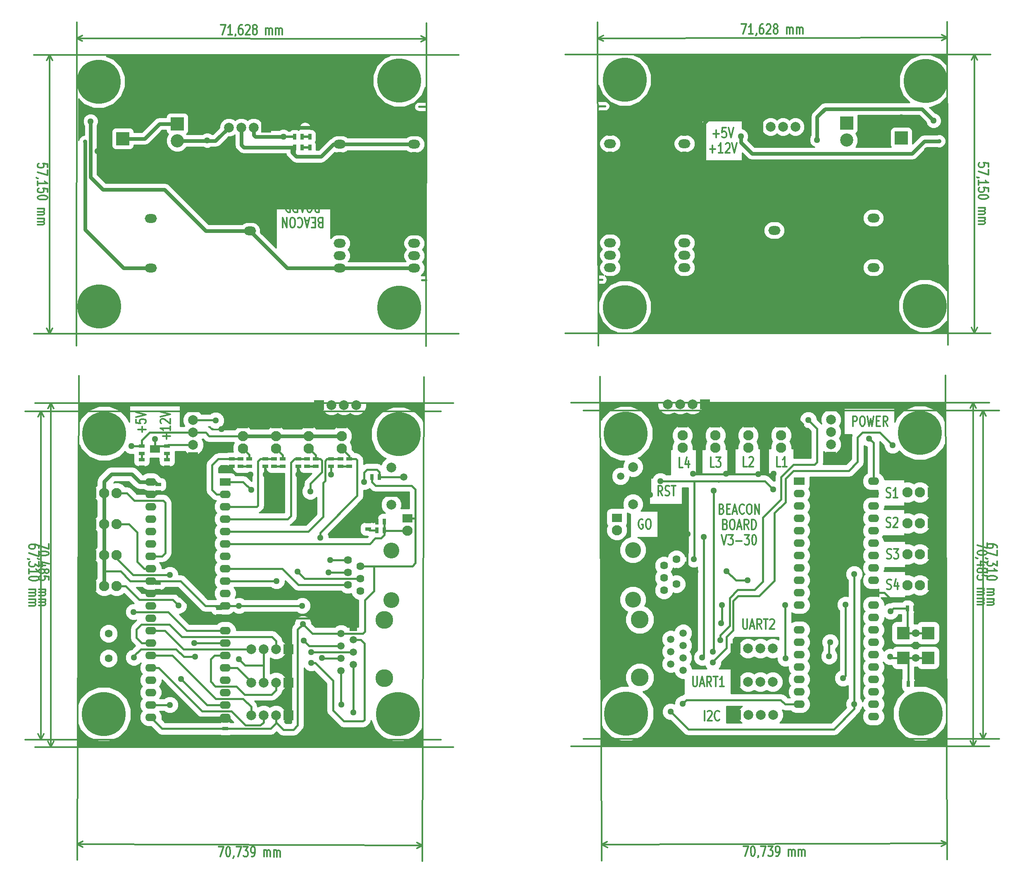
<source format=gtl>
G04 (created by PCBNEW-RS274X (2010-05-05 BZR 2356)-stable) date dim. 08 mai 2011 22:27:38 CEST*
G01*
G70*
G90*
%MOIN*%
G04 Gerber Fmt 3.4, Leading zero omitted, Abs format*
%FSLAX34Y34*%
G04 APERTURE LIST*
%ADD10C,0.000500*%
%ADD11C,0.012000*%
%ADD12C,0.015000*%
%ADD13R,0.078700X0.078700*%
%ADD14C,0.078700*%
%ADD15R,0.080000X0.060000*%
%ADD16R,0.045000X0.025000*%
%ADD17C,0.354300*%
%ADD18C,0.059100*%
%ADD19R,0.082700X0.070900*%
%ADD20C,0.082700*%
%ADD21R,0.082700X0.074800*%
%ADD22C,0.143700*%
%ADD23R,0.059100X0.059100*%
%ADD24R,0.025000X0.045000*%
%ADD25R,0.090000X0.062000*%
%ADD26O,0.090000X0.062000*%
%ADD27C,0.063900*%
%ADD28C,0.128000*%
%ADD29O,0.098400X0.070900*%
%ADD30R,0.074800X0.082700*%
%ADD31C,0.063000*%
%ADD32R,0.106300X0.106300*%
%ADD33C,0.106300*%
%ADD34R,0.100000X0.100000*%
%ADD35C,0.050700*%
%ADD36C,0.035000*%
%ADD37C,0.019700*%
%ADD38C,0.031500*%
%ADD39C,0.015700*%
%ADD40C,0.010000*%
G04 APERTURE END LIST*
G54D10*
G54D11*
X30914Y-24795D02*
X30828Y-24757D01*
X30800Y-24719D01*
X30771Y-24643D01*
X30771Y-24529D01*
X30800Y-24452D01*
X30828Y-24414D01*
X30886Y-24376D01*
X31114Y-24376D01*
X31114Y-25176D01*
X30914Y-25176D01*
X30857Y-25138D01*
X30828Y-25100D01*
X30800Y-25024D01*
X30800Y-24948D01*
X30828Y-24871D01*
X30857Y-24833D01*
X30914Y-24795D01*
X31114Y-24795D01*
X30514Y-24795D02*
X30314Y-24795D01*
X30228Y-24376D02*
X30514Y-24376D01*
X30514Y-25176D01*
X30228Y-25176D01*
X30000Y-24605D02*
X29714Y-24605D01*
X30057Y-24376D02*
X29857Y-25176D01*
X29657Y-24376D01*
X29114Y-24452D02*
X29143Y-24414D01*
X29229Y-24376D01*
X29286Y-24376D01*
X29371Y-24414D01*
X29429Y-24490D01*
X29457Y-24567D01*
X29486Y-24719D01*
X29486Y-24833D01*
X29457Y-24986D01*
X29429Y-25062D01*
X29371Y-25138D01*
X29286Y-25176D01*
X29229Y-25176D01*
X29143Y-25138D01*
X29114Y-25100D01*
X28743Y-25176D02*
X28629Y-25176D01*
X28571Y-25138D01*
X28514Y-25062D01*
X28486Y-24910D01*
X28486Y-24643D01*
X28514Y-24490D01*
X28571Y-24414D01*
X28629Y-24376D01*
X28743Y-24376D01*
X28800Y-24414D01*
X28857Y-24490D01*
X28886Y-24643D01*
X28886Y-24910D01*
X28857Y-25062D01*
X28800Y-25138D01*
X28743Y-25176D01*
X28228Y-24376D02*
X28228Y-25176D01*
X27885Y-24376D01*
X27885Y-25176D01*
X30628Y-23555D02*
X30542Y-23517D01*
X30514Y-23479D01*
X30485Y-23403D01*
X30485Y-23289D01*
X30514Y-23212D01*
X30542Y-23174D01*
X30600Y-23136D01*
X30828Y-23136D01*
X30828Y-23936D01*
X30628Y-23936D01*
X30571Y-23898D01*
X30542Y-23860D01*
X30514Y-23784D01*
X30514Y-23708D01*
X30542Y-23631D01*
X30571Y-23593D01*
X30628Y-23555D01*
X30828Y-23555D01*
X30114Y-23936D02*
X30000Y-23936D01*
X29942Y-23898D01*
X29885Y-23822D01*
X29857Y-23670D01*
X29857Y-23403D01*
X29885Y-23250D01*
X29942Y-23174D01*
X30000Y-23136D01*
X30114Y-23136D01*
X30171Y-23174D01*
X30228Y-23250D01*
X30257Y-23403D01*
X30257Y-23670D01*
X30228Y-23822D01*
X30171Y-23898D01*
X30114Y-23936D01*
X29628Y-23365D02*
X29342Y-23365D01*
X29685Y-23136D02*
X29485Y-23936D01*
X29285Y-23136D01*
X28742Y-23136D02*
X28942Y-23517D01*
X29085Y-23136D02*
X29085Y-23936D01*
X28857Y-23936D01*
X28799Y-23898D01*
X28771Y-23860D01*
X28742Y-23784D01*
X28742Y-23670D01*
X28771Y-23593D01*
X28799Y-23555D01*
X28857Y-23517D01*
X29085Y-23517D01*
X28485Y-23136D02*
X28485Y-23936D01*
X28342Y-23936D01*
X28257Y-23898D01*
X28199Y-23822D01*
X28171Y-23746D01*
X28142Y-23593D01*
X28142Y-23479D01*
X28171Y-23327D01*
X28199Y-23250D01*
X28257Y-23174D01*
X28342Y-23136D01*
X28485Y-23136D01*
X30928Y-22696D02*
X30728Y-21896D01*
X30528Y-22696D01*
X30385Y-22696D02*
X30014Y-22696D01*
X30214Y-22391D01*
X30128Y-22391D01*
X30071Y-22353D01*
X30042Y-22315D01*
X30014Y-22239D01*
X30014Y-22049D01*
X30042Y-21972D01*
X30071Y-21934D01*
X30128Y-21896D01*
X30300Y-21896D01*
X30357Y-21934D01*
X30385Y-21972D01*
X29757Y-22201D02*
X29300Y-22201D01*
X29071Y-22696D02*
X28700Y-22696D01*
X28900Y-22391D01*
X28814Y-22391D01*
X28757Y-22353D01*
X28728Y-22315D01*
X28700Y-22239D01*
X28700Y-22049D01*
X28728Y-21972D01*
X28757Y-21934D01*
X28814Y-21896D01*
X28986Y-21896D01*
X29043Y-21934D01*
X29071Y-21972D01*
X28329Y-22696D02*
X28272Y-22696D01*
X28215Y-22658D01*
X28186Y-22620D01*
X28157Y-22544D01*
X28129Y-22391D01*
X28129Y-22201D01*
X28157Y-22049D01*
X28186Y-21972D01*
X28215Y-21934D01*
X28272Y-21896D01*
X28329Y-21896D01*
X28386Y-21934D01*
X28415Y-21972D01*
X28443Y-22049D01*
X28472Y-22201D01*
X28472Y-22391D01*
X28443Y-22544D01*
X28415Y-22620D01*
X28386Y-22658D01*
X28329Y-22696D01*
X09037Y-50712D02*
X09037Y-51112D01*
X08237Y-50855D01*
X09037Y-51454D02*
X09037Y-51511D01*
X08999Y-51568D01*
X08961Y-51597D01*
X08885Y-51626D01*
X08732Y-51654D01*
X08542Y-51654D01*
X08390Y-51626D01*
X08313Y-51597D01*
X08275Y-51568D01*
X08237Y-51511D01*
X08237Y-51454D01*
X08275Y-51397D01*
X08313Y-51368D01*
X08390Y-51340D01*
X08542Y-51311D01*
X08732Y-51311D01*
X08885Y-51340D01*
X08961Y-51368D01*
X08999Y-51397D01*
X09037Y-51454D01*
X08275Y-51939D02*
X08237Y-51939D01*
X08161Y-51911D01*
X08123Y-51882D01*
X08771Y-52454D02*
X08237Y-52454D01*
X09075Y-52311D02*
X08504Y-52168D01*
X08504Y-52540D01*
X08694Y-52854D02*
X08732Y-52796D01*
X08771Y-52768D01*
X08847Y-52739D01*
X08885Y-52739D01*
X08961Y-52768D01*
X08999Y-52796D01*
X09037Y-52854D01*
X09037Y-52968D01*
X08999Y-53025D01*
X08961Y-53054D01*
X08885Y-53082D01*
X08847Y-53082D01*
X08771Y-53054D01*
X08732Y-53025D01*
X08694Y-52968D01*
X08694Y-52854D01*
X08656Y-52796D01*
X08618Y-52768D01*
X08542Y-52739D01*
X08390Y-52739D01*
X08313Y-52768D01*
X08275Y-52796D01*
X08237Y-52854D01*
X08237Y-52968D01*
X08275Y-53025D01*
X08313Y-53054D01*
X08390Y-53082D01*
X08542Y-53082D01*
X08618Y-53054D01*
X08656Y-53025D01*
X08694Y-52968D01*
X09037Y-53625D02*
X09037Y-53339D01*
X08656Y-53310D01*
X08694Y-53339D01*
X08732Y-53396D01*
X08732Y-53539D01*
X08694Y-53596D01*
X08656Y-53625D01*
X08580Y-53653D01*
X08390Y-53653D01*
X08313Y-53625D01*
X08275Y-53596D01*
X08237Y-53539D01*
X08237Y-53396D01*
X08275Y-53339D01*
X08313Y-53310D01*
X08237Y-54367D02*
X08771Y-54367D01*
X08694Y-54367D02*
X08732Y-54395D01*
X08771Y-54453D01*
X08771Y-54538D01*
X08732Y-54595D01*
X08656Y-54624D01*
X08237Y-54624D01*
X08656Y-54624D02*
X08732Y-54653D01*
X08771Y-54710D01*
X08771Y-54795D01*
X08732Y-54853D01*
X08656Y-54881D01*
X08237Y-54881D01*
X08237Y-55167D02*
X08771Y-55167D01*
X08694Y-55167D02*
X08732Y-55195D01*
X08771Y-55253D01*
X08771Y-55338D01*
X08732Y-55395D01*
X08656Y-55424D01*
X08237Y-55424D01*
X08656Y-55424D02*
X08732Y-55453D01*
X08771Y-55510D01*
X08771Y-55595D01*
X08732Y-55653D01*
X08656Y-55681D01*
X08237Y-55681D01*
X09201Y-39350D02*
X09201Y-67100D01*
X41650Y-39350D02*
X07921Y-39350D01*
X41650Y-67100D02*
X07921Y-67100D01*
X09201Y-67100D02*
X09431Y-66657D01*
X09201Y-67100D02*
X08971Y-66657D01*
X09201Y-39350D02*
X09431Y-39793D01*
X09201Y-39350D02*
X08971Y-39793D01*
X22727Y-75150D02*
X23127Y-75152D01*
X22867Y-75951D01*
X23469Y-75153D02*
X23526Y-75153D01*
X23583Y-75191D01*
X23611Y-75229D01*
X23640Y-75305D01*
X23668Y-75459D01*
X23667Y-75649D01*
X23638Y-75800D01*
X23609Y-75877D01*
X23580Y-75915D01*
X23523Y-75953D01*
X23466Y-75953D01*
X23409Y-75915D01*
X23380Y-75877D01*
X23352Y-75799D01*
X23324Y-75647D01*
X23325Y-75457D01*
X23354Y-75304D01*
X23382Y-75229D01*
X23412Y-75191D01*
X23469Y-75153D01*
X23951Y-75917D02*
X23951Y-75955D01*
X23923Y-76030D01*
X23893Y-76068D01*
X24155Y-75155D02*
X24555Y-75157D01*
X24295Y-75956D01*
X24726Y-75157D02*
X25097Y-75159D01*
X24896Y-75463D01*
X24982Y-75463D01*
X25038Y-75501D01*
X25067Y-75539D01*
X25095Y-75616D01*
X25094Y-75805D01*
X25066Y-75882D01*
X25037Y-75920D01*
X24980Y-75958D01*
X24808Y-75958D01*
X24751Y-75919D01*
X24723Y-75881D01*
X25379Y-75959D02*
X25494Y-75960D01*
X25551Y-75922D01*
X25579Y-75884D01*
X25638Y-75769D01*
X25666Y-75617D01*
X25667Y-75312D01*
X25639Y-75236D01*
X25611Y-75198D01*
X25554Y-75160D01*
X25440Y-75160D01*
X25382Y-75197D01*
X25353Y-75235D01*
X25324Y-75311D01*
X25323Y-75502D01*
X25352Y-75578D01*
X25380Y-75616D01*
X25438Y-75655D01*
X25552Y-75655D01*
X25609Y-75617D01*
X25638Y-75579D01*
X25666Y-75503D01*
X26379Y-75963D02*
X26381Y-75429D01*
X26380Y-75506D02*
X26409Y-75468D01*
X26467Y-75429D01*
X26552Y-75430D01*
X26609Y-75469D01*
X26637Y-75545D01*
X26636Y-75964D01*
X26637Y-75545D02*
X26667Y-75469D01*
X26724Y-75430D01*
X26809Y-75430D01*
X26867Y-75470D01*
X26894Y-75546D01*
X26893Y-75965D01*
X27179Y-75966D02*
X27181Y-75432D01*
X27180Y-75509D02*
X27209Y-75471D01*
X27267Y-75432D01*
X27352Y-75432D01*
X27409Y-75472D01*
X27437Y-75548D01*
X27436Y-75967D01*
X27437Y-75548D02*
X27467Y-75472D01*
X27524Y-75433D01*
X27609Y-75433D01*
X27667Y-75472D01*
X27694Y-75549D01*
X27693Y-75968D01*
X39165Y-75045D02*
X11315Y-74945D01*
X39300Y-37250D02*
X39161Y-76325D01*
X11450Y-37150D02*
X11311Y-76225D01*
X11315Y-74945D02*
X11757Y-75177D01*
X11315Y-74945D02*
X11759Y-74716D01*
X39165Y-75045D02*
X38721Y-75274D01*
X39165Y-75045D02*
X38723Y-74813D01*
X08237Y-51051D02*
X08237Y-50937D01*
X08199Y-50880D01*
X08161Y-50851D01*
X08047Y-50794D01*
X07894Y-50765D01*
X07590Y-50765D01*
X07513Y-50794D01*
X07475Y-50822D01*
X07437Y-50880D01*
X07437Y-50994D01*
X07475Y-51051D01*
X07513Y-51080D01*
X07590Y-51108D01*
X07780Y-51108D01*
X07856Y-51080D01*
X07894Y-51051D01*
X07932Y-50994D01*
X07932Y-50880D01*
X07894Y-50822D01*
X07856Y-50794D01*
X07780Y-50765D01*
X08237Y-51308D02*
X08237Y-51708D01*
X07437Y-51451D01*
X07475Y-51964D02*
X07437Y-51964D01*
X07361Y-51936D01*
X07323Y-51907D01*
X08237Y-52165D02*
X08237Y-52536D01*
X07932Y-52336D01*
X07932Y-52422D01*
X07894Y-52479D01*
X07856Y-52508D01*
X07780Y-52536D01*
X07590Y-52536D01*
X07513Y-52508D01*
X07475Y-52479D01*
X07437Y-52422D01*
X07437Y-52250D01*
X07475Y-52193D01*
X07513Y-52165D01*
X07437Y-53107D02*
X07437Y-52764D01*
X07437Y-52936D02*
X08237Y-52936D01*
X08123Y-52879D01*
X08047Y-52821D01*
X08009Y-52764D01*
X08237Y-53478D02*
X08237Y-53535D01*
X08199Y-53592D01*
X08161Y-53621D01*
X08085Y-53650D01*
X07932Y-53678D01*
X07742Y-53678D01*
X07590Y-53650D01*
X07513Y-53621D01*
X07475Y-53592D01*
X07437Y-53535D01*
X07437Y-53478D01*
X07475Y-53421D01*
X07513Y-53392D01*
X07590Y-53364D01*
X07742Y-53335D01*
X07932Y-53335D01*
X08085Y-53364D01*
X08161Y-53392D01*
X08199Y-53421D01*
X08237Y-53478D01*
X07437Y-54392D02*
X07971Y-54392D01*
X07894Y-54392D02*
X07932Y-54420D01*
X07971Y-54478D01*
X07971Y-54563D01*
X07932Y-54620D01*
X07856Y-54649D01*
X07437Y-54649D01*
X07856Y-54649D02*
X07932Y-54678D01*
X07971Y-54735D01*
X07971Y-54820D01*
X07932Y-54878D01*
X07856Y-54906D01*
X07437Y-54906D01*
X07437Y-55192D02*
X07971Y-55192D01*
X07894Y-55192D02*
X07932Y-55220D01*
X07971Y-55278D01*
X07971Y-55363D01*
X07932Y-55420D01*
X07856Y-55449D01*
X07437Y-55449D01*
X07856Y-55449D02*
X07932Y-55478D01*
X07971Y-55535D01*
X07971Y-55620D01*
X07932Y-55678D01*
X07856Y-55706D01*
X07437Y-55706D01*
X08401Y-40000D02*
X08401Y-66500D01*
X40650Y-40000D02*
X07121Y-40000D01*
X40650Y-66500D02*
X07121Y-66500D01*
X08401Y-66500D02*
X08631Y-66057D01*
X08401Y-66500D02*
X08171Y-66057D01*
X08401Y-40000D02*
X08631Y-40443D01*
X08401Y-40000D02*
X08171Y-40443D01*
X08937Y-20330D02*
X08937Y-20044D01*
X08556Y-20015D01*
X08594Y-20044D01*
X08632Y-20101D01*
X08632Y-20244D01*
X08594Y-20301D01*
X08556Y-20330D01*
X08480Y-20358D01*
X08290Y-20358D01*
X08213Y-20330D01*
X08175Y-20301D01*
X08137Y-20244D01*
X08137Y-20101D01*
X08175Y-20044D01*
X08213Y-20015D01*
X08937Y-20558D02*
X08937Y-20958D01*
X08137Y-20701D01*
X08175Y-21214D02*
X08137Y-21214D01*
X08061Y-21186D01*
X08023Y-21157D01*
X08137Y-21786D02*
X08137Y-21443D01*
X08137Y-21615D02*
X08937Y-21615D01*
X08823Y-21558D01*
X08747Y-21500D01*
X08709Y-21443D01*
X08937Y-22329D02*
X08937Y-22043D01*
X08556Y-22014D01*
X08594Y-22043D01*
X08632Y-22100D01*
X08632Y-22243D01*
X08594Y-22300D01*
X08556Y-22329D01*
X08480Y-22357D01*
X08290Y-22357D01*
X08213Y-22329D01*
X08175Y-22300D01*
X08137Y-22243D01*
X08137Y-22100D01*
X08175Y-22043D01*
X08213Y-22014D01*
X08937Y-22728D02*
X08937Y-22785D01*
X08899Y-22842D01*
X08861Y-22871D01*
X08785Y-22900D01*
X08632Y-22928D01*
X08442Y-22928D01*
X08290Y-22900D01*
X08213Y-22871D01*
X08175Y-22842D01*
X08137Y-22785D01*
X08137Y-22728D01*
X08175Y-22671D01*
X08213Y-22642D01*
X08290Y-22614D01*
X08442Y-22585D01*
X08632Y-22585D01*
X08785Y-22614D01*
X08861Y-22642D01*
X08899Y-22671D01*
X08937Y-22728D01*
X08137Y-23642D02*
X08671Y-23642D01*
X08594Y-23642D02*
X08632Y-23670D01*
X08671Y-23728D01*
X08671Y-23813D01*
X08632Y-23870D01*
X08556Y-23899D01*
X08137Y-23899D01*
X08556Y-23899D02*
X08632Y-23928D01*
X08671Y-23985D01*
X08671Y-24070D01*
X08632Y-24128D01*
X08556Y-24156D01*
X08137Y-24156D01*
X08137Y-24442D02*
X08671Y-24442D01*
X08594Y-24442D02*
X08632Y-24470D01*
X08671Y-24528D01*
X08671Y-24613D01*
X08632Y-24670D01*
X08556Y-24699D01*
X08137Y-24699D01*
X08556Y-24699D02*
X08632Y-24728D01*
X08671Y-24785D01*
X08671Y-24870D01*
X08632Y-24928D01*
X08556Y-24956D01*
X08137Y-24956D01*
X09101Y-11250D02*
X09101Y-33750D01*
X42100Y-11250D02*
X07821Y-11250D01*
X42100Y-33750D02*
X07821Y-33750D01*
X09101Y-33750D02*
X09331Y-33307D01*
X09101Y-33750D02*
X08871Y-33307D01*
X09101Y-11250D02*
X09331Y-11693D01*
X09101Y-11250D02*
X08871Y-11693D01*
X22882Y-08806D02*
X23282Y-08806D01*
X23023Y-09606D01*
X23822Y-09607D02*
X23479Y-09607D01*
X23651Y-09607D02*
X23653Y-08807D01*
X23596Y-08921D01*
X23538Y-08997D01*
X23480Y-09035D01*
X24108Y-09570D02*
X24107Y-09608D01*
X24079Y-09684D01*
X24050Y-09722D01*
X24624Y-08809D02*
X24510Y-08808D01*
X24453Y-08846D01*
X24424Y-08884D01*
X24367Y-08998D01*
X24337Y-09151D01*
X24337Y-09455D01*
X24366Y-09532D01*
X24394Y-09570D01*
X24451Y-09608D01*
X24565Y-09609D01*
X24623Y-09571D01*
X24652Y-09533D01*
X24680Y-09456D01*
X24680Y-09266D01*
X24652Y-09190D01*
X24623Y-09152D01*
X24566Y-09114D01*
X24452Y-09113D01*
X24394Y-09151D01*
X24366Y-09189D01*
X24337Y-09265D01*
X24909Y-08885D02*
X24938Y-08847D01*
X24995Y-08809D01*
X25138Y-08810D01*
X25195Y-08848D01*
X25224Y-08886D01*
X25252Y-08962D01*
X25251Y-09038D01*
X25223Y-09153D01*
X24879Y-09609D01*
X25250Y-09610D01*
X25594Y-09153D02*
X25536Y-09115D01*
X25508Y-09076D01*
X25479Y-09000D01*
X25480Y-08962D01*
X25509Y-08886D01*
X25537Y-08848D01*
X25595Y-08810D01*
X25709Y-08811D01*
X25766Y-08849D01*
X25795Y-08887D01*
X25823Y-08963D01*
X25822Y-09001D01*
X25794Y-09077D01*
X25765Y-09116D01*
X25708Y-09154D01*
X25594Y-09153D01*
X25536Y-09191D01*
X25508Y-09229D01*
X25479Y-09305D01*
X25479Y-09457D01*
X25508Y-09534D01*
X25536Y-09572D01*
X25593Y-09610D01*
X25707Y-09611D01*
X25765Y-09573D01*
X25794Y-09535D01*
X25822Y-09458D01*
X25822Y-09306D01*
X25794Y-09230D01*
X25765Y-09192D01*
X25708Y-09154D01*
X26535Y-09612D02*
X26536Y-09078D01*
X26536Y-09155D02*
X26564Y-09117D01*
X26622Y-09078D01*
X26707Y-09078D01*
X26764Y-09117D01*
X26793Y-09193D01*
X26792Y-09612D01*
X26793Y-09193D02*
X26822Y-09117D01*
X26879Y-09079D01*
X26964Y-09079D01*
X27022Y-09118D01*
X27050Y-09194D01*
X27049Y-09613D01*
X27335Y-09613D02*
X27336Y-09079D01*
X27336Y-09156D02*
X27364Y-09118D01*
X27422Y-09080D01*
X27507Y-09080D01*
X27564Y-09119D01*
X27593Y-09195D01*
X27592Y-09614D01*
X27593Y-09195D02*
X27622Y-09119D01*
X27679Y-09080D01*
X27764Y-09080D01*
X27822Y-09119D01*
X27850Y-09195D01*
X27849Y-09614D01*
X39493Y-09951D02*
X11293Y-09901D01*
X39450Y-34750D02*
X39495Y-08671D01*
X11250Y-34700D02*
X11295Y-08621D01*
X11293Y-09901D02*
X11736Y-10132D01*
X11293Y-09901D02*
X11736Y-09671D01*
X39493Y-09951D02*
X39050Y-10181D01*
X39493Y-09951D02*
X39050Y-09720D01*
G54D12*
X38900Y-15425D02*
X39450Y-15425D01*
X39450Y-15425D02*
X39450Y-15450D01*
X39125Y-29425D02*
X39450Y-29425D01*
G54D11*
X18519Y-42256D02*
X18519Y-41799D01*
X18824Y-42028D02*
X18214Y-42028D01*
X18824Y-41199D02*
X18824Y-41542D01*
X18824Y-41370D02*
X18024Y-41370D01*
X18138Y-41427D01*
X18214Y-41485D01*
X18252Y-41542D01*
X18100Y-40971D02*
X18062Y-40942D01*
X18024Y-40885D01*
X18024Y-40742D01*
X18062Y-40685D01*
X18100Y-40656D01*
X18176Y-40628D01*
X18252Y-40628D01*
X18367Y-40656D01*
X18824Y-40999D01*
X18824Y-40628D01*
X18024Y-40457D02*
X18824Y-40257D01*
X18024Y-40057D01*
X16544Y-41696D02*
X16544Y-41239D01*
X16849Y-41468D02*
X16239Y-41468D01*
X16049Y-40667D02*
X16049Y-40953D01*
X16430Y-40982D01*
X16392Y-40953D01*
X16354Y-40896D01*
X16354Y-40753D01*
X16392Y-40696D01*
X16430Y-40667D01*
X16506Y-40639D01*
X16696Y-40639D01*
X16773Y-40667D01*
X16811Y-40696D01*
X16849Y-40753D01*
X16849Y-40896D01*
X16811Y-40953D01*
X16773Y-40982D01*
X16049Y-40468D02*
X16849Y-40268D01*
X16049Y-40068D01*
X73889Y-41199D02*
X73889Y-40399D01*
X74117Y-40399D01*
X74175Y-40437D01*
X74203Y-40475D01*
X74232Y-40551D01*
X74232Y-40665D01*
X74203Y-40742D01*
X74175Y-40780D01*
X74117Y-40818D01*
X73889Y-40818D01*
X74603Y-40399D02*
X74717Y-40399D01*
X74775Y-40437D01*
X74832Y-40513D01*
X74860Y-40665D01*
X74860Y-40932D01*
X74832Y-41085D01*
X74775Y-41161D01*
X74717Y-41199D01*
X74603Y-41199D01*
X74546Y-41161D01*
X74489Y-41085D01*
X74460Y-40932D01*
X74460Y-40665D01*
X74489Y-40513D01*
X74546Y-40437D01*
X74603Y-40399D01*
X75061Y-40399D02*
X75204Y-41199D01*
X75318Y-40627D01*
X75432Y-41199D01*
X75575Y-40399D01*
X75804Y-40780D02*
X76004Y-40780D01*
X76090Y-41199D02*
X75804Y-41199D01*
X75804Y-40399D01*
X76090Y-40399D01*
X76690Y-41199D02*
X76490Y-40818D01*
X76347Y-41199D02*
X76347Y-40399D01*
X76575Y-40399D01*
X76633Y-40437D01*
X76661Y-40475D01*
X76690Y-40551D01*
X76690Y-40665D01*
X76661Y-40742D01*
X76633Y-40780D01*
X76575Y-40818D01*
X76347Y-40818D01*
X58522Y-46824D02*
X58322Y-46443D01*
X58179Y-46824D02*
X58179Y-46024D01*
X58407Y-46024D01*
X58465Y-46062D01*
X58493Y-46100D01*
X58522Y-46176D01*
X58522Y-46290D01*
X58493Y-46367D01*
X58465Y-46405D01*
X58407Y-46443D01*
X58179Y-46443D01*
X58750Y-46786D02*
X58836Y-46824D01*
X58979Y-46824D01*
X59036Y-46786D01*
X59065Y-46748D01*
X59093Y-46671D01*
X59093Y-46595D01*
X59065Y-46519D01*
X59036Y-46481D01*
X58979Y-46443D01*
X58865Y-46405D01*
X58807Y-46367D01*
X58779Y-46329D01*
X58750Y-46252D01*
X58750Y-46176D01*
X58779Y-46100D01*
X58807Y-46062D01*
X58865Y-46024D01*
X59007Y-46024D01*
X59093Y-46062D01*
X59264Y-46024D02*
X59607Y-46024D01*
X59436Y-46824D02*
X59436Y-46024D01*
X56943Y-48737D02*
X56886Y-48699D01*
X56800Y-48699D01*
X56715Y-48737D01*
X56657Y-48813D01*
X56629Y-48889D01*
X56600Y-49042D01*
X56600Y-49156D01*
X56629Y-49308D01*
X56657Y-49385D01*
X56715Y-49461D01*
X56800Y-49499D01*
X56857Y-49499D01*
X56943Y-49461D01*
X56972Y-49423D01*
X56972Y-49156D01*
X56857Y-49156D01*
X57343Y-48699D02*
X57457Y-48699D01*
X57515Y-48737D01*
X57572Y-48813D01*
X57600Y-48965D01*
X57600Y-49232D01*
X57572Y-49385D01*
X57515Y-49461D01*
X57457Y-49499D01*
X57343Y-49499D01*
X57286Y-49461D01*
X57229Y-49385D01*
X57200Y-49232D01*
X57200Y-48965D01*
X57229Y-48813D01*
X57286Y-48737D01*
X57343Y-48699D01*
X68051Y-44474D02*
X67765Y-44474D01*
X67765Y-43674D01*
X68565Y-44474D02*
X68222Y-44474D01*
X68394Y-44474D02*
X68394Y-43674D01*
X68337Y-43788D01*
X68279Y-43864D01*
X68222Y-43902D01*
X65351Y-44474D02*
X65065Y-44474D01*
X65065Y-43674D01*
X65522Y-43750D02*
X65551Y-43712D01*
X65608Y-43674D01*
X65751Y-43674D01*
X65808Y-43712D01*
X65837Y-43750D01*
X65865Y-43826D01*
X65865Y-43902D01*
X65837Y-44017D01*
X65494Y-44474D01*
X65865Y-44474D01*
X62701Y-44524D02*
X62415Y-44524D01*
X62415Y-43724D01*
X62844Y-43724D02*
X63215Y-43724D01*
X63015Y-44029D01*
X63101Y-44029D01*
X63158Y-44067D01*
X63187Y-44105D01*
X63215Y-44181D01*
X63215Y-44371D01*
X63187Y-44448D01*
X63158Y-44486D01*
X63101Y-44524D01*
X62929Y-44524D01*
X62872Y-44486D01*
X62844Y-44448D01*
X60176Y-44549D02*
X59890Y-44549D01*
X59890Y-43749D01*
X60633Y-44015D02*
X60633Y-44549D01*
X60490Y-43711D02*
X60347Y-44282D01*
X60719Y-44282D01*
X65033Y-56774D02*
X65033Y-57421D01*
X65061Y-57498D01*
X65090Y-57536D01*
X65147Y-57574D01*
X65261Y-57574D01*
X65319Y-57536D01*
X65347Y-57498D01*
X65376Y-57421D01*
X65376Y-56774D01*
X65633Y-57345D02*
X65919Y-57345D01*
X65576Y-57574D02*
X65776Y-56774D01*
X65976Y-57574D01*
X66519Y-57574D02*
X66319Y-57193D01*
X66176Y-57574D02*
X66176Y-56774D01*
X66404Y-56774D01*
X66462Y-56812D01*
X66490Y-56850D01*
X66519Y-56926D01*
X66519Y-57040D01*
X66490Y-57117D01*
X66462Y-57155D01*
X66404Y-57193D01*
X66176Y-57193D01*
X66690Y-56774D02*
X67033Y-56774D01*
X66862Y-57574D02*
X66862Y-56774D01*
X67204Y-56850D02*
X67233Y-56812D01*
X67290Y-56774D01*
X67433Y-56774D01*
X67490Y-56812D01*
X67519Y-56850D01*
X67547Y-56926D01*
X67547Y-57002D01*
X67519Y-57117D01*
X67176Y-57574D01*
X67547Y-57574D01*
X60983Y-61424D02*
X60983Y-62071D01*
X61011Y-62148D01*
X61040Y-62186D01*
X61097Y-62224D01*
X61211Y-62224D01*
X61269Y-62186D01*
X61297Y-62148D01*
X61326Y-62071D01*
X61326Y-61424D01*
X61583Y-61995D02*
X61869Y-61995D01*
X61526Y-62224D02*
X61726Y-61424D01*
X61926Y-62224D01*
X62469Y-62224D02*
X62269Y-61843D01*
X62126Y-62224D02*
X62126Y-61424D01*
X62354Y-61424D01*
X62412Y-61462D01*
X62440Y-61500D01*
X62469Y-61576D01*
X62469Y-61690D01*
X62440Y-61767D01*
X62412Y-61805D01*
X62354Y-61843D01*
X62126Y-61843D01*
X62640Y-61424D02*
X62983Y-61424D01*
X62812Y-62224D02*
X62812Y-61424D01*
X63497Y-62224D02*
X63154Y-62224D01*
X63326Y-62224D02*
X63326Y-61424D01*
X63269Y-61538D01*
X63211Y-61614D01*
X63154Y-61652D01*
X61915Y-64974D02*
X61915Y-64174D01*
X62172Y-64250D02*
X62201Y-64212D01*
X62258Y-64174D01*
X62401Y-64174D01*
X62458Y-64212D01*
X62487Y-64250D01*
X62515Y-64326D01*
X62515Y-64402D01*
X62487Y-64517D01*
X62144Y-64974D01*
X62515Y-64974D01*
X63115Y-64898D02*
X63086Y-64936D01*
X63000Y-64974D01*
X62943Y-64974D01*
X62858Y-64936D01*
X62800Y-64860D01*
X62772Y-64783D01*
X62743Y-64631D01*
X62743Y-64517D01*
X62772Y-64364D01*
X62800Y-64288D01*
X62858Y-64212D01*
X62943Y-64174D01*
X63000Y-64174D01*
X63086Y-64212D01*
X63115Y-64250D01*
G54D12*
X53675Y-29375D02*
X53350Y-29375D01*
X53350Y-15375D02*
X53350Y-15400D01*
X53900Y-15375D02*
X53350Y-15375D01*
G54D11*
X64892Y-08764D02*
X65292Y-08764D01*
X65037Y-09564D01*
X65836Y-09563D02*
X65493Y-09563D01*
X65665Y-09563D02*
X65663Y-08763D01*
X65606Y-08877D01*
X65549Y-08953D01*
X65492Y-08991D01*
X66121Y-09524D02*
X66121Y-09562D01*
X66093Y-09638D01*
X66064Y-09676D01*
X66634Y-08761D02*
X66520Y-08762D01*
X66463Y-08800D01*
X66434Y-08838D01*
X66378Y-08952D01*
X66349Y-09105D01*
X66349Y-09409D01*
X66378Y-09486D01*
X66407Y-09524D01*
X66465Y-09562D01*
X66579Y-09561D01*
X66636Y-09523D01*
X66664Y-09485D01*
X66692Y-09408D01*
X66692Y-09218D01*
X66664Y-09142D01*
X66635Y-09104D01*
X66578Y-09066D01*
X66464Y-09067D01*
X66406Y-09105D01*
X66378Y-09143D01*
X66349Y-09219D01*
X66919Y-08837D02*
X66948Y-08799D01*
X67005Y-08761D01*
X67148Y-08760D01*
X67205Y-08798D01*
X67234Y-08836D01*
X67262Y-08912D01*
X67263Y-08988D01*
X67235Y-09103D01*
X66893Y-09561D01*
X67264Y-09560D01*
X67606Y-09103D02*
X67548Y-09065D01*
X67520Y-09026D01*
X67491Y-08950D01*
X67490Y-08912D01*
X67519Y-08836D01*
X67547Y-08798D01*
X67605Y-08760D01*
X67719Y-08759D01*
X67776Y-08797D01*
X67805Y-08835D01*
X67833Y-08911D01*
X67834Y-08949D01*
X67806Y-09025D01*
X67777Y-09064D01*
X67720Y-09102D01*
X67606Y-09103D01*
X67548Y-09141D01*
X67520Y-09179D01*
X67491Y-09255D01*
X67491Y-09407D01*
X67520Y-09484D01*
X67548Y-09522D01*
X67607Y-09560D01*
X67721Y-09559D01*
X67777Y-09521D01*
X67806Y-09483D01*
X67834Y-09406D01*
X67834Y-09254D01*
X67806Y-09178D01*
X67777Y-09140D01*
X67720Y-09102D01*
X68549Y-09558D02*
X68548Y-09024D01*
X68548Y-09101D02*
X68576Y-09063D01*
X68634Y-09024D01*
X68719Y-09024D01*
X68776Y-09063D01*
X68805Y-09139D01*
X68806Y-09558D01*
X68805Y-09139D02*
X68834Y-09063D01*
X68891Y-09023D01*
X68976Y-09023D01*
X69034Y-09062D01*
X69062Y-09138D01*
X69063Y-09557D01*
X69349Y-09557D02*
X69348Y-09023D01*
X69348Y-09100D02*
X69376Y-09062D01*
X69434Y-09022D01*
X69519Y-09022D01*
X69576Y-09061D01*
X69605Y-09137D01*
X69606Y-09556D01*
X69605Y-09137D02*
X69634Y-09061D01*
X69691Y-09022D01*
X69776Y-09022D01*
X69834Y-09061D01*
X69862Y-09137D01*
X69863Y-09556D01*
X53307Y-09901D02*
X81507Y-09851D01*
X53350Y-34700D02*
X53305Y-08621D01*
X81550Y-34650D02*
X81505Y-08571D01*
X81507Y-09851D02*
X81064Y-10082D01*
X81507Y-09851D02*
X81064Y-09621D01*
X53307Y-09901D02*
X53750Y-10131D01*
X53307Y-09901D02*
X53750Y-09670D01*
X84815Y-20280D02*
X84815Y-19994D01*
X84434Y-19965D01*
X84472Y-19994D01*
X84510Y-20051D01*
X84510Y-20194D01*
X84472Y-20251D01*
X84434Y-20280D01*
X84358Y-20308D01*
X84168Y-20308D01*
X84091Y-20280D01*
X84053Y-20251D01*
X84015Y-20194D01*
X84015Y-20051D01*
X84053Y-19994D01*
X84091Y-19965D01*
X84815Y-20508D02*
X84815Y-20908D01*
X84015Y-20651D01*
X84053Y-21164D02*
X84015Y-21164D01*
X83939Y-21136D01*
X83901Y-21107D01*
X84015Y-21736D02*
X84015Y-21393D01*
X84015Y-21565D02*
X84815Y-21565D01*
X84701Y-21508D01*
X84625Y-21450D01*
X84587Y-21393D01*
X84815Y-22279D02*
X84815Y-21993D01*
X84434Y-21964D01*
X84472Y-21993D01*
X84510Y-22050D01*
X84510Y-22193D01*
X84472Y-22250D01*
X84434Y-22279D01*
X84358Y-22307D01*
X84168Y-22307D01*
X84091Y-22279D01*
X84053Y-22250D01*
X84015Y-22193D01*
X84015Y-22050D01*
X84053Y-21993D01*
X84091Y-21964D01*
X84815Y-22678D02*
X84815Y-22735D01*
X84777Y-22792D01*
X84739Y-22821D01*
X84663Y-22850D01*
X84510Y-22878D01*
X84320Y-22878D01*
X84168Y-22850D01*
X84091Y-22821D01*
X84053Y-22792D01*
X84015Y-22735D01*
X84015Y-22678D01*
X84053Y-22621D01*
X84091Y-22592D01*
X84168Y-22564D01*
X84320Y-22535D01*
X84510Y-22535D01*
X84663Y-22564D01*
X84739Y-22592D01*
X84777Y-22621D01*
X84815Y-22678D01*
X84015Y-23592D02*
X84549Y-23592D01*
X84472Y-23592D02*
X84510Y-23620D01*
X84549Y-23678D01*
X84549Y-23763D01*
X84510Y-23820D01*
X84434Y-23849D01*
X84015Y-23849D01*
X84434Y-23849D02*
X84510Y-23878D01*
X84549Y-23935D01*
X84549Y-24020D01*
X84510Y-24078D01*
X84434Y-24106D01*
X84015Y-24106D01*
X84015Y-24392D02*
X84549Y-24392D01*
X84472Y-24392D02*
X84510Y-24420D01*
X84549Y-24478D01*
X84549Y-24563D01*
X84510Y-24620D01*
X84434Y-24649D01*
X84015Y-24649D01*
X84434Y-24649D02*
X84510Y-24678D01*
X84549Y-24735D01*
X84549Y-24820D01*
X84510Y-24878D01*
X84434Y-24906D01*
X84015Y-24906D01*
X83699Y-11200D02*
X83699Y-33700D01*
X50700Y-11200D02*
X84979Y-11200D01*
X50700Y-33700D02*
X84979Y-33700D01*
X83699Y-33700D02*
X83469Y-33257D01*
X83699Y-33700D02*
X83929Y-33257D01*
X83699Y-11200D02*
X83469Y-11643D01*
X83699Y-11200D02*
X83929Y-11643D01*
X63311Y-47880D02*
X63397Y-47918D01*
X63425Y-47956D01*
X63454Y-48032D01*
X63454Y-48146D01*
X63425Y-48223D01*
X63397Y-48261D01*
X63339Y-48299D01*
X63111Y-48299D01*
X63111Y-47499D01*
X63311Y-47499D01*
X63368Y-47537D01*
X63397Y-47575D01*
X63425Y-47651D01*
X63425Y-47727D01*
X63397Y-47804D01*
X63368Y-47842D01*
X63311Y-47880D01*
X63111Y-47880D01*
X63711Y-47880D02*
X63911Y-47880D01*
X63997Y-48299D02*
X63711Y-48299D01*
X63711Y-47499D01*
X63997Y-47499D01*
X64225Y-48070D02*
X64511Y-48070D01*
X64168Y-48299D02*
X64368Y-47499D01*
X64568Y-48299D01*
X65111Y-48223D02*
X65082Y-48261D01*
X64996Y-48299D01*
X64939Y-48299D01*
X64854Y-48261D01*
X64796Y-48185D01*
X64768Y-48108D01*
X64739Y-47956D01*
X64739Y-47842D01*
X64768Y-47689D01*
X64796Y-47613D01*
X64854Y-47537D01*
X64939Y-47499D01*
X64996Y-47499D01*
X65082Y-47537D01*
X65111Y-47575D01*
X65482Y-47499D02*
X65596Y-47499D01*
X65654Y-47537D01*
X65711Y-47613D01*
X65739Y-47765D01*
X65739Y-48032D01*
X65711Y-48185D01*
X65654Y-48261D01*
X65596Y-48299D01*
X65482Y-48299D01*
X65425Y-48261D01*
X65368Y-48185D01*
X65339Y-48032D01*
X65339Y-47765D01*
X65368Y-47613D01*
X65425Y-47537D01*
X65482Y-47499D01*
X65997Y-48299D02*
X65997Y-47499D01*
X66340Y-48299D01*
X66340Y-47499D01*
X63597Y-49120D02*
X63683Y-49158D01*
X63711Y-49196D01*
X63740Y-49272D01*
X63740Y-49386D01*
X63711Y-49463D01*
X63683Y-49501D01*
X63625Y-49539D01*
X63397Y-49539D01*
X63397Y-48739D01*
X63597Y-48739D01*
X63654Y-48777D01*
X63683Y-48815D01*
X63711Y-48891D01*
X63711Y-48967D01*
X63683Y-49044D01*
X63654Y-49082D01*
X63597Y-49120D01*
X63397Y-49120D01*
X64111Y-48739D02*
X64225Y-48739D01*
X64283Y-48777D01*
X64340Y-48853D01*
X64368Y-49005D01*
X64368Y-49272D01*
X64340Y-49425D01*
X64283Y-49501D01*
X64225Y-49539D01*
X64111Y-49539D01*
X64054Y-49501D01*
X63997Y-49425D01*
X63968Y-49272D01*
X63968Y-49005D01*
X63997Y-48853D01*
X64054Y-48777D01*
X64111Y-48739D01*
X64597Y-49310D02*
X64883Y-49310D01*
X64540Y-49539D02*
X64740Y-48739D01*
X64940Y-49539D01*
X65483Y-49539D02*
X65283Y-49158D01*
X65140Y-49539D02*
X65140Y-48739D01*
X65368Y-48739D01*
X65426Y-48777D01*
X65454Y-48815D01*
X65483Y-48891D01*
X65483Y-49005D01*
X65454Y-49082D01*
X65426Y-49120D01*
X65368Y-49158D01*
X65140Y-49158D01*
X65740Y-49539D02*
X65740Y-48739D01*
X65883Y-48739D01*
X65968Y-48777D01*
X66026Y-48853D01*
X66054Y-48929D01*
X66083Y-49082D01*
X66083Y-49196D01*
X66054Y-49348D01*
X66026Y-49425D01*
X65968Y-49501D01*
X65883Y-49539D01*
X65740Y-49539D01*
X63297Y-49979D02*
X63497Y-50779D01*
X63697Y-49979D01*
X63840Y-49979D02*
X64211Y-49979D01*
X64011Y-50284D01*
X64097Y-50284D01*
X64154Y-50322D01*
X64183Y-50360D01*
X64211Y-50436D01*
X64211Y-50626D01*
X64183Y-50703D01*
X64154Y-50741D01*
X64097Y-50779D01*
X63925Y-50779D01*
X63868Y-50741D01*
X63840Y-50703D01*
X64468Y-50474D02*
X64925Y-50474D01*
X65154Y-49979D02*
X65525Y-49979D01*
X65325Y-50284D01*
X65411Y-50284D01*
X65468Y-50322D01*
X65497Y-50360D01*
X65525Y-50436D01*
X65525Y-50626D01*
X65497Y-50703D01*
X65468Y-50741D01*
X65411Y-50779D01*
X65239Y-50779D01*
X65182Y-50741D01*
X65154Y-50703D01*
X65896Y-49979D02*
X65953Y-49979D01*
X66010Y-50017D01*
X66039Y-50055D01*
X66068Y-50131D01*
X66096Y-50284D01*
X66096Y-50474D01*
X66068Y-50626D01*
X66039Y-50703D01*
X66010Y-50741D01*
X65953Y-50779D01*
X65896Y-50779D01*
X65839Y-50741D01*
X65810Y-50703D01*
X65782Y-50626D01*
X65753Y-50474D01*
X65753Y-50284D01*
X65782Y-50131D01*
X65810Y-50055D01*
X65839Y-50017D01*
X65896Y-49979D01*
X85515Y-51001D02*
X85515Y-50887D01*
X85477Y-50830D01*
X85439Y-50801D01*
X85325Y-50744D01*
X85172Y-50715D01*
X84868Y-50715D01*
X84791Y-50744D01*
X84753Y-50772D01*
X84715Y-50830D01*
X84715Y-50944D01*
X84753Y-51001D01*
X84791Y-51030D01*
X84868Y-51058D01*
X85058Y-51058D01*
X85134Y-51030D01*
X85172Y-51001D01*
X85210Y-50944D01*
X85210Y-50830D01*
X85172Y-50772D01*
X85134Y-50744D01*
X85058Y-50715D01*
X85515Y-51258D02*
X85515Y-51658D01*
X84715Y-51401D01*
X84753Y-51914D02*
X84715Y-51914D01*
X84639Y-51886D01*
X84601Y-51857D01*
X85515Y-52115D02*
X85515Y-52486D01*
X85210Y-52286D01*
X85210Y-52372D01*
X85172Y-52429D01*
X85134Y-52458D01*
X85058Y-52486D01*
X84868Y-52486D01*
X84791Y-52458D01*
X84753Y-52429D01*
X84715Y-52372D01*
X84715Y-52200D01*
X84753Y-52143D01*
X84791Y-52115D01*
X84715Y-53057D02*
X84715Y-52714D01*
X84715Y-52886D02*
X85515Y-52886D01*
X85401Y-52829D01*
X85325Y-52771D01*
X85287Y-52714D01*
X85515Y-53428D02*
X85515Y-53485D01*
X85477Y-53542D01*
X85439Y-53571D01*
X85363Y-53600D01*
X85210Y-53628D01*
X85020Y-53628D01*
X84868Y-53600D01*
X84791Y-53571D01*
X84753Y-53542D01*
X84715Y-53485D01*
X84715Y-53428D01*
X84753Y-53371D01*
X84791Y-53342D01*
X84868Y-53314D01*
X85020Y-53285D01*
X85210Y-53285D01*
X85363Y-53314D01*
X85439Y-53342D01*
X85477Y-53371D01*
X85515Y-53428D01*
X84715Y-54342D02*
X85249Y-54342D01*
X85172Y-54342D02*
X85210Y-54370D01*
X85249Y-54428D01*
X85249Y-54513D01*
X85210Y-54570D01*
X85134Y-54599D01*
X84715Y-54599D01*
X85134Y-54599D02*
X85210Y-54628D01*
X85249Y-54685D01*
X85249Y-54770D01*
X85210Y-54828D01*
X85134Y-54856D01*
X84715Y-54856D01*
X84715Y-55142D02*
X85249Y-55142D01*
X85172Y-55142D02*
X85210Y-55170D01*
X85249Y-55228D01*
X85249Y-55313D01*
X85210Y-55370D01*
X85134Y-55399D01*
X84715Y-55399D01*
X85134Y-55399D02*
X85210Y-55428D01*
X85249Y-55485D01*
X85249Y-55570D01*
X85210Y-55628D01*
X85134Y-55656D01*
X84715Y-55656D01*
X84399Y-39950D02*
X84399Y-66450D01*
X52150Y-39950D02*
X85679Y-39950D01*
X52150Y-66450D02*
X85679Y-66450D01*
X84399Y-66450D02*
X84169Y-66007D01*
X84399Y-66450D02*
X84629Y-66007D01*
X84399Y-39950D02*
X84169Y-40393D01*
X84399Y-39950D02*
X84629Y-40393D01*
X65047Y-75118D02*
X65447Y-75116D01*
X65193Y-75917D01*
X65789Y-75115D02*
X65846Y-75115D01*
X65903Y-75153D01*
X65933Y-75191D01*
X65962Y-75267D01*
X65990Y-75419D01*
X65991Y-75609D01*
X65964Y-75762D01*
X65935Y-75839D01*
X65906Y-75877D01*
X65849Y-75915D01*
X65792Y-75915D01*
X65735Y-75877D01*
X65706Y-75839D01*
X65678Y-75763D01*
X65648Y-75611D01*
X65647Y-75421D01*
X65676Y-75268D01*
X65704Y-75191D01*
X65732Y-75153D01*
X65789Y-75115D01*
X66277Y-75875D02*
X66277Y-75913D01*
X66249Y-75990D01*
X66221Y-76028D01*
X66475Y-75113D02*
X66875Y-75111D01*
X66621Y-75912D01*
X67046Y-75111D02*
X67417Y-75110D01*
X67218Y-75415D01*
X67304Y-75415D01*
X67362Y-75453D01*
X67391Y-75491D01*
X67419Y-75566D01*
X67420Y-75756D01*
X67392Y-75834D01*
X67363Y-75872D01*
X67306Y-75910D01*
X67134Y-75910D01*
X67077Y-75873D01*
X67049Y-75835D01*
X67705Y-75909D02*
X67820Y-75908D01*
X67877Y-75870D01*
X67905Y-75832D01*
X67962Y-75717D01*
X67990Y-75565D01*
X67989Y-75260D01*
X67961Y-75184D01*
X67931Y-75146D01*
X67874Y-75108D01*
X67760Y-75108D01*
X67702Y-75147D01*
X67675Y-75185D01*
X67646Y-75261D01*
X67647Y-75452D01*
X67676Y-75528D01*
X67704Y-75566D01*
X67762Y-75603D01*
X67876Y-75603D01*
X67933Y-75565D01*
X67962Y-75527D01*
X67990Y-75451D01*
X68705Y-75905D02*
X68703Y-75371D01*
X68704Y-75448D02*
X68731Y-75410D01*
X68789Y-75371D01*
X68874Y-75370D01*
X68931Y-75409D01*
X68961Y-75485D01*
X68962Y-75904D01*
X68961Y-75485D02*
X68989Y-75409D01*
X69046Y-75370D01*
X69131Y-75370D01*
X69189Y-75408D01*
X69218Y-75484D01*
X69219Y-75903D01*
X69505Y-75902D02*
X69503Y-75368D01*
X69504Y-75445D02*
X69531Y-75407D01*
X69589Y-75368D01*
X69674Y-75368D01*
X69731Y-75406D01*
X69761Y-75482D01*
X69762Y-75901D01*
X69761Y-75482D02*
X69789Y-75406D01*
X69846Y-75367D01*
X69931Y-75367D01*
X69989Y-75406D01*
X70018Y-75481D01*
X70019Y-75900D01*
X53635Y-74995D02*
X81485Y-74895D01*
X53500Y-37200D02*
X53639Y-76275D01*
X81350Y-37100D02*
X81489Y-76175D01*
X81485Y-74895D02*
X81043Y-75127D01*
X81485Y-74895D02*
X81041Y-74666D01*
X53635Y-74995D02*
X54079Y-75224D01*
X53635Y-74995D02*
X54077Y-74763D01*
X84715Y-50662D02*
X84715Y-51062D01*
X83915Y-50805D01*
X84715Y-51404D02*
X84715Y-51461D01*
X84677Y-51518D01*
X84639Y-51547D01*
X84563Y-51576D01*
X84410Y-51604D01*
X84220Y-51604D01*
X84068Y-51576D01*
X83991Y-51547D01*
X83953Y-51518D01*
X83915Y-51461D01*
X83915Y-51404D01*
X83953Y-51347D01*
X83991Y-51318D01*
X84068Y-51290D01*
X84220Y-51261D01*
X84410Y-51261D01*
X84563Y-51290D01*
X84639Y-51318D01*
X84677Y-51347D01*
X84715Y-51404D01*
X83953Y-51889D02*
X83915Y-51889D01*
X83839Y-51861D01*
X83801Y-51832D01*
X84449Y-52404D02*
X83915Y-52404D01*
X84753Y-52261D02*
X84182Y-52118D01*
X84182Y-52490D01*
X84372Y-52804D02*
X84410Y-52746D01*
X84449Y-52718D01*
X84525Y-52689D01*
X84563Y-52689D01*
X84639Y-52718D01*
X84677Y-52746D01*
X84715Y-52804D01*
X84715Y-52918D01*
X84677Y-52975D01*
X84639Y-53004D01*
X84563Y-53032D01*
X84525Y-53032D01*
X84449Y-53004D01*
X84410Y-52975D01*
X84372Y-52918D01*
X84372Y-52804D01*
X84334Y-52746D01*
X84296Y-52718D01*
X84220Y-52689D01*
X84068Y-52689D01*
X83991Y-52718D01*
X83953Y-52746D01*
X83915Y-52804D01*
X83915Y-52918D01*
X83953Y-52975D01*
X83991Y-53004D01*
X84068Y-53032D01*
X84220Y-53032D01*
X84296Y-53004D01*
X84334Y-52975D01*
X84372Y-52918D01*
X84715Y-53575D02*
X84715Y-53289D01*
X84334Y-53260D01*
X84372Y-53289D01*
X84410Y-53346D01*
X84410Y-53489D01*
X84372Y-53546D01*
X84334Y-53575D01*
X84258Y-53603D01*
X84068Y-53603D01*
X83991Y-53575D01*
X83953Y-53546D01*
X83915Y-53489D01*
X83915Y-53346D01*
X83953Y-53289D01*
X83991Y-53260D01*
X83915Y-54317D02*
X84449Y-54317D01*
X84372Y-54317D02*
X84410Y-54345D01*
X84449Y-54403D01*
X84449Y-54488D01*
X84410Y-54545D01*
X84334Y-54574D01*
X83915Y-54574D01*
X84334Y-54574D02*
X84410Y-54603D01*
X84449Y-54660D01*
X84449Y-54745D01*
X84410Y-54803D01*
X84334Y-54831D01*
X83915Y-54831D01*
X83915Y-55117D02*
X84449Y-55117D01*
X84372Y-55117D02*
X84410Y-55145D01*
X84449Y-55203D01*
X84449Y-55288D01*
X84410Y-55345D01*
X84334Y-55374D01*
X83915Y-55374D01*
X84334Y-55374D02*
X84410Y-55403D01*
X84449Y-55460D01*
X84449Y-55545D01*
X84410Y-55603D01*
X84334Y-55631D01*
X83915Y-55631D01*
X83599Y-39300D02*
X83599Y-67050D01*
X51150Y-39300D02*
X84879Y-39300D01*
X51150Y-67050D02*
X84879Y-67050D01*
X83599Y-67050D02*
X83369Y-66607D01*
X83599Y-67050D02*
X83829Y-66607D01*
X83599Y-39300D02*
X83369Y-39743D01*
X83599Y-39300D02*
X83829Y-39743D01*
X76593Y-46936D02*
X76679Y-46974D01*
X76822Y-46974D01*
X76879Y-46936D01*
X76908Y-46898D01*
X76936Y-46821D01*
X76936Y-46745D01*
X76908Y-46669D01*
X76879Y-46631D01*
X76822Y-46593D01*
X76708Y-46555D01*
X76650Y-46517D01*
X76622Y-46479D01*
X76593Y-46402D01*
X76593Y-46326D01*
X76622Y-46250D01*
X76650Y-46212D01*
X76708Y-46174D01*
X76850Y-46174D01*
X76936Y-46212D01*
X77507Y-46974D02*
X77164Y-46974D01*
X77336Y-46974D02*
X77336Y-46174D01*
X77279Y-46288D01*
X77221Y-46364D01*
X77164Y-46402D01*
X76593Y-49336D02*
X76679Y-49374D01*
X76822Y-49374D01*
X76879Y-49336D01*
X76908Y-49298D01*
X76936Y-49221D01*
X76936Y-49145D01*
X76908Y-49069D01*
X76879Y-49031D01*
X76822Y-48993D01*
X76708Y-48955D01*
X76650Y-48917D01*
X76622Y-48879D01*
X76593Y-48802D01*
X76593Y-48726D01*
X76622Y-48650D01*
X76650Y-48612D01*
X76708Y-48574D01*
X76850Y-48574D01*
X76936Y-48612D01*
X77164Y-48650D02*
X77193Y-48612D01*
X77250Y-48574D01*
X77393Y-48574D01*
X77450Y-48612D01*
X77479Y-48650D01*
X77507Y-48726D01*
X77507Y-48802D01*
X77479Y-48917D01*
X77136Y-49374D01*
X77507Y-49374D01*
X76643Y-51886D02*
X76729Y-51924D01*
X76872Y-51924D01*
X76929Y-51886D01*
X76958Y-51848D01*
X76986Y-51771D01*
X76986Y-51695D01*
X76958Y-51619D01*
X76929Y-51581D01*
X76872Y-51543D01*
X76758Y-51505D01*
X76700Y-51467D01*
X76672Y-51429D01*
X76643Y-51352D01*
X76643Y-51276D01*
X76672Y-51200D01*
X76700Y-51162D01*
X76758Y-51124D01*
X76900Y-51124D01*
X76986Y-51162D01*
X77186Y-51124D02*
X77557Y-51124D01*
X77357Y-51429D01*
X77443Y-51429D01*
X77500Y-51467D01*
X77529Y-51505D01*
X77557Y-51581D01*
X77557Y-51771D01*
X77529Y-51848D01*
X77500Y-51886D01*
X77443Y-51924D01*
X77271Y-51924D01*
X77214Y-51886D01*
X77186Y-51848D01*
X76643Y-54336D02*
X76729Y-54374D01*
X76872Y-54374D01*
X76929Y-54336D01*
X76958Y-54298D01*
X76986Y-54221D01*
X76986Y-54145D01*
X76958Y-54069D01*
X76929Y-54031D01*
X76872Y-53993D01*
X76758Y-53955D01*
X76700Y-53917D01*
X76672Y-53879D01*
X76643Y-53802D01*
X76643Y-53726D01*
X76672Y-53650D01*
X76700Y-53612D01*
X76758Y-53574D01*
X76900Y-53574D01*
X76986Y-53612D01*
X77500Y-53840D02*
X77500Y-54374D01*
X77357Y-53536D02*
X77214Y-54107D01*
X77586Y-54107D01*
X62629Y-17619D02*
X63086Y-17619D01*
X62857Y-17924D02*
X62857Y-17314D01*
X63658Y-17124D02*
X63372Y-17124D01*
X63343Y-17505D01*
X63372Y-17467D01*
X63429Y-17429D01*
X63572Y-17429D01*
X63629Y-17467D01*
X63658Y-17505D01*
X63686Y-17581D01*
X63686Y-17771D01*
X63658Y-17848D01*
X63629Y-17886D01*
X63572Y-17924D01*
X63429Y-17924D01*
X63372Y-17886D01*
X63343Y-17848D01*
X63857Y-17124D02*
X64057Y-17924D01*
X64257Y-17124D01*
X62344Y-18859D02*
X62801Y-18859D01*
X62572Y-19164D02*
X62572Y-18554D01*
X63401Y-19164D02*
X63058Y-19164D01*
X63230Y-19164D02*
X63230Y-18364D01*
X63173Y-18478D01*
X63115Y-18554D01*
X63058Y-18592D01*
X63629Y-18440D02*
X63658Y-18402D01*
X63715Y-18364D01*
X63858Y-18364D01*
X63915Y-18402D01*
X63944Y-18440D01*
X63972Y-18516D01*
X63972Y-18592D01*
X63944Y-18707D01*
X63601Y-19164D01*
X63972Y-19164D01*
X64143Y-18364D02*
X64343Y-19164D01*
X64543Y-18364D01*
G54D13*
X28350Y-64550D03*
G54D14*
X27350Y-64550D03*
X26350Y-64550D03*
X25350Y-64550D03*
G54D13*
X30824Y-39501D03*
G54D14*
X31824Y-39501D03*
X32824Y-39501D03*
X33824Y-39501D03*
G54D15*
X17600Y-43050D03*
X17600Y-44350D03*
G54D16*
X17825Y-53875D03*
X17825Y-54475D03*
X22750Y-55925D03*
X22750Y-56525D03*
X23275Y-65625D03*
X23275Y-65025D03*
X17875Y-45925D03*
X17875Y-46525D03*
G54D17*
X13050Y-13400D03*
X37250Y-41850D03*
X37300Y-13300D03*
X13500Y-41800D03*
X13100Y-31550D03*
X37300Y-31650D03*
X37200Y-64450D03*
X13450Y-64450D03*
G54D18*
X37650Y-46800D03*
X37650Y-45300D03*
G54D14*
X36650Y-47550D03*
X36650Y-44550D03*
G54D13*
X26550Y-17100D03*
G54D14*
X25550Y-17100D03*
X24550Y-17100D03*
X23550Y-17100D03*
G54D13*
X20675Y-43725D03*
G54D14*
X20675Y-42725D03*
X20675Y-41725D03*
X20675Y-40725D03*
G54D19*
X37950Y-48650D03*
G54D20*
X37950Y-49650D03*
G54D13*
X28375Y-61900D03*
G54D14*
X27375Y-61900D03*
X26375Y-61900D03*
X25375Y-61900D03*
G54D13*
X28375Y-59200D03*
G54D14*
X27375Y-59200D03*
X26375Y-59200D03*
X25375Y-59200D03*
G54D16*
X23800Y-43850D03*
X23800Y-44450D03*
X26500Y-43850D03*
X26500Y-44450D03*
X31800Y-43850D03*
X31800Y-44450D03*
X29150Y-43850D03*
X29150Y-44450D03*
X29850Y-44450D03*
X29850Y-43850D03*
X30550Y-43850D03*
X30550Y-44450D03*
X33250Y-43850D03*
X33250Y-44450D03*
X32550Y-44450D03*
X32550Y-43850D03*
X27200Y-44450D03*
X27200Y-43850D03*
X27900Y-43850D03*
X27900Y-44450D03*
X25200Y-43850D03*
X25200Y-44450D03*
X24500Y-44450D03*
X24500Y-43850D03*
G54D21*
X27350Y-41000D03*
G54D20*
X27350Y-42000D03*
X27350Y-43000D03*
G54D21*
X32650Y-41000D03*
G54D20*
X32650Y-42000D03*
X32650Y-43000D03*
G54D21*
X30000Y-41000D03*
G54D20*
X30000Y-42000D03*
X30000Y-43000D03*
G54D21*
X24700Y-41000D03*
G54D20*
X24700Y-42000D03*
X24700Y-43000D03*
G54D22*
X36100Y-61538D03*
X36100Y-56865D03*
G54D23*
X33600Y-57450D03*
G54D18*
X32600Y-57950D03*
X33600Y-58450D03*
X32600Y-58950D03*
X33600Y-59450D03*
X32600Y-59950D03*
X33600Y-60450D03*
X32600Y-60950D03*
G54D24*
X36100Y-49600D03*
X35500Y-49600D03*
X36100Y-48900D03*
X35500Y-48900D03*
G54D16*
X34800Y-49500D03*
X34800Y-48900D03*
X16525Y-43925D03*
X16525Y-44525D03*
X18575Y-43925D03*
X18575Y-44525D03*
X16525Y-42825D03*
X16525Y-43425D03*
X18575Y-42825D03*
X18575Y-43425D03*
G54D25*
X23250Y-45700D03*
G54D26*
X23250Y-46700D03*
X23250Y-47700D03*
X23250Y-48700D03*
X23250Y-49700D03*
X23250Y-50700D03*
X23250Y-51700D03*
X23250Y-52700D03*
X23250Y-53700D03*
X23250Y-54700D03*
X23250Y-55700D03*
X23250Y-56700D03*
X23250Y-57700D03*
X23250Y-58700D03*
X23250Y-59700D03*
X23250Y-60700D03*
X23250Y-61700D03*
X23250Y-62700D03*
X23250Y-63700D03*
X23250Y-64700D03*
X17250Y-64700D03*
X17250Y-63700D03*
X17250Y-62700D03*
X17250Y-61700D03*
X17250Y-60700D03*
X17250Y-59700D03*
X17250Y-58700D03*
X17250Y-57700D03*
X17250Y-56700D03*
X17250Y-55700D03*
X17250Y-54700D03*
X17250Y-53700D03*
X17250Y-52700D03*
X17250Y-51700D03*
X17250Y-50700D03*
X17250Y-49700D03*
X17250Y-48700D03*
X17250Y-47700D03*
X17250Y-46700D03*
X17250Y-45700D03*
G54D27*
X34150Y-53500D03*
X34150Y-52500D03*
X34150Y-54500D03*
X33150Y-52000D03*
X33150Y-53000D03*
X33150Y-54000D03*
G54D28*
X36650Y-55250D03*
X36650Y-51250D03*
G54D24*
X35100Y-45300D03*
X35700Y-45300D03*
X30100Y-18700D03*
X30700Y-18700D03*
X30100Y-17850D03*
X30700Y-17850D03*
X28850Y-18700D03*
X29450Y-18700D03*
X28850Y-17850D03*
X29450Y-17850D03*
G54D29*
X25250Y-23450D03*
X25250Y-25450D03*
X17250Y-24450D03*
X17250Y-20450D03*
X17250Y-28450D03*
X32500Y-28450D03*
X32500Y-27450D03*
X32500Y-26450D03*
X32500Y-19450D03*
X32500Y-18450D03*
X32500Y-17450D03*
X38500Y-17450D03*
X38500Y-18450D03*
X38500Y-19450D03*
X38500Y-26450D03*
X38500Y-27450D03*
X38500Y-28450D03*
G54D30*
X12500Y-46600D03*
G54D20*
X13500Y-46600D03*
X14500Y-46600D03*
G54D30*
X12500Y-49100D03*
G54D20*
X13500Y-49100D03*
X14500Y-49100D03*
G54D30*
X12500Y-51600D03*
G54D20*
X13500Y-51600D03*
X14500Y-51600D03*
G54D31*
X13850Y-57950D03*
X13850Y-59950D03*
G54D30*
X12500Y-54100D03*
G54D20*
X13500Y-54100D03*
X14500Y-54100D03*
G54D32*
X19400Y-16800D03*
G54D33*
X19400Y-18175D03*
G54D32*
X15000Y-18000D03*
G54D33*
X15000Y-16625D03*
G54D32*
X77800Y-17950D03*
G54D33*
X77800Y-16575D03*
G54D32*
X73400Y-16750D03*
G54D33*
X73400Y-18125D03*
G54D30*
X80300Y-54050D03*
G54D20*
X79300Y-54050D03*
X78300Y-54050D03*
G54D34*
X77950Y-59900D03*
X77950Y-57900D03*
X79950Y-57900D03*
X79950Y-59900D03*
G54D31*
X78950Y-57900D03*
X78950Y-59900D03*
G54D30*
X80300Y-51550D03*
G54D20*
X79300Y-51550D03*
X78300Y-51550D03*
G54D30*
X80300Y-49050D03*
G54D20*
X79300Y-49050D03*
X78300Y-49050D03*
G54D30*
X80300Y-46550D03*
G54D20*
X79300Y-46550D03*
X78300Y-46550D03*
G54D29*
X60300Y-28400D03*
X60300Y-27400D03*
X60300Y-26400D03*
X60300Y-19400D03*
X60300Y-18400D03*
X60300Y-17400D03*
X54300Y-17400D03*
X54300Y-18400D03*
X54300Y-19400D03*
X54300Y-26400D03*
X54300Y-27400D03*
X54300Y-28400D03*
X67550Y-23400D03*
X67550Y-25400D03*
X75550Y-24400D03*
X75550Y-20400D03*
X75550Y-28400D03*
G54D27*
X58650Y-53450D03*
X58650Y-52450D03*
X58650Y-54450D03*
X59650Y-51950D03*
X59650Y-52950D03*
X59650Y-53950D03*
G54D28*
X56150Y-55200D03*
X56150Y-51200D03*
G54D25*
X69550Y-45650D03*
G54D26*
X69550Y-46650D03*
X69550Y-47650D03*
X69550Y-48650D03*
X69550Y-49650D03*
X69550Y-50650D03*
X69550Y-51650D03*
X69550Y-52650D03*
X69550Y-53650D03*
X69550Y-54650D03*
X69550Y-55650D03*
X69550Y-56650D03*
X69550Y-57650D03*
X69550Y-58650D03*
X69550Y-59650D03*
X69550Y-60650D03*
X69550Y-61650D03*
X69550Y-62650D03*
X69550Y-63650D03*
X69550Y-64650D03*
X75550Y-64650D03*
X75550Y-63650D03*
X75550Y-62650D03*
X75550Y-61650D03*
X75550Y-60650D03*
X75550Y-59650D03*
X75550Y-58650D03*
X75550Y-57650D03*
X75550Y-56650D03*
X75550Y-55650D03*
X75550Y-54650D03*
X75550Y-53650D03*
X75550Y-52650D03*
X75550Y-51650D03*
X75550Y-50650D03*
X75550Y-49650D03*
X75550Y-48650D03*
X75550Y-47650D03*
X75550Y-46650D03*
X75550Y-45650D03*
G54D22*
X56700Y-61488D03*
X56700Y-56815D03*
G54D23*
X59200Y-57400D03*
G54D18*
X60200Y-57900D03*
X59200Y-58400D03*
X60200Y-58900D03*
X59200Y-59400D03*
X60200Y-59900D03*
X59200Y-60400D03*
X60200Y-60900D03*
G54D21*
X68100Y-40950D03*
G54D20*
X68100Y-41950D03*
X68100Y-42950D03*
G54D21*
X62800Y-40950D03*
G54D20*
X62800Y-41950D03*
X62800Y-42950D03*
G54D21*
X60150Y-40950D03*
G54D20*
X60150Y-41950D03*
X60150Y-42950D03*
G54D21*
X65450Y-40950D03*
G54D20*
X65450Y-41950D03*
X65450Y-42950D03*
G54D24*
X78350Y-62000D03*
X78950Y-62000D03*
X78300Y-55900D03*
X78900Y-55900D03*
G54D13*
X64425Y-59150D03*
G54D14*
X65425Y-59150D03*
X66425Y-59150D03*
X67425Y-59150D03*
G54D13*
X64425Y-61850D03*
G54D14*
X65425Y-61850D03*
X66425Y-61850D03*
X67425Y-61850D03*
G54D19*
X54850Y-48600D03*
G54D20*
X54850Y-49600D03*
G54D13*
X72125Y-43675D03*
G54D14*
X72125Y-42675D03*
X72125Y-41675D03*
X72125Y-40675D03*
G54D13*
X66250Y-17050D03*
G54D14*
X67250Y-17050D03*
X68250Y-17050D03*
X69250Y-17050D03*
G54D18*
X55150Y-46750D03*
X55150Y-45250D03*
G54D14*
X56150Y-47500D03*
X56150Y-44500D03*
G54D17*
X79350Y-64400D03*
X55600Y-64400D03*
X55500Y-31600D03*
X79700Y-31500D03*
X79300Y-41750D03*
X55500Y-13250D03*
X55550Y-41800D03*
X79750Y-13350D03*
G54D13*
X61976Y-39451D03*
G54D14*
X60976Y-39451D03*
X59976Y-39451D03*
X58976Y-39451D03*
G54D13*
X64450Y-64500D03*
G54D14*
X65450Y-64500D03*
X66450Y-64500D03*
X67450Y-64500D03*
G54D35*
X15700Y-42800D03*
X30200Y-60325D03*
X62600Y-60275D03*
X77100Y-42750D03*
G54D36*
X11950Y-18250D03*
G54D35*
X27950Y-17850D03*
X29475Y-55700D03*
X29525Y-57175D03*
X24350Y-60000D03*
X24375Y-55700D03*
X17600Y-42250D03*
X75200Y-42200D03*
X68425Y-55650D03*
X68450Y-59950D03*
X63275Y-57125D03*
X63325Y-55650D03*
X64850Y-17800D03*
G54D36*
X80850Y-18200D03*
G54D35*
X21800Y-18150D03*
X12400Y-16600D03*
X29600Y-58525D03*
X22500Y-40750D03*
X70300Y-40700D03*
X63200Y-58475D03*
X80400Y-16550D03*
X71000Y-18100D03*
X30125Y-46475D03*
X30200Y-59450D03*
X62600Y-59400D03*
X62675Y-46425D03*
X34450Y-45700D03*
X31725Y-52000D03*
X25350Y-46350D03*
X67450Y-46300D03*
X61075Y-51950D03*
X58350Y-45650D03*
X27400Y-53700D03*
X29100Y-52950D03*
X63700Y-52900D03*
X65400Y-53650D03*
X31075Y-59925D03*
X30925Y-50200D03*
X61875Y-50150D03*
X61725Y-59875D03*
X18800Y-63700D03*
X18800Y-53200D03*
X33600Y-64300D03*
X59200Y-64250D03*
X74000Y-53150D03*
X74000Y-63650D03*
X32625Y-63675D03*
X19500Y-55675D03*
X19700Y-61600D03*
X73100Y-61550D03*
X73300Y-55625D03*
X60175Y-63625D03*
X30450Y-16350D03*
X12950Y-19000D03*
X12500Y-55950D03*
X31800Y-45100D03*
X26525Y-45125D03*
X29150Y-45100D03*
X22525Y-43225D03*
X20625Y-64725D03*
X21700Y-56700D03*
X31600Y-53000D03*
X31625Y-56700D03*
X32250Y-49950D03*
X22950Y-41450D03*
X25300Y-45100D03*
X34525Y-42775D03*
X35275Y-46800D03*
X57525Y-46750D03*
X58275Y-42725D03*
X67500Y-45050D03*
X69850Y-41400D03*
X60550Y-49900D03*
X61175Y-56650D03*
X61200Y-52950D03*
X71100Y-56650D03*
X72175Y-64675D03*
X70275Y-43175D03*
X63650Y-45050D03*
X66275Y-45075D03*
X61000Y-45050D03*
X80300Y-55900D03*
X79850Y-18950D03*
X62350Y-16300D03*
X15875Y-56200D03*
X76925Y-56150D03*
X20750Y-58700D03*
X20825Y-59825D03*
X15900Y-59875D03*
X76900Y-59825D03*
X71975Y-59775D03*
X72050Y-58650D03*
G54D37*
X29700Y-17100D02*
X29700Y-17150D01*
X29700Y-17150D02*
X29700Y-17100D01*
G54D38*
X24550Y-17100D02*
X24550Y-18500D01*
X24550Y-18500D02*
X24750Y-18700D01*
X24750Y-18700D02*
X28650Y-18700D01*
X32500Y-18450D02*
X32000Y-18450D01*
X28650Y-19100D02*
X28650Y-18700D01*
X28650Y-18700D02*
X28650Y-18850D01*
X29000Y-19450D02*
X28650Y-19100D01*
X31000Y-19450D02*
X29000Y-19450D01*
X32000Y-18450D02*
X31000Y-19450D01*
X38500Y-18450D02*
X32500Y-18450D01*
G54D37*
X32500Y-18450D02*
X31950Y-18450D01*
X31950Y-18450D02*
X31000Y-19400D01*
X31000Y-19400D02*
X28950Y-19400D01*
X28950Y-19400D02*
X28850Y-19300D01*
X28850Y-19300D02*
X28850Y-18700D01*
X28850Y-18700D02*
X24750Y-18700D01*
X24750Y-18700D02*
X24550Y-18500D01*
G54D38*
X24700Y-42000D02*
X27350Y-42000D01*
X27350Y-42000D02*
X30000Y-42000D01*
X30000Y-42000D02*
X32650Y-42000D01*
G54D39*
X17150Y-41725D02*
X20675Y-41725D01*
X16525Y-42350D02*
X17150Y-41725D01*
X16525Y-42825D02*
X16525Y-42350D01*
X21975Y-42000D02*
X21700Y-41725D01*
X21700Y-41725D02*
X20675Y-41725D01*
X24700Y-42000D02*
X21975Y-42000D01*
X15700Y-42800D02*
X15725Y-42825D01*
X15725Y-42825D02*
X16525Y-42825D01*
X34200Y-58450D02*
X34500Y-58750D01*
X34500Y-58750D02*
X34500Y-63325D01*
X33600Y-58450D02*
X34200Y-58450D01*
X34500Y-64900D02*
X34375Y-65025D01*
X34375Y-65025D02*
X32825Y-65025D01*
X32825Y-65025D02*
X31950Y-64150D01*
X31950Y-64150D02*
X31950Y-61750D01*
X31950Y-61750D02*
X30525Y-60325D01*
X30525Y-60325D02*
X30200Y-60325D01*
X34500Y-63325D02*
X34500Y-64900D01*
X68450Y-46550D02*
X68450Y-45450D01*
X74275Y-44075D02*
X74275Y-42900D01*
X73550Y-44800D02*
X74275Y-44075D01*
X69100Y-44800D02*
X73550Y-44800D01*
X68450Y-45450D02*
X69100Y-44800D01*
X62600Y-60275D02*
X62600Y-60200D01*
X67575Y-53675D02*
X67575Y-49400D01*
X66325Y-54925D02*
X67575Y-53675D01*
X64625Y-54925D02*
X66325Y-54925D01*
X64225Y-55325D02*
X64625Y-54925D01*
X64225Y-57675D02*
X64225Y-55325D01*
X63700Y-58200D02*
X64225Y-57675D01*
X63700Y-59100D02*
X63700Y-58200D01*
X62600Y-60200D02*
X63700Y-59100D01*
X68450Y-47350D02*
X68450Y-46550D01*
X67575Y-48225D02*
X68450Y-47350D01*
X67575Y-49400D02*
X67575Y-48225D01*
X76050Y-41700D02*
X77100Y-42750D01*
X74675Y-41700D02*
X76050Y-41700D01*
X74275Y-42100D02*
X74675Y-41700D01*
X74275Y-42900D02*
X74275Y-42100D01*
G54D38*
X17250Y-28450D02*
X15050Y-28450D01*
X15050Y-28450D02*
X11950Y-25350D01*
X11950Y-25350D02*
X11950Y-18250D01*
G54D37*
X28850Y-17850D02*
X27950Y-17850D01*
G54D38*
X25550Y-17700D02*
X25700Y-17850D01*
X25700Y-17850D02*
X27950Y-17850D01*
G54D37*
X25700Y-17850D02*
X25550Y-17700D01*
G54D38*
X25550Y-17700D02*
X25550Y-17100D01*
X25700Y-17850D02*
X25550Y-17700D01*
X27950Y-17850D02*
X25700Y-17850D01*
G54D39*
X38600Y-46300D02*
X38600Y-47550D01*
X38300Y-46000D02*
X38600Y-46300D01*
X35400Y-46000D02*
X38300Y-46000D01*
X35100Y-45700D02*
X35400Y-46000D01*
X35100Y-45300D02*
X35100Y-45700D01*
X35275Y-52500D02*
X34150Y-52500D01*
X38600Y-52250D02*
X38350Y-52500D01*
X38600Y-48650D02*
X38600Y-52250D01*
X38350Y-52500D02*
X35275Y-52500D01*
X37950Y-48650D02*
X38600Y-48650D01*
X38600Y-48650D02*
X38600Y-47550D01*
X21650Y-55700D02*
X19650Y-53700D01*
X17750Y-53700D02*
X17250Y-53700D01*
X19650Y-53700D02*
X17750Y-53700D01*
X22475Y-55700D02*
X21650Y-55700D01*
X23250Y-55700D02*
X22475Y-55700D01*
G54D38*
X13500Y-52925D02*
X13500Y-54100D01*
X13500Y-51600D02*
X13500Y-52925D01*
X13500Y-49100D02*
X13500Y-51600D01*
X13500Y-46600D02*
X13500Y-49100D01*
X13500Y-45675D02*
X13500Y-46600D01*
X14100Y-45075D02*
X13500Y-45675D01*
X15725Y-45075D02*
X14100Y-45075D01*
X16350Y-45700D02*
X15725Y-45075D01*
X17250Y-45700D02*
X16350Y-45700D01*
G54D39*
X17650Y-45700D02*
X17875Y-45925D01*
X17250Y-45700D02*
X17650Y-45700D01*
X24300Y-55700D02*
X23250Y-55700D01*
X24375Y-55700D02*
X24300Y-55700D01*
X29475Y-55700D02*
X24375Y-55700D01*
X30300Y-57950D02*
X29525Y-57175D01*
X32600Y-57950D02*
X30300Y-57950D01*
X26375Y-60525D02*
X26375Y-61900D01*
X26375Y-59200D02*
X26375Y-60525D01*
X26925Y-65625D02*
X23275Y-65625D01*
X27375Y-65175D02*
X26925Y-65625D01*
X27375Y-64600D02*
X27375Y-65175D01*
X18175Y-65625D02*
X17250Y-64700D01*
X23275Y-65625D02*
X18175Y-65625D01*
X24875Y-60525D02*
X24350Y-60000D01*
X26375Y-60525D02*
X24875Y-60525D01*
X28750Y-65700D02*
X27950Y-65700D01*
X27950Y-65700D02*
X27375Y-65125D01*
X27375Y-65125D02*
X27375Y-64600D01*
X17825Y-42825D02*
X17600Y-43050D01*
X18575Y-42825D02*
X17825Y-42825D01*
X18675Y-42725D02*
X18575Y-42825D01*
X20675Y-42725D02*
X18675Y-42725D01*
X17600Y-43050D02*
X17600Y-42250D01*
X15600Y-53700D02*
X14825Y-52925D01*
X14825Y-52925D02*
X13500Y-52925D01*
X17250Y-53700D02*
X15600Y-53700D01*
X35275Y-52525D02*
X35275Y-52500D01*
X35275Y-52500D02*
X35275Y-52525D01*
X34350Y-57950D02*
X34525Y-57775D01*
X34525Y-57775D02*
X34525Y-55250D01*
X34525Y-55250D02*
X35275Y-54500D01*
X35275Y-54500D02*
X35275Y-52500D01*
X32600Y-57950D02*
X34350Y-57950D01*
X29525Y-57200D02*
X29100Y-57625D01*
X29100Y-57625D02*
X29100Y-65350D01*
X29100Y-65350D02*
X28750Y-65700D01*
X29525Y-57175D02*
X29525Y-57200D01*
X22700Y-55925D02*
X22475Y-55700D01*
X22750Y-55925D02*
X22700Y-55925D01*
X17825Y-53775D02*
X17750Y-53700D01*
X17825Y-53875D02*
X17825Y-53775D01*
X75550Y-42550D02*
X75550Y-45650D01*
X75200Y-42200D02*
X75550Y-42550D01*
X68425Y-59925D02*
X68425Y-55650D01*
X68450Y-59950D02*
X68425Y-59925D01*
X63275Y-57125D02*
X63325Y-57075D01*
X63325Y-57075D02*
X63325Y-55650D01*
G54D38*
X77750Y-19200D02*
X65750Y-19200D01*
X65750Y-19200D02*
X64850Y-18300D01*
X64850Y-18300D02*
X64850Y-17800D01*
X79650Y-18200D02*
X78650Y-19200D01*
X78650Y-19200D02*
X77750Y-19200D01*
X80850Y-18200D02*
X79650Y-18200D01*
X12400Y-16600D02*
X12400Y-21100D01*
X13400Y-22100D02*
X15150Y-22100D01*
X12400Y-21100D02*
X13400Y-22100D01*
X25250Y-25450D02*
X21700Y-25450D01*
X21700Y-25450D02*
X18350Y-22100D01*
X18350Y-22100D02*
X15150Y-22100D01*
X15150Y-22100D02*
X14350Y-22100D01*
X32500Y-28450D02*
X28250Y-28450D01*
X28250Y-28450D02*
X25250Y-25450D01*
X32500Y-28450D02*
X38500Y-28450D01*
G54D37*
X18350Y-22100D02*
X14350Y-22100D01*
X21700Y-25450D02*
X18350Y-22100D01*
X21800Y-18150D02*
X21800Y-18175D01*
X21800Y-18175D02*
X21800Y-18150D01*
X21800Y-18150D02*
X21800Y-18175D01*
G54D38*
X19400Y-18175D02*
X21800Y-18175D01*
X21800Y-18175D02*
X22475Y-18175D01*
X22475Y-18175D02*
X23550Y-17100D01*
G54D39*
X28250Y-28450D02*
X25250Y-25450D01*
X30025Y-58950D02*
X29600Y-58525D01*
X32600Y-58950D02*
X30025Y-58950D01*
X20675Y-40725D02*
X22475Y-40725D01*
X22475Y-40725D02*
X22500Y-40750D01*
X66625Y-48900D02*
X66625Y-48575D01*
X71000Y-41400D02*
X70300Y-40700D01*
X71000Y-44100D02*
X71000Y-41400D01*
X70800Y-44300D02*
X71000Y-44100D01*
X69100Y-44300D02*
X70800Y-44300D01*
X68100Y-45300D02*
X69100Y-44300D01*
X68100Y-47100D02*
X68100Y-45300D01*
X66625Y-48575D02*
X68100Y-47100D01*
X63200Y-58475D02*
X63200Y-58075D01*
X66625Y-53750D02*
X66625Y-52050D01*
X65950Y-54425D02*
X66625Y-53750D01*
X64600Y-54425D02*
X65950Y-54425D01*
X63950Y-55075D02*
X64600Y-54425D01*
X63950Y-57325D02*
X63950Y-55075D01*
X63200Y-58075D02*
X63950Y-57325D01*
X66625Y-48900D02*
X66625Y-52050D01*
G54D37*
X71600Y-15600D02*
X71000Y-16200D01*
X79450Y-15600D02*
X71600Y-15600D01*
X71000Y-16200D02*
X71000Y-18100D01*
G54D38*
X71650Y-15600D02*
X71000Y-16250D01*
X71000Y-16250D02*
X71000Y-18100D01*
X79450Y-15600D02*
X71650Y-15600D01*
X80400Y-16550D02*
X79450Y-15600D01*
G54D39*
X36100Y-49600D02*
X36100Y-48900D01*
X36150Y-49650D02*
X36100Y-49600D01*
X37950Y-49650D02*
X36150Y-49650D01*
X34925Y-50700D02*
X35375Y-50250D01*
X35375Y-50250D02*
X35825Y-50250D01*
X35825Y-50250D02*
X36100Y-49975D01*
X36100Y-49975D02*
X36100Y-49600D01*
X23250Y-50700D02*
X34925Y-50700D01*
X27900Y-43550D02*
X27350Y-43000D01*
X27900Y-43850D02*
X27900Y-43550D01*
X30550Y-43550D02*
X30000Y-43000D01*
X30550Y-43850D02*
X30550Y-43550D01*
X33600Y-59450D02*
X30200Y-59450D01*
X30925Y-43850D02*
X31050Y-43975D01*
X31050Y-43975D02*
X31050Y-44925D01*
X31050Y-44925D02*
X30125Y-45850D01*
X30125Y-45850D02*
X30125Y-46475D01*
X30550Y-43850D02*
X30925Y-43850D01*
X62600Y-59400D02*
X62675Y-59325D01*
X62675Y-59325D02*
X62675Y-46425D01*
X37650Y-45300D02*
X35700Y-45300D01*
X35700Y-44900D02*
X35500Y-44700D01*
X35500Y-44700D02*
X34700Y-44700D01*
X34700Y-44700D02*
X34450Y-44950D01*
X34450Y-44950D02*
X34450Y-45700D01*
X35700Y-45300D02*
X35700Y-44900D01*
X33150Y-52000D02*
X31725Y-52000D01*
X24700Y-45700D02*
X25350Y-46350D01*
X23250Y-45700D02*
X24700Y-45700D01*
X63050Y-45675D02*
X63050Y-45650D01*
X63075Y-45650D02*
X63050Y-45675D01*
X66800Y-45650D02*
X63075Y-45650D01*
X67450Y-46300D02*
X66800Y-45650D01*
X61100Y-51925D02*
X61100Y-45650D01*
X61075Y-51950D02*
X61100Y-51925D01*
X58350Y-45650D02*
X61100Y-45650D01*
X61100Y-45650D02*
X63050Y-45650D01*
X29150Y-54000D02*
X27850Y-52700D01*
X27850Y-52700D02*
X23250Y-52700D01*
X33150Y-54000D02*
X29150Y-54000D01*
X27400Y-53700D02*
X23250Y-53700D01*
X29650Y-53500D02*
X29100Y-52950D01*
X34150Y-53500D02*
X29650Y-53500D01*
X64450Y-53650D02*
X65400Y-53650D01*
X63700Y-52900D02*
X64450Y-53650D01*
X25375Y-61850D02*
X24225Y-60700D01*
X24225Y-60700D02*
X23250Y-60700D01*
X25375Y-61900D02*
X25375Y-61850D01*
X19900Y-59200D02*
X18400Y-57700D01*
X18400Y-57700D02*
X17250Y-57700D01*
X25375Y-59200D02*
X19900Y-59200D01*
X17900Y-60700D02*
X21400Y-64200D01*
X21400Y-64200D02*
X23750Y-64200D01*
X23750Y-64200D02*
X24900Y-65350D01*
X24900Y-65350D02*
X26100Y-65350D01*
X26100Y-65350D02*
X26350Y-65100D01*
X26350Y-65100D02*
X26350Y-64550D01*
X17250Y-60700D02*
X17900Y-60700D01*
X25350Y-63850D02*
X24700Y-63200D01*
X24700Y-63200D02*
X22500Y-63200D01*
X22500Y-63200D02*
X19000Y-59700D01*
X19000Y-59700D02*
X17250Y-59700D01*
X25350Y-64550D02*
X25350Y-63850D01*
X16725Y-52700D02*
X16175Y-52150D01*
X16175Y-52150D02*
X16175Y-49775D01*
X16175Y-49775D02*
X15500Y-49100D01*
X15500Y-49100D02*
X14500Y-49100D01*
X17250Y-52700D02*
X16725Y-52700D01*
X22400Y-59700D02*
X22100Y-60000D01*
X22100Y-60000D02*
X22100Y-61825D01*
X22100Y-61825D02*
X22475Y-62200D01*
X22475Y-62200D02*
X24150Y-62200D01*
X24150Y-62200D02*
X24825Y-62875D01*
X24825Y-62875D02*
X27000Y-62875D01*
X27000Y-62875D02*
X27375Y-62500D01*
X27375Y-62500D02*
X27375Y-61900D01*
X23250Y-59700D02*
X22400Y-59700D01*
X27375Y-58550D02*
X27025Y-58200D01*
X27025Y-58200D02*
X19750Y-58200D01*
X19750Y-58200D02*
X18750Y-57200D01*
X18750Y-57200D02*
X16500Y-57200D01*
X16500Y-57200D02*
X16100Y-57600D01*
X16100Y-57600D02*
X16100Y-58275D01*
X16100Y-58275D02*
X16525Y-58700D01*
X16525Y-58700D02*
X17250Y-58700D01*
X27375Y-59200D02*
X27375Y-58550D01*
X25200Y-43500D02*
X24700Y-43000D01*
X25200Y-43850D02*
X25200Y-43500D01*
X33250Y-43600D02*
X32650Y-43000D01*
X33250Y-43850D02*
X33250Y-43600D01*
X31100Y-59950D02*
X31075Y-59925D01*
X33900Y-44325D02*
X33900Y-43950D01*
X33900Y-43950D02*
X33800Y-43850D01*
X33800Y-43850D02*
X33250Y-43850D01*
X32600Y-59950D02*
X31100Y-59950D01*
X30925Y-49800D02*
X33900Y-46825D01*
X33900Y-46825D02*
X33900Y-44325D01*
X30925Y-50200D02*
X30925Y-49800D01*
X61850Y-50175D02*
X61875Y-50150D01*
X61850Y-59750D02*
X61850Y-50175D01*
X61725Y-59875D02*
X61850Y-59750D01*
X15325Y-46600D02*
X15925Y-47200D01*
X15925Y-47200D02*
X18250Y-47200D01*
X18250Y-47200D02*
X18425Y-47375D01*
X18425Y-47375D02*
X18425Y-51450D01*
X18425Y-51450D02*
X18175Y-51700D01*
X18175Y-51700D02*
X17250Y-51700D01*
X14500Y-46600D02*
X15325Y-46600D01*
X14500Y-51875D02*
X15825Y-53200D01*
X15825Y-53200D02*
X18800Y-53200D01*
X14500Y-51600D02*
X14500Y-51875D01*
X17250Y-63700D02*
X18800Y-63700D01*
X33600Y-64300D02*
X33600Y-60450D01*
X74000Y-63650D02*
X74000Y-64025D01*
X60625Y-65675D02*
X59200Y-64250D01*
X72350Y-65675D02*
X60625Y-65675D01*
X74000Y-64025D02*
X72350Y-65675D01*
X74000Y-60575D02*
X74000Y-63650D01*
X74000Y-60575D02*
X74000Y-53150D01*
X32600Y-63650D02*
X32625Y-63675D01*
X32600Y-60950D02*
X32600Y-63650D01*
X15225Y-54100D02*
X14500Y-54100D01*
X16325Y-55200D02*
X15225Y-54100D01*
X19025Y-55200D02*
X16325Y-55200D01*
X19500Y-55675D02*
X19025Y-55200D01*
X21800Y-63700D02*
X19700Y-61600D01*
X23250Y-63700D02*
X21800Y-63700D01*
X60175Y-63625D02*
X60175Y-63575D01*
X68425Y-63650D02*
X69550Y-63650D01*
X68075Y-63300D02*
X68425Y-63650D01*
X60450Y-63300D02*
X68075Y-63300D01*
X60175Y-63575D02*
X60450Y-63300D01*
X73100Y-61550D02*
X73300Y-61350D01*
X73300Y-61350D02*
X73300Y-55625D01*
G54D38*
X30450Y-16350D02*
X30450Y-17100D01*
X30450Y-17100D02*
X30450Y-16950D01*
X30450Y-16950D02*
X30450Y-17100D01*
X13400Y-19450D02*
X12950Y-19000D01*
X17250Y-20450D02*
X22250Y-20450D01*
X22250Y-20450D02*
X25250Y-23450D01*
X25250Y-23450D02*
X28500Y-23450D01*
X28500Y-23450D02*
X32500Y-19450D01*
X38500Y-17450D02*
X32500Y-17450D01*
X38500Y-19450D02*
X32500Y-19450D01*
G54D37*
X30700Y-18700D02*
X30700Y-17850D01*
X30700Y-17850D02*
X30700Y-17100D01*
X30700Y-17100D02*
X30700Y-17150D01*
X30700Y-17150D02*
X30700Y-17100D01*
G54D38*
X26550Y-17100D02*
X29100Y-17100D01*
X29100Y-17100D02*
X29700Y-17100D01*
X29700Y-17100D02*
X30450Y-17100D01*
X30450Y-17100D02*
X30700Y-17100D01*
X30700Y-17100D02*
X32150Y-17100D01*
X32150Y-17100D02*
X32500Y-17450D01*
X15000Y-16625D02*
X13775Y-16625D01*
X14400Y-20450D02*
X17250Y-20450D01*
X13400Y-19450D02*
X14400Y-20450D01*
X13400Y-17000D02*
X13400Y-19450D01*
X13775Y-16625D02*
X13400Y-17000D01*
G54D39*
X22250Y-20450D02*
X25250Y-23450D01*
X28500Y-23450D02*
X32500Y-19450D01*
X35500Y-48900D02*
X34800Y-48900D01*
X35800Y-46800D02*
X35500Y-47100D01*
X35500Y-47100D02*
X35500Y-48900D01*
X37650Y-46800D02*
X35800Y-46800D01*
X17775Y-54700D02*
X17250Y-54700D01*
X19400Y-54700D02*
X17775Y-54700D01*
X21400Y-56700D02*
X19400Y-54700D01*
X21700Y-56700D02*
X21400Y-56700D01*
X22650Y-56700D02*
X21700Y-56700D01*
X23250Y-56700D02*
X22650Y-56700D01*
G54D38*
X12500Y-49100D02*
X12500Y-46600D01*
X12500Y-51600D02*
X12500Y-49100D01*
X12500Y-54100D02*
X12500Y-51600D01*
G54D39*
X17700Y-46700D02*
X17875Y-46525D01*
X17250Y-46700D02*
X17700Y-46700D01*
X32850Y-56700D02*
X33600Y-57450D01*
X31625Y-56700D02*
X32850Y-56700D01*
X28350Y-56700D02*
X31625Y-56700D01*
X23250Y-56700D02*
X28350Y-56700D01*
X28375Y-59200D02*
X28375Y-61900D01*
X23275Y-64725D02*
X23250Y-64700D01*
X28375Y-64600D02*
X28375Y-61900D01*
X12500Y-54100D02*
X12500Y-55950D01*
X28375Y-56700D02*
X28350Y-56725D01*
X28350Y-56725D02*
X28350Y-56700D01*
X28375Y-59200D02*
X28375Y-56700D01*
G54D38*
X32650Y-41000D02*
X30000Y-41000D01*
X30000Y-41000D02*
X27350Y-41000D01*
X27350Y-41000D02*
X24700Y-41000D01*
G54D39*
X24200Y-45125D02*
X23800Y-44725D01*
X31800Y-44450D02*
X31800Y-45100D01*
X26500Y-45100D02*
X26525Y-45125D01*
X26500Y-44450D02*
X26500Y-45100D01*
X29150Y-44450D02*
X29150Y-45100D01*
X19875Y-44525D02*
X20675Y-43725D01*
X18575Y-44525D02*
X19875Y-44525D01*
X17775Y-44525D02*
X17600Y-44350D01*
X18575Y-44525D02*
X17775Y-44525D01*
X17425Y-44525D02*
X17600Y-44350D01*
X16525Y-44525D02*
X17425Y-44525D01*
X22025Y-43725D02*
X22375Y-43375D01*
X20675Y-43725D02*
X22025Y-43725D01*
X22375Y-43375D02*
X22525Y-43225D01*
X18400Y-46525D02*
X18575Y-46350D01*
X18575Y-46350D02*
X18575Y-44525D01*
X17875Y-46525D02*
X18400Y-46525D01*
X20650Y-64700D02*
X20625Y-64725D01*
X23250Y-64700D02*
X20650Y-64700D01*
X33150Y-53000D02*
X31600Y-53000D01*
X33300Y-48900D02*
X32250Y-49950D01*
X34800Y-48900D02*
X33300Y-48900D01*
X23400Y-41000D02*
X22950Y-41450D01*
X24700Y-41000D02*
X23400Y-41000D01*
X24175Y-45100D02*
X25300Y-45100D01*
X23800Y-44725D02*
X24175Y-45100D01*
X23800Y-44450D02*
X23800Y-44725D01*
X34200Y-41000D02*
X34525Y-41325D01*
X34525Y-41325D02*
X34525Y-42775D01*
X35275Y-46800D02*
X35825Y-46800D01*
X35825Y-46800D02*
X35800Y-46800D01*
X32650Y-41000D02*
X34200Y-41000D01*
X23275Y-64725D02*
X23250Y-64700D01*
X23275Y-65025D02*
X23275Y-64725D01*
X22750Y-56600D02*
X22650Y-56700D01*
X22750Y-56525D02*
X22750Y-56600D01*
X17825Y-54575D02*
X17775Y-54625D01*
X17775Y-54625D02*
X17775Y-54700D01*
X17825Y-54475D02*
X17825Y-54575D01*
X69850Y-41400D02*
X69850Y-41050D01*
X66875Y-44475D02*
X66275Y-45075D01*
X66875Y-40500D02*
X66875Y-44475D01*
X67125Y-40250D02*
X66875Y-40500D01*
X69050Y-40250D02*
X67125Y-40250D01*
X69850Y-41050D02*
X69050Y-40250D01*
X57525Y-43475D02*
X57525Y-46750D01*
X58275Y-42725D02*
X57525Y-43475D01*
X67475Y-45075D02*
X66275Y-45075D01*
X67500Y-45050D02*
X67475Y-45075D01*
X69850Y-41400D02*
X70275Y-41825D01*
X70275Y-41825D02*
X70275Y-43175D01*
X60900Y-52950D02*
X61200Y-52950D01*
X60525Y-52575D02*
X60900Y-52950D01*
X60525Y-49925D02*
X60525Y-52575D01*
X60550Y-49900D02*
X60525Y-49925D01*
X61200Y-56625D02*
X61175Y-56650D01*
X61200Y-56625D02*
X61200Y-52950D01*
X71100Y-63600D02*
X71100Y-56650D01*
X72175Y-64675D02*
X71100Y-63600D01*
X63650Y-45050D02*
X63650Y-45075D01*
X63650Y-45075D02*
X63650Y-45050D01*
X63650Y-45050D02*
X63650Y-45075D01*
X61025Y-45075D02*
X63650Y-45075D01*
X63650Y-45075D02*
X66275Y-45075D01*
X61000Y-45050D02*
X61025Y-45075D01*
X80300Y-55900D02*
X80400Y-55900D01*
X80500Y-62000D02*
X78950Y-62000D01*
X80950Y-61550D02*
X80500Y-62000D01*
X80950Y-56450D02*
X80950Y-61550D01*
X80400Y-55900D02*
X80950Y-56450D01*
X75550Y-54650D02*
X76425Y-54650D01*
X78900Y-55350D02*
X78900Y-55900D01*
X78675Y-55125D02*
X78900Y-55350D01*
X76900Y-55125D02*
X78675Y-55125D01*
X76425Y-54650D02*
X76900Y-55125D01*
X80300Y-55900D02*
X78900Y-55900D01*
G54D38*
X79850Y-18950D02*
X77400Y-21400D01*
X77400Y-21400D02*
X65750Y-21400D01*
X63500Y-21400D02*
X61900Y-19800D01*
X61900Y-19800D02*
X61900Y-16750D01*
X61900Y-16750D02*
X62350Y-16300D01*
X65750Y-21400D02*
X63500Y-21400D01*
G54D39*
X34900Y-49600D02*
X34800Y-49500D01*
X35500Y-49600D02*
X34900Y-49600D01*
G54D38*
X15000Y-18000D02*
X16750Y-18000D01*
X17950Y-16800D02*
X19400Y-16800D01*
X16750Y-18000D02*
X17950Y-16800D01*
G54D37*
X30100Y-17850D02*
X29450Y-17850D01*
X30100Y-18700D02*
X29450Y-18700D01*
G54D39*
X27900Y-44450D02*
X27200Y-44450D01*
X25200Y-44450D02*
X24500Y-44450D01*
X29850Y-44450D02*
X30550Y-44450D01*
X32550Y-44450D02*
X33250Y-44450D01*
X16525Y-43925D02*
X16525Y-43425D01*
X27200Y-43850D02*
X26500Y-43850D01*
X26100Y-43850D02*
X25900Y-44050D01*
X25900Y-44050D02*
X25900Y-47600D01*
X25900Y-47600D02*
X25800Y-47700D01*
X25800Y-47700D02*
X23250Y-47700D01*
X26500Y-43850D02*
X26100Y-43850D01*
X32550Y-43850D02*
X31800Y-43850D01*
X31150Y-45775D02*
X31150Y-47025D01*
X28225Y-49700D02*
X23250Y-49700D01*
X31150Y-48525D02*
X29975Y-49700D01*
X29975Y-49700D02*
X28225Y-49700D01*
X31150Y-47025D02*
X31150Y-48525D01*
X31475Y-43850D02*
X31325Y-44000D01*
X31325Y-44000D02*
X31325Y-45600D01*
X31325Y-45600D02*
X31150Y-45775D01*
X31800Y-43850D02*
X31475Y-43850D01*
X20150Y-57700D02*
X18650Y-56200D01*
X18650Y-56200D02*
X15875Y-56200D01*
X23250Y-57700D02*
X20150Y-57700D01*
X77175Y-55900D02*
X78300Y-55900D01*
X76925Y-56150D02*
X77175Y-55900D01*
X78300Y-55900D02*
X78300Y-57550D01*
X78300Y-57550D02*
X77950Y-57900D01*
X78950Y-57900D02*
X79950Y-57900D01*
X77950Y-57900D02*
X78950Y-57900D01*
X20825Y-59825D02*
X19925Y-59825D01*
X19925Y-59825D02*
X19300Y-59200D01*
X19300Y-59200D02*
X16450Y-59200D01*
X16450Y-59200D02*
X15900Y-59750D01*
X15900Y-59750D02*
X15900Y-59875D01*
X23250Y-58700D02*
X20750Y-58700D01*
X76975Y-59900D02*
X77950Y-59900D01*
X76900Y-59825D02*
X76975Y-59900D01*
X71975Y-58725D02*
X71975Y-59775D01*
X72050Y-58650D02*
X71975Y-58725D01*
X78350Y-62000D02*
X78350Y-60300D01*
X78350Y-60300D02*
X77950Y-59900D01*
X78950Y-59900D02*
X79950Y-59900D01*
X77950Y-59900D02*
X78950Y-59900D01*
X18575Y-43425D02*
X18575Y-43925D01*
X24500Y-43850D02*
X23800Y-43850D01*
X22700Y-43850D02*
X22200Y-44350D01*
X22200Y-44350D02*
X22200Y-46350D01*
X22200Y-46350D02*
X22550Y-46700D01*
X22550Y-46700D02*
X23250Y-46700D01*
X23800Y-43850D02*
X22700Y-43850D01*
X29850Y-43850D02*
X29150Y-43850D01*
X28300Y-48700D02*
X28550Y-48450D01*
X28550Y-48450D02*
X28550Y-44150D01*
X28550Y-44150D02*
X28850Y-43850D01*
X28850Y-43850D02*
X29150Y-43850D01*
X23250Y-48700D02*
X28300Y-48700D01*
G54D40*
X53599Y-39350D02*
X58139Y-39350D01*
X61813Y-39350D02*
X81300Y-39350D01*
X53598Y-39430D02*
X58139Y-39430D01*
X61813Y-39430D02*
X81300Y-39430D01*
X53598Y-39510D02*
X58139Y-39510D01*
X61813Y-39510D02*
X81300Y-39510D01*
X53598Y-39590D02*
X55099Y-39590D01*
X56002Y-39590D02*
X58139Y-39590D01*
X61813Y-39590D02*
X78729Y-39590D01*
X79873Y-39590D02*
X81301Y-39590D01*
X53598Y-39670D02*
X54906Y-39670D01*
X56195Y-39670D02*
X58160Y-39670D01*
X61791Y-39670D02*
X78535Y-39670D01*
X80066Y-39670D02*
X81301Y-39670D01*
X53598Y-39750D02*
X54713Y-39750D01*
X56389Y-39750D02*
X58193Y-39750D01*
X61757Y-39750D02*
X73172Y-39750D01*
X77258Y-39750D02*
X78342Y-39750D01*
X80259Y-39750D02*
X81301Y-39750D01*
X53597Y-39830D02*
X54520Y-39830D01*
X56582Y-39830D02*
X58226Y-39830D01*
X61724Y-39830D02*
X73172Y-39830D01*
X77258Y-39830D02*
X78149Y-39830D01*
X80453Y-39830D02*
X81302Y-39830D01*
X53597Y-39910D02*
X54326Y-39910D01*
X56775Y-39910D02*
X58259Y-39910D01*
X61691Y-39910D02*
X71785Y-39910D01*
X72465Y-39910D02*
X73172Y-39910D01*
X77258Y-39910D02*
X78009Y-39910D01*
X80593Y-39910D02*
X81302Y-39910D01*
X53597Y-39990D02*
X54229Y-39990D01*
X56873Y-39990D02*
X58331Y-39990D01*
X61620Y-39990D02*
X71627Y-39990D01*
X72624Y-39990D02*
X73172Y-39990D01*
X77258Y-39990D02*
X77929Y-39990D01*
X80673Y-39990D02*
X81303Y-39990D01*
X53597Y-40070D02*
X54149Y-40070D01*
X56953Y-40070D02*
X58411Y-40070D01*
X61540Y-40070D02*
X70003Y-40070D01*
X70599Y-40070D02*
X71547Y-40070D01*
X72704Y-40070D02*
X73172Y-40070D01*
X77258Y-40070D02*
X77849Y-40070D01*
X80753Y-40070D02*
X81303Y-40070D01*
X53597Y-40150D02*
X54069Y-40150D01*
X57033Y-40150D02*
X58491Y-40150D01*
X59460Y-40150D02*
X59492Y-40150D01*
X60460Y-40150D02*
X60492Y-40150D01*
X61460Y-40150D02*
X69866Y-40150D01*
X70735Y-40150D02*
X71467Y-40150D01*
X72784Y-40150D02*
X73172Y-40150D01*
X77258Y-40150D02*
X77769Y-40150D01*
X80833Y-40150D02*
X81303Y-40150D01*
X53597Y-40230D02*
X53989Y-40230D01*
X57113Y-40230D02*
X58669Y-40230D01*
X59282Y-40230D02*
X59669Y-40230D01*
X60282Y-40230D02*
X60669Y-40230D01*
X61282Y-40230D02*
X69786Y-40230D01*
X70815Y-40230D02*
X71404Y-40230D01*
X72847Y-40230D02*
X73172Y-40230D01*
X77258Y-40230D02*
X77688Y-40230D01*
X80912Y-40230D02*
X81304Y-40230D01*
X53596Y-40310D02*
X53908Y-40310D01*
X57192Y-40310D02*
X69708Y-40310D01*
X70892Y-40310D02*
X71371Y-40310D01*
X72880Y-40310D02*
X73172Y-40310D01*
X77258Y-40310D02*
X77608Y-40310D01*
X80992Y-40310D02*
X81304Y-40310D01*
X53596Y-40390D02*
X53828Y-40390D01*
X57272Y-40390D02*
X69675Y-40390D01*
X70925Y-40390D02*
X71338Y-40390D01*
X72913Y-40390D02*
X73172Y-40390D01*
X77258Y-40390D02*
X77528Y-40390D01*
X81072Y-40390D02*
X81304Y-40390D01*
X53596Y-40470D02*
X53748Y-40470D01*
X57352Y-40470D02*
X69642Y-40470D01*
X70958Y-40470D02*
X71304Y-40470D01*
X72946Y-40470D02*
X73172Y-40470D01*
X77258Y-40470D02*
X77448Y-40470D01*
X81152Y-40470D02*
X81305Y-40470D01*
X53596Y-40550D02*
X53671Y-40550D01*
X57430Y-40550D02*
X69609Y-40550D01*
X70992Y-40550D02*
X71288Y-40550D01*
X72962Y-40550D02*
X73172Y-40550D01*
X77258Y-40550D02*
X77400Y-40550D01*
X81200Y-40550D02*
X81305Y-40550D01*
X53596Y-40630D02*
X53638Y-40630D01*
X57463Y-40630D02*
X69604Y-40630D01*
X70996Y-40630D02*
X71288Y-40630D01*
X72962Y-40630D02*
X73172Y-40630D01*
X77258Y-40630D02*
X77367Y-40630D01*
X81233Y-40630D02*
X81306Y-40630D01*
X53596Y-40710D02*
X53604Y-40710D01*
X57496Y-40710D02*
X69604Y-40710D01*
X71048Y-40710D02*
X71288Y-40710D01*
X72962Y-40710D02*
X73172Y-40710D01*
X77258Y-40710D02*
X77334Y-40710D01*
X81266Y-40710D02*
X81306Y-40710D01*
X57529Y-40790D02*
X69604Y-40790D01*
X71128Y-40790D02*
X71288Y-40790D01*
X72962Y-40790D02*
X73172Y-40790D01*
X77258Y-40790D02*
X77301Y-40790D01*
X81299Y-40790D02*
X81306Y-40790D01*
X57562Y-40870D02*
X69617Y-40870D01*
X71208Y-40870D02*
X71299Y-40870D01*
X72950Y-40870D02*
X73172Y-40870D01*
X77258Y-40870D02*
X77268Y-40870D01*
X57595Y-40950D02*
X69650Y-40950D01*
X71288Y-40950D02*
X71332Y-40950D01*
X72916Y-40950D02*
X73172Y-40950D01*
X57628Y-41030D02*
X69683Y-41030D01*
X72883Y-41030D02*
X73172Y-41030D01*
X57662Y-41110D02*
X59942Y-41110D01*
X60360Y-41110D02*
X62592Y-41110D01*
X63010Y-41110D02*
X65242Y-41110D01*
X65660Y-41110D02*
X67892Y-41110D01*
X68310Y-41110D02*
X69725Y-41110D01*
X72850Y-41110D02*
X73172Y-41110D01*
X57695Y-41190D02*
X59748Y-41190D01*
X60552Y-41190D02*
X62398Y-41190D01*
X63202Y-41190D02*
X65048Y-41190D01*
X65852Y-41190D02*
X67698Y-41190D01*
X68502Y-41190D02*
X69805Y-41190D01*
X72824Y-41190D02*
X73172Y-41190D01*
X57728Y-41270D02*
X59620Y-41270D01*
X60681Y-41270D02*
X62270Y-41270D01*
X63331Y-41270D02*
X64920Y-41270D01*
X65981Y-41270D02*
X67570Y-41270D01*
X68631Y-41270D02*
X69885Y-41270D01*
X72864Y-41270D02*
X73172Y-41270D01*
X57761Y-41350D02*
X59540Y-41350D01*
X60761Y-41350D02*
X62190Y-41350D01*
X63411Y-41350D02*
X64840Y-41350D01*
X66061Y-41350D02*
X67490Y-41350D01*
X68711Y-41350D02*
X70049Y-41350D01*
X72897Y-41350D02*
X73172Y-41350D01*
X57764Y-41430D02*
X59460Y-41430D01*
X60841Y-41430D02*
X62110Y-41430D01*
X63491Y-41430D02*
X64760Y-41430D01*
X66141Y-41430D02*
X67410Y-41430D01*
X68791Y-41430D02*
X70291Y-41430D01*
X72930Y-41430D02*
X73172Y-41430D01*
X57764Y-41510D02*
X59407Y-41510D01*
X60895Y-41510D02*
X62057Y-41510D01*
X63545Y-41510D02*
X64707Y-41510D01*
X66195Y-41510D02*
X67357Y-41510D01*
X68845Y-41510D02*
X70371Y-41510D01*
X72962Y-41510D02*
X73172Y-41510D01*
X57764Y-41590D02*
X59373Y-41590D01*
X60928Y-41590D02*
X62023Y-41590D01*
X63578Y-41590D02*
X64673Y-41590D01*
X66228Y-41590D02*
X67323Y-41590D01*
X68878Y-41590D02*
X70451Y-41590D01*
X72962Y-41590D02*
X73172Y-41590D01*
X57764Y-41670D02*
X59340Y-41670D01*
X60961Y-41670D02*
X61990Y-41670D01*
X63611Y-41670D02*
X64640Y-41670D01*
X66261Y-41670D02*
X67290Y-41670D01*
X68911Y-41670D02*
X70478Y-41670D01*
X72962Y-41670D02*
X73172Y-41670D01*
X57764Y-41750D02*
X59307Y-41750D01*
X60994Y-41750D02*
X61957Y-41750D01*
X63644Y-41750D02*
X64607Y-41750D01*
X66294Y-41750D02*
X67257Y-41750D01*
X68944Y-41750D02*
X70478Y-41750D01*
X72962Y-41750D02*
X73172Y-41750D01*
X57764Y-41830D02*
X59294Y-41830D01*
X61006Y-41830D02*
X61944Y-41830D01*
X63656Y-41830D02*
X64594Y-41830D01*
X66306Y-41830D02*
X67244Y-41830D01*
X68956Y-41830D02*
X70478Y-41830D01*
X72962Y-41830D02*
X73172Y-41830D01*
X57764Y-41910D02*
X59294Y-41910D01*
X61006Y-41910D02*
X61944Y-41910D01*
X63656Y-41910D02*
X64594Y-41910D01*
X66306Y-41910D02*
X67244Y-41910D01*
X68956Y-41910D02*
X70478Y-41910D01*
X72933Y-41910D02*
X73791Y-41910D01*
X57764Y-41990D02*
X59294Y-41990D01*
X61006Y-41990D02*
X61944Y-41990D01*
X63656Y-41990D02*
X64594Y-41990D01*
X66306Y-41990D02*
X67244Y-41990D01*
X68956Y-41990D02*
X70478Y-41990D01*
X72900Y-41990D02*
X73775Y-41990D01*
X57764Y-42070D02*
X59294Y-42070D01*
X61006Y-42070D02*
X61944Y-42070D01*
X63656Y-42070D02*
X64594Y-42070D01*
X66306Y-42070D02*
X67244Y-42070D01*
X68956Y-42070D02*
X70478Y-42070D01*
X72866Y-42070D02*
X73759Y-42070D01*
X57764Y-42150D02*
X59306Y-42150D01*
X60993Y-42150D02*
X61956Y-42150D01*
X63643Y-42150D02*
X64606Y-42150D01*
X66293Y-42150D02*
X67256Y-42150D01*
X68943Y-42150D02*
X70478Y-42150D01*
X72832Y-42150D02*
X73753Y-42150D01*
X57764Y-42230D02*
X59339Y-42230D01*
X60960Y-42230D02*
X61989Y-42230D01*
X63610Y-42230D02*
X64639Y-42230D01*
X66260Y-42230D02*
X67289Y-42230D01*
X68910Y-42230D02*
X70478Y-42230D01*
X72847Y-42230D02*
X73753Y-42230D01*
X57735Y-42310D02*
X59372Y-42310D01*
X60927Y-42310D02*
X62022Y-42310D01*
X63577Y-42310D02*
X64672Y-42310D01*
X66227Y-42310D02*
X67322Y-42310D01*
X68877Y-42310D02*
X70478Y-42310D01*
X72880Y-42310D02*
X73753Y-42310D01*
X57702Y-42390D02*
X59405Y-42390D01*
X60893Y-42390D02*
X62055Y-42390D01*
X63543Y-42390D02*
X64705Y-42390D01*
X66193Y-42390D02*
X67355Y-42390D01*
X68843Y-42390D02*
X70478Y-42390D01*
X72913Y-42390D02*
X73753Y-42390D01*
X57669Y-42470D02*
X59423Y-42470D01*
X60879Y-42470D02*
X62073Y-42470D01*
X63529Y-42470D02*
X64723Y-42470D01*
X66179Y-42470D02*
X67373Y-42470D01*
X68829Y-42470D02*
X70478Y-42470D01*
X72946Y-42470D02*
X73753Y-42470D01*
X57636Y-42550D02*
X59390Y-42550D01*
X60912Y-42550D02*
X62040Y-42550D01*
X63562Y-42550D02*
X64690Y-42550D01*
X66212Y-42550D02*
X67340Y-42550D01*
X68862Y-42550D02*
X70478Y-42550D01*
X72962Y-42550D02*
X73753Y-42550D01*
X57603Y-42630D02*
X59357Y-42630D01*
X60945Y-42630D02*
X62007Y-42630D01*
X63595Y-42630D02*
X64657Y-42630D01*
X66245Y-42630D02*
X67307Y-42630D01*
X68895Y-42630D02*
X70478Y-42630D01*
X72962Y-42630D02*
X73753Y-42630D01*
X57570Y-42710D02*
X59323Y-42710D01*
X60978Y-42710D02*
X61973Y-42710D01*
X63628Y-42710D02*
X64623Y-42710D01*
X66278Y-42710D02*
X67273Y-42710D01*
X68928Y-42710D02*
X70478Y-42710D01*
X72962Y-42710D02*
X73753Y-42710D01*
X57537Y-42790D02*
X59294Y-42790D01*
X61006Y-42790D02*
X61944Y-42790D01*
X63656Y-42790D02*
X64594Y-42790D01*
X66306Y-42790D02*
X67244Y-42790D01*
X68956Y-42790D02*
X70478Y-42790D01*
X72962Y-42790D02*
X73753Y-42790D01*
X53591Y-42870D02*
X53595Y-42870D01*
X57504Y-42870D02*
X59294Y-42870D01*
X61006Y-42870D02*
X61944Y-42870D01*
X63656Y-42870D02*
X64594Y-42870D01*
X66306Y-42870D02*
X67244Y-42870D01*
X68956Y-42870D02*
X70478Y-42870D01*
X72950Y-42870D02*
X73753Y-42870D01*
X53591Y-42950D02*
X53629Y-42950D01*
X57470Y-42950D02*
X59294Y-42950D01*
X61006Y-42950D02*
X61944Y-42950D01*
X63656Y-42950D02*
X64594Y-42950D01*
X66306Y-42950D02*
X67244Y-42950D01*
X68956Y-42950D02*
X70478Y-42950D01*
X72916Y-42950D02*
X73753Y-42950D01*
X53591Y-43030D02*
X53662Y-43030D01*
X57437Y-43030D02*
X59294Y-43030D01*
X61006Y-43030D02*
X61944Y-43030D01*
X63656Y-43030D02*
X64348Y-43030D01*
X66433Y-43030D02*
X67048Y-43030D01*
X69133Y-43030D02*
X70478Y-43030D01*
X72883Y-43030D02*
X73753Y-43030D01*
X53591Y-43110D02*
X53728Y-43110D01*
X57372Y-43110D02*
X59173Y-43110D01*
X61258Y-43110D02*
X61698Y-43110D01*
X63783Y-43110D02*
X64348Y-43110D01*
X66433Y-43110D02*
X67048Y-43110D01*
X69133Y-43110D02*
X70478Y-43110D01*
X72850Y-43110D02*
X73753Y-43110D01*
X53591Y-43190D02*
X53808Y-43190D01*
X57292Y-43190D02*
X59173Y-43190D01*
X61258Y-43190D02*
X61698Y-43190D01*
X63783Y-43190D02*
X64348Y-43190D01*
X66433Y-43190D02*
X67048Y-43190D01*
X69133Y-43190D02*
X70478Y-43190D01*
X72793Y-43190D02*
X73753Y-43190D01*
X53591Y-43270D02*
X53888Y-43270D01*
X57212Y-43270D02*
X59173Y-43270D01*
X61258Y-43270D02*
X61698Y-43270D01*
X63783Y-43270D02*
X64348Y-43270D01*
X66433Y-43270D02*
X67048Y-43270D01*
X69133Y-43270D02*
X70478Y-43270D01*
X71522Y-43270D02*
X71537Y-43270D01*
X72713Y-43270D02*
X73753Y-43270D01*
X53591Y-43350D02*
X53968Y-43350D01*
X57132Y-43350D02*
X59173Y-43350D01*
X61258Y-43350D02*
X61698Y-43350D01*
X63783Y-43350D02*
X64348Y-43350D01*
X66433Y-43350D02*
X67048Y-43350D01*
X69133Y-43350D02*
X70478Y-43350D01*
X71522Y-43350D02*
X71617Y-43350D01*
X72633Y-43350D02*
X73753Y-43350D01*
X53591Y-43430D02*
X54047Y-43430D01*
X57051Y-43430D02*
X59173Y-43430D01*
X61258Y-43430D02*
X61698Y-43430D01*
X63783Y-43430D02*
X64348Y-43430D01*
X66433Y-43430D02*
X67048Y-43430D01*
X69133Y-43430D02*
X70478Y-43430D01*
X71522Y-43430D02*
X71761Y-43430D01*
X72489Y-43430D02*
X73753Y-43430D01*
X53590Y-43510D02*
X54127Y-43510D01*
X56971Y-43510D02*
X59173Y-43510D01*
X61258Y-43510D02*
X61698Y-43510D01*
X63783Y-43510D02*
X64348Y-43510D01*
X66433Y-43510D02*
X67048Y-43510D01*
X69133Y-43510D02*
X70478Y-43510D01*
X71522Y-43510D02*
X71953Y-43510D01*
X72295Y-43510D02*
X73753Y-43510D01*
X53590Y-43590D02*
X54207Y-43590D01*
X56891Y-43590D02*
X59173Y-43590D01*
X61258Y-43590D02*
X61698Y-43590D01*
X63783Y-43590D02*
X64348Y-43590D01*
X66433Y-43590D02*
X67048Y-43590D01*
X69133Y-43590D02*
X70478Y-43590D01*
X71522Y-43590D02*
X73753Y-43590D01*
X53590Y-43670D02*
X54287Y-43670D01*
X56811Y-43670D02*
X59173Y-43670D01*
X61258Y-43670D02*
X61698Y-43670D01*
X63783Y-43670D02*
X64348Y-43670D01*
X66433Y-43670D02*
X67048Y-43670D01*
X69133Y-43670D02*
X70478Y-43670D01*
X71522Y-43670D02*
X73753Y-43670D01*
X53590Y-43750D02*
X54470Y-43750D01*
X56628Y-43750D02*
X59173Y-43750D01*
X61258Y-43750D02*
X61698Y-43750D01*
X63783Y-43750D02*
X64348Y-43750D01*
X66433Y-43750D02*
X67048Y-43750D01*
X69133Y-43750D02*
X70478Y-43750D01*
X71522Y-43750D02*
X73753Y-43750D01*
X53590Y-43830D02*
X54663Y-43830D01*
X56664Y-43830D02*
X59173Y-43830D01*
X61258Y-43830D02*
X61698Y-43830D01*
X63783Y-43830D02*
X64348Y-43830D01*
X66433Y-43830D02*
X67048Y-43830D01*
X71522Y-43830D02*
X73753Y-43830D01*
X53590Y-43910D02*
X54856Y-43910D01*
X56744Y-43910D02*
X59173Y-43910D01*
X61258Y-43910D02*
X61698Y-43910D01*
X63783Y-43910D02*
X64348Y-43910D01*
X66433Y-43910D02*
X67048Y-43910D01*
X71522Y-43910D02*
X73702Y-43910D01*
X53590Y-43990D02*
X55050Y-43990D01*
X56824Y-43990D02*
X59173Y-43990D01*
X61258Y-43990D02*
X61698Y-43990D01*
X63783Y-43990D02*
X64348Y-43990D01*
X66433Y-43990D02*
X67048Y-43990D01*
X71522Y-43990D02*
X73622Y-43990D01*
X53589Y-44070D02*
X55423Y-44070D01*
X56879Y-44070D02*
X59173Y-44070D01*
X61258Y-44070D02*
X61698Y-44070D01*
X63783Y-44070D02*
X64348Y-44070D01*
X66433Y-44070D02*
X67048Y-44070D01*
X71522Y-44070D02*
X73542Y-44070D01*
X53589Y-44150D02*
X55390Y-44150D01*
X56912Y-44150D02*
X59173Y-44150D01*
X61258Y-44150D02*
X61698Y-44150D01*
X63783Y-44150D02*
X64348Y-44150D01*
X66433Y-44150D02*
X67048Y-44150D01*
X71511Y-44150D02*
X73462Y-44150D01*
X53589Y-44230D02*
X55356Y-44230D01*
X56945Y-44230D02*
X59173Y-44230D01*
X61258Y-44230D02*
X61698Y-44230D01*
X63783Y-44230D02*
X64348Y-44230D01*
X66433Y-44230D02*
X67048Y-44230D01*
X71495Y-44230D02*
X73382Y-44230D01*
X53589Y-44310D02*
X55323Y-44310D01*
X56978Y-44310D02*
X59173Y-44310D01*
X61258Y-44310D02*
X61698Y-44310D01*
X63783Y-44310D02*
X64348Y-44310D01*
X66433Y-44310D02*
X67048Y-44310D01*
X53589Y-44390D02*
X55313Y-44390D01*
X56987Y-44390D02*
X59173Y-44390D01*
X61258Y-44390D02*
X61698Y-44390D01*
X63783Y-44390D02*
X64348Y-44390D01*
X66433Y-44390D02*
X67048Y-44390D01*
X53589Y-44470D02*
X55313Y-44470D01*
X56987Y-44470D02*
X59173Y-44470D01*
X61258Y-44470D02*
X61698Y-44470D01*
X63783Y-44470D02*
X64348Y-44470D01*
X66433Y-44470D02*
X67048Y-44470D01*
X53589Y-44550D02*
X54910Y-44550D01*
X56987Y-44550D02*
X59173Y-44550D01*
X61258Y-44550D02*
X61698Y-44550D01*
X63783Y-44550D02*
X64348Y-44550D01*
X66433Y-44550D02*
X67048Y-44550D01*
X53588Y-44630D02*
X54725Y-44630D01*
X56987Y-44630D02*
X59173Y-44630D01*
X61258Y-44630D02*
X61698Y-44630D01*
X63783Y-44630D02*
X64348Y-44630D01*
X66433Y-44630D02*
X67048Y-44630D01*
X53588Y-44710D02*
X54645Y-44710D01*
X56969Y-44710D02*
X59173Y-44710D01*
X61258Y-44710D02*
X61698Y-44710D01*
X63783Y-44710D02*
X64348Y-44710D01*
X66433Y-44710D02*
X67048Y-44710D01*
X53588Y-44790D02*
X54565Y-44790D01*
X56935Y-44790D02*
X59173Y-44790D01*
X61258Y-44790D02*
X61698Y-44790D01*
X63783Y-44790D02*
X64348Y-44790D01*
X66433Y-44790D02*
X67048Y-44790D01*
X53588Y-44870D02*
X54508Y-44870D01*
X56902Y-44870D02*
X59173Y-44870D01*
X61258Y-44870D02*
X61698Y-44870D01*
X63783Y-44870D02*
X64348Y-44870D01*
X66433Y-44870D02*
X67048Y-44870D01*
X53588Y-44950D02*
X54475Y-44950D01*
X56869Y-44950D02*
X59173Y-44950D01*
X61258Y-44950D02*
X61698Y-44950D01*
X63783Y-44950D02*
X64348Y-44950D01*
X66433Y-44950D02*
X67048Y-44950D01*
X53588Y-45030D02*
X54442Y-45030D01*
X56803Y-45030D02*
X58029Y-45030D01*
X58673Y-45030D02*
X59173Y-45030D01*
X61258Y-45030D02*
X61698Y-45030D01*
X63783Y-45030D02*
X64348Y-45030D01*
X66433Y-45030D02*
X67048Y-45030D01*
X53588Y-45110D02*
X54411Y-45110D01*
X56723Y-45110D02*
X57906Y-45110D01*
X58795Y-45110D02*
X59173Y-45110D01*
X61258Y-45110D02*
X61698Y-45110D01*
X63783Y-45110D02*
X64348Y-45110D01*
X66433Y-45110D02*
X67048Y-45110D01*
X53587Y-45190D02*
X54411Y-45190D01*
X56643Y-45190D02*
X57826Y-45190D01*
X67033Y-45190D02*
X67600Y-45190D01*
X53587Y-45270D02*
X54411Y-45270D01*
X56478Y-45270D02*
X57754Y-45270D01*
X67153Y-45270D02*
X67584Y-45270D01*
X53587Y-45350D02*
X54411Y-45350D01*
X55889Y-45350D02*
X57721Y-45350D01*
X67238Y-45350D02*
X67578Y-45350D01*
X53587Y-45430D02*
X54425Y-45430D01*
X55875Y-45430D02*
X57462Y-45430D01*
X67318Y-45430D02*
X67578Y-45430D01*
X53587Y-45510D02*
X54457Y-45510D01*
X55842Y-45510D02*
X57462Y-45510D01*
X67398Y-45510D02*
X67578Y-45510D01*
X53587Y-45590D02*
X54490Y-45590D01*
X55808Y-45590D02*
X57462Y-45590D01*
X67478Y-45590D02*
X67578Y-45590D01*
X53587Y-45670D02*
X54525Y-45670D01*
X55775Y-45670D02*
X57462Y-45670D01*
X53586Y-45750D02*
X54605Y-45750D01*
X55695Y-45750D02*
X57462Y-45750D01*
X53586Y-45830D02*
X54685Y-45830D01*
X55615Y-45830D02*
X57462Y-45830D01*
X53586Y-45910D02*
X54812Y-45910D01*
X55487Y-45910D02*
X57462Y-45910D01*
X53586Y-45990D02*
X57462Y-45990D01*
X53586Y-46070D02*
X57462Y-46070D01*
X53586Y-46150D02*
X57462Y-46150D01*
X53586Y-46230D02*
X57462Y-46230D01*
X60118Y-46230D02*
X60578Y-46230D01*
X53585Y-46310D02*
X57462Y-46310D01*
X60118Y-46310D02*
X60578Y-46310D01*
X53585Y-46390D02*
X57462Y-46390D01*
X60118Y-46390D02*
X60578Y-46390D01*
X53585Y-46470D02*
X57462Y-46470D01*
X60118Y-46470D02*
X60578Y-46470D01*
X53585Y-46550D02*
X57462Y-46550D01*
X60118Y-46550D02*
X60578Y-46550D01*
X53585Y-46630D02*
X57462Y-46630D01*
X60118Y-46630D02*
X60578Y-46630D01*
X53585Y-46710D02*
X55871Y-46710D01*
X56430Y-46710D02*
X57462Y-46710D01*
X60118Y-46710D02*
X60578Y-46710D01*
X53585Y-46790D02*
X55676Y-46790D01*
X56622Y-46790D02*
X57462Y-46790D01*
X60118Y-46790D02*
X60578Y-46790D01*
X53585Y-46870D02*
X55597Y-46870D01*
X56704Y-46870D02*
X57462Y-46870D01*
X60118Y-46870D02*
X60578Y-46870D01*
X53584Y-46950D02*
X55517Y-46950D01*
X56784Y-46950D02*
X57462Y-46950D01*
X60118Y-46950D02*
X60578Y-46950D01*
X53584Y-47030D02*
X55440Y-47030D01*
X56862Y-47030D02*
X57462Y-47030D01*
X60118Y-47030D02*
X60578Y-47030D01*
X53584Y-47110D02*
X55406Y-47110D01*
X56895Y-47110D02*
X57462Y-47110D01*
X60118Y-47110D02*
X60578Y-47110D01*
X53584Y-47190D02*
X55373Y-47190D01*
X56928Y-47190D02*
X57462Y-47190D01*
X60118Y-47190D02*
X60578Y-47190D01*
X53584Y-47270D02*
X55340Y-47270D01*
X56961Y-47270D02*
X57462Y-47270D01*
X60118Y-47270D02*
X60578Y-47270D01*
X53584Y-47350D02*
X55313Y-47350D01*
X56987Y-47350D02*
X57462Y-47350D01*
X60118Y-47350D02*
X60578Y-47350D01*
X53584Y-47430D02*
X55313Y-47430D01*
X56987Y-47430D02*
X57462Y-47430D01*
X60118Y-47430D02*
X60578Y-47430D01*
X53583Y-47510D02*
X55313Y-47510D01*
X56987Y-47510D02*
X57462Y-47510D01*
X60118Y-47510D02*
X60578Y-47510D01*
X53583Y-47590D02*
X55313Y-47590D01*
X56987Y-47590D02*
X60578Y-47590D01*
X53583Y-47670D02*
X55314Y-47670D01*
X56985Y-47670D02*
X60578Y-47670D01*
X53583Y-47750D02*
X55347Y-47750D01*
X56952Y-47750D02*
X60578Y-47750D01*
X53583Y-47830D02*
X54284Y-47830D01*
X56919Y-47830D02*
X60578Y-47830D01*
X53583Y-47910D02*
X54147Y-47910D01*
X56885Y-47910D02*
X60578Y-47910D01*
X53583Y-47990D02*
X54067Y-47990D01*
X56842Y-47990D02*
X60578Y-47990D01*
X53582Y-48070D02*
X54031Y-48070D01*
X58169Y-48070D02*
X60578Y-48070D01*
X53582Y-48150D02*
X53998Y-48150D01*
X58169Y-48150D02*
X60578Y-48150D01*
X53582Y-48230D02*
X53994Y-48230D01*
X55706Y-48230D02*
X55727Y-48230D01*
X58169Y-48230D02*
X60578Y-48230D01*
X53582Y-48310D02*
X53994Y-48310D01*
X55706Y-48310D02*
X55912Y-48310D01*
X58169Y-48310D02*
X60578Y-48310D01*
X53582Y-48390D02*
X53994Y-48390D01*
X55706Y-48390D02*
X55912Y-48390D01*
X58169Y-48390D02*
X60578Y-48390D01*
X53582Y-48470D02*
X53994Y-48470D01*
X55706Y-48470D02*
X55912Y-48470D01*
X58169Y-48470D02*
X60578Y-48470D01*
X53582Y-48550D02*
X53994Y-48550D01*
X55706Y-48550D02*
X55912Y-48550D01*
X58169Y-48550D02*
X60578Y-48550D01*
X53581Y-48630D02*
X53994Y-48630D01*
X55706Y-48630D02*
X55912Y-48630D01*
X58169Y-48630D02*
X60578Y-48630D01*
X53581Y-48710D02*
X53994Y-48710D01*
X55706Y-48710D02*
X55912Y-48710D01*
X58169Y-48710D02*
X60578Y-48710D01*
X53581Y-48790D02*
X53994Y-48790D01*
X55706Y-48790D02*
X55912Y-48790D01*
X58169Y-48790D02*
X60578Y-48790D01*
X53581Y-48870D02*
X53994Y-48870D01*
X55706Y-48870D02*
X55912Y-48870D01*
X58169Y-48870D02*
X60578Y-48870D01*
X53581Y-48950D02*
X53994Y-48950D01*
X55706Y-48950D02*
X55912Y-48950D01*
X58169Y-48950D02*
X60578Y-48950D01*
X53581Y-49030D02*
X53994Y-49030D01*
X55706Y-49030D02*
X55912Y-49030D01*
X58169Y-49030D02*
X60578Y-49030D01*
X53581Y-49110D02*
X54021Y-49110D01*
X55677Y-49110D02*
X55912Y-49110D01*
X58169Y-49110D02*
X60578Y-49110D01*
X53580Y-49190D02*
X54054Y-49190D01*
X55644Y-49190D02*
X55912Y-49190D01*
X58169Y-49190D02*
X60578Y-49190D01*
X53580Y-49270D02*
X54060Y-49270D01*
X55640Y-49270D02*
X55912Y-49270D01*
X58169Y-49270D02*
X60578Y-49270D01*
X53580Y-49350D02*
X54027Y-49350D01*
X55673Y-49350D02*
X55912Y-49350D01*
X58169Y-49350D02*
X60578Y-49350D01*
X53580Y-49430D02*
X53994Y-49430D01*
X55706Y-49430D02*
X55912Y-49430D01*
X58169Y-49430D02*
X60578Y-49430D01*
X53580Y-49510D02*
X53994Y-49510D01*
X55706Y-49510D02*
X55912Y-49510D01*
X58169Y-49510D02*
X60578Y-49510D01*
X53580Y-49590D02*
X53994Y-49590D01*
X55706Y-49590D02*
X55912Y-49590D01*
X58169Y-49590D02*
X60578Y-49590D01*
X53580Y-49670D02*
X53994Y-49670D01*
X55706Y-49670D02*
X55912Y-49670D01*
X58169Y-49670D02*
X60578Y-49670D01*
X53580Y-49750D02*
X53994Y-49750D01*
X55706Y-49750D02*
X55912Y-49750D01*
X58169Y-49750D02*
X60578Y-49750D01*
X53579Y-49830D02*
X54018Y-49830D01*
X55681Y-49830D02*
X55912Y-49830D01*
X58169Y-49830D02*
X60578Y-49830D01*
X53579Y-49910D02*
X54051Y-49910D01*
X55648Y-49910D02*
X55912Y-49910D01*
X58169Y-49910D02*
X60578Y-49910D01*
X53579Y-49990D02*
X54084Y-49990D01*
X55614Y-49990D02*
X55912Y-49990D01*
X58169Y-49990D02*
X60578Y-49990D01*
X53579Y-50070D02*
X54117Y-50070D01*
X55581Y-50070D02*
X55912Y-50070D01*
X58169Y-50070D02*
X60578Y-50070D01*
X53579Y-50150D02*
X54189Y-50150D01*
X55510Y-50150D02*
X55852Y-50150D01*
X58169Y-50150D02*
X60578Y-50150D01*
X53579Y-50230D02*
X54269Y-50230D01*
X55430Y-50230D02*
X55660Y-50230D01*
X56641Y-50230D02*
X60578Y-50230D01*
X53579Y-50310D02*
X54349Y-50310D01*
X55350Y-50310D02*
X55508Y-50310D01*
X56793Y-50310D02*
X60578Y-50310D01*
X53578Y-50390D02*
X54520Y-50390D01*
X55179Y-50390D02*
X55428Y-50390D01*
X56873Y-50390D02*
X60578Y-50390D01*
X53578Y-50470D02*
X55348Y-50470D01*
X56953Y-50470D02*
X60578Y-50470D01*
X53578Y-50550D02*
X55268Y-50550D01*
X57033Y-50550D02*
X60578Y-50550D01*
X53578Y-50630D02*
X55213Y-50630D01*
X57087Y-50630D02*
X60578Y-50630D01*
X53578Y-50710D02*
X55180Y-50710D01*
X57120Y-50710D02*
X60578Y-50710D01*
X53578Y-50790D02*
X55147Y-50790D01*
X57154Y-50790D02*
X60578Y-50790D01*
X53578Y-50870D02*
X55114Y-50870D01*
X57187Y-50870D02*
X60578Y-50870D01*
X53577Y-50950D02*
X55081Y-50950D01*
X57220Y-50950D02*
X60578Y-50950D01*
X53577Y-51030D02*
X55066Y-51030D01*
X57234Y-51030D02*
X60578Y-51030D01*
X53577Y-51110D02*
X55066Y-51110D01*
X57234Y-51110D02*
X60578Y-51110D01*
X53577Y-51190D02*
X55066Y-51190D01*
X57234Y-51190D02*
X59495Y-51190D01*
X59807Y-51190D02*
X60578Y-51190D01*
X53577Y-51270D02*
X55066Y-51270D01*
X57234Y-51270D02*
X59302Y-51270D01*
X60000Y-51270D02*
X60578Y-51270D01*
X53577Y-51350D02*
X55066Y-51350D01*
X57234Y-51350D02*
X59173Y-51350D01*
X60128Y-51350D02*
X60578Y-51350D01*
X53577Y-51430D02*
X55072Y-51430D01*
X57228Y-51430D02*
X59093Y-51430D01*
X60208Y-51430D02*
X60578Y-51430D01*
X53576Y-51510D02*
X55105Y-51510D01*
X57195Y-51510D02*
X59013Y-51510D01*
X60288Y-51510D02*
X60530Y-51510D01*
X53576Y-51590D02*
X55138Y-51590D01*
X57161Y-51590D02*
X58974Y-51590D01*
X60326Y-51590D02*
X60471Y-51590D01*
X53576Y-51670D02*
X55171Y-51670D01*
X57128Y-51670D02*
X58941Y-51670D01*
X60358Y-51670D02*
X60437Y-51670D01*
X53576Y-51750D02*
X55204Y-51750D01*
X57095Y-51750D02*
X58350Y-51750D01*
X60391Y-51750D02*
X60404Y-51750D01*
X53576Y-51830D02*
X55247Y-51830D01*
X57052Y-51830D02*
X58193Y-51830D01*
X53576Y-51910D02*
X55327Y-51910D01*
X56972Y-51910D02*
X58113Y-51910D01*
X53576Y-51990D02*
X55407Y-51990D01*
X56892Y-51990D02*
X58033Y-51990D01*
X53575Y-52070D02*
X55487Y-52070D01*
X56812Y-52070D02*
X57983Y-52070D01*
X53575Y-52150D02*
X55610Y-52150D01*
X56688Y-52150D02*
X57950Y-52150D01*
X60391Y-52150D02*
X60404Y-52150D01*
X53575Y-52230D02*
X55803Y-52230D01*
X56495Y-52230D02*
X57917Y-52230D01*
X60358Y-52230D02*
X60437Y-52230D01*
X53575Y-52310D02*
X57888Y-52310D01*
X60325Y-52310D02*
X60470Y-52310D01*
X53575Y-52390D02*
X57888Y-52390D01*
X60287Y-52390D02*
X60530Y-52390D01*
X53575Y-52470D02*
X57888Y-52470D01*
X60207Y-52470D02*
X60610Y-52470D01*
X53575Y-52550D02*
X57888Y-52550D01*
X60127Y-52550D02*
X60704Y-52550D01*
X53574Y-52630D02*
X57900Y-52630D01*
X59998Y-52630D02*
X60897Y-52630D01*
X61251Y-52630D02*
X61328Y-52630D01*
X53574Y-52710D02*
X57933Y-52710D01*
X59366Y-52710D02*
X59493Y-52710D01*
X59805Y-52710D02*
X61328Y-52710D01*
X53574Y-52790D02*
X57966Y-52790D01*
X59333Y-52790D02*
X61328Y-52790D01*
X53574Y-52870D02*
X57999Y-52870D01*
X59300Y-52870D02*
X61328Y-52870D01*
X53574Y-52950D02*
X58072Y-52950D01*
X59227Y-52950D02*
X61328Y-52950D01*
X53574Y-53030D02*
X58000Y-53030D01*
X59301Y-53030D02*
X61328Y-53030D01*
X53574Y-53110D02*
X57966Y-53110D01*
X59334Y-53110D02*
X61328Y-53110D01*
X53574Y-53190D02*
X57933Y-53190D01*
X59367Y-53190D02*
X59495Y-53190D01*
X59807Y-53190D02*
X61328Y-53190D01*
X53573Y-53270D02*
X57900Y-53270D01*
X60000Y-53270D02*
X61328Y-53270D01*
X53573Y-53350D02*
X57888Y-53350D01*
X60128Y-53350D02*
X61328Y-53350D01*
X53573Y-53430D02*
X57888Y-53430D01*
X60208Y-53430D02*
X61328Y-53430D01*
X53573Y-53510D02*
X57888Y-53510D01*
X60288Y-53510D02*
X61328Y-53510D01*
X53573Y-53590D02*
X57888Y-53590D01*
X60326Y-53590D02*
X61328Y-53590D01*
X53573Y-53670D02*
X57916Y-53670D01*
X60359Y-53670D02*
X61328Y-53670D01*
X53573Y-53750D02*
X57949Y-53750D01*
X60392Y-53750D02*
X61328Y-53750D01*
X53572Y-53830D02*
X57982Y-53830D01*
X60412Y-53830D02*
X61328Y-53830D01*
X53572Y-53910D02*
X58033Y-53910D01*
X60412Y-53910D02*
X61328Y-53910D01*
X53572Y-53990D02*
X58032Y-53990D01*
X60412Y-53990D02*
X61328Y-53990D01*
X53572Y-54070D02*
X57983Y-54070D01*
X60412Y-54070D02*
X61328Y-54070D01*
X53572Y-54150D02*
X55853Y-54150D01*
X56449Y-54150D02*
X57950Y-54150D01*
X60392Y-54150D02*
X61328Y-54150D01*
X53572Y-54230D02*
X55660Y-54230D01*
X56641Y-54230D02*
X57917Y-54230D01*
X60358Y-54230D02*
X61328Y-54230D01*
X53572Y-54310D02*
X55508Y-54310D01*
X56793Y-54310D02*
X57888Y-54310D01*
X60325Y-54310D02*
X61328Y-54310D01*
X53571Y-54390D02*
X55428Y-54390D01*
X56873Y-54390D02*
X57888Y-54390D01*
X60287Y-54390D02*
X61328Y-54390D01*
X53571Y-54470D02*
X55348Y-54470D01*
X56953Y-54470D02*
X57888Y-54470D01*
X60207Y-54470D02*
X61328Y-54470D01*
X53571Y-54550D02*
X55268Y-54550D01*
X57033Y-54550D02*
X57888Y-54550D01*
X60127Y-54550D02*
X61328Y-54550D01*
X53571Y-54630D02*
X55213Y-54630D01*
X57087Y-54630D02*
X57900Y-54630D01*
X59998Y-54630D02*
X61328Y-54630D01*
X53571Y-54710D02*
X55180Y-54710D01*
X57120Y-54710D02*
X57933Y-54710D01*
X59366Y-54710D02*
X59493Y-54710D01*
X59805Y-54710D02*
X61328Y-54710D01*
X53571Y-54790D02*
X55147Y-54790D01*
X57154Y-54790D02*
X57966Y-54790D01*
X59333Y-54790D02*
X61328Y-54790D01*
X53571Y-54870D02*
X55114Y-54870D01*
X57187Y-54870D02*
X57999Y-54870D01*
X59300Y-54870D02*
X61328Y-54870D01*
X53570Y-54950D02*
X55081Y-54950D01*
X57220Y-54950D02*
X58072Y-54950D01*
X59227Y-54950D02*
X61328Y-54950D01*
X53570Y-55030D02*
X55066Y-55030D01*
X57234Y-55030D02*
X58152Y-55030D01*
X59147Y-55030D02*
X61328Y-55030D01*
X53570Y-55110D02*
X55066Y-55110D01*
X57234Y-55110D02*
X58251Y-55110D01*
X59047Y-55110D02*
X61328Y-55110D01*
X53570Y-55190D02*
X55066Y-55190D01*
X57234Y-55190D02*
X58444Y-55190D01*
X58854Y-55190D02*
X61328Y-55190D01*
X53570Y-55270D02*
X55066Y-55270D01*
X57234Y-55270D02*
X61328Y-55270D01*
X53570Y-55350D02*
X55066Y-55350D01*
X57234Y-55350D02*
X61328Y-55350D01*
X53570Y-55430D02*
X55072Y-55430D01*
X57228Y-55430D02*
X61328Y-55430D01*
X53569Y-55510D02*
X55105Y-55510D01*
X57194Y-55510D02*
X61328Y-55510D01*
X53569Y-55590D02*
X55138Y-55590D01*
X57161Y-55590D02*
X61328Y-55590D01*
X53569Y-55670D02*
X55171Y-55670D01*
X57128Y-55670D02*
X61328Y-55670D01*
X53569Y-55750D02*
X55204Y-55750D01*
X57163Y-55750D02*
X61328Y-55750D01*
X53569Y-55830D02*
X55247Y-55830D01*
X57356Y-55830D02*
X61328Y-55830D01*
X53569Y-55910D02*
X55327Y-55910D01*
X57437Y-55910D02*
X61328Y-55910D01*
X53569Y-55990D02*
X55407Y-55990D01*
X57517Y-55990D02*
X61328Y-55990D01*
X53569Y-56070D02*
X55487Y-56070D01*
X57597Y-56070D02*
X61328Y-56070D01*
X53568Y-56150D02*
X55611Y-56150D01*
X57677Y-56150D02*
X61328Y-56150D01*
X53568Y-56230D02*
X55686Y-56230D01*
X57715Y-56230D02*
X61328Y-56230D01*
X53568Y-56310D02*
X55653Y-56310D01*
X57748Y-56310D02*
X61328Y-56310D01*
X53568Y-56390D02*
X55620Y-56390D01*
X57781Y-56390D02*
X61328Y-56390D01*
X53568Y-56470D02*
X55586Y-56470D01*
X57814Y-56470D02*
X61328Y-56470D01*
X53568Y-56550D02*
X55553Y-56550D01*
X57847Y-56550D02*
X61328Y-56550D01*
X53568Y-56630D02*
X55539Y-56630D01*
X57861Y-56630D02*
X61328Y-56630D01*
X53567Y-56710D02*
X55539Y-56710D01*
X57861Y-56710D02*
X61328Y-56710D01*
X53567Y-56790D02*
X55539Y-56790D01*
X57861Y-56790D02*
X61328Y-56790D01*
X53567Y-56870D02*
X55539Y-56870D01*
X57861Y-56870D02*
X61328Y-56870D01*
X53567Y-56950D02*
X55539Y-56950D01*
X57861Y-56950D02*
X61328Y-56950D01*
X53567Y-57030D02*
X55539Y-57030D01*
X57861Y-57030D02*
X61328Y-57030D01*
X53567Y-57110D02*
X55565Y-57110D01*
X57834Y-57110D02*
X61328Y-57110D01*
X53567Y-57190D02*
X55598Y-57190D01*
X57801Y-57190D02*
X59984Y-57190D01*
X60418Y-57190D02*
X61328Y-57190D01*
X53566Y-57270D02*
X55631Y-57270D01*
X57768Y-57270D02*
X59790Y-57270D01*
X60610Y-57270D02*
X61328Y-57270D01*
X53566Y-57350D02*
X55664Y-57350D01*
X57735Y-57350D02*
X59705Y-57350D01*
X60695Y-57350D02*
X61328Y-57350D01*
X53566Y-57430D02*
X55697Y-57430D01*
X57701Y-57430D02*
X59625Y-57430D01*
X60775Y-57430D02*
X61328Y-57430D01*
X53566Y-57510D02*
X55753Y-57510D01*
X57647Y-57510D02*
X59562Y-57510D01*
X60839Y-57510D02*
X61328Y-57510D01*
X53566Y-57590D02*
X55833Y-57590D01*
X57567Y-57590D02*
X59529Y-57590D01*
X60872Y-57590D02*
X61328Y-57590D01*
X53566Y-57670D02*
X55913Y-57670D01*
X57487Y-57670D02*
X59033Y-57670D01*
X59370Y-57670D02*
X59495Y-57670D01*
X60905Y-57670D02*
X61328Y-57670D01*
X53566Y-57750D02*
X55993Y-57750D01*
X57407Y-57750D02*
X58838Y-57750D01*
X60938Y-57750D02*
X61328Y-57750D01*
X53565Y-57830D02*
X56116Y-57830D01*
X57284Y-57830D02*
X58725Y-57830D01*
X60939Y-57830D02*
X61328Y-57830D01*
X53565Y-57910D02*
X56309Y-57910D01*
X57090Y-57910D02*
X58645Y-57910D01*
X60939Y-57910D02*
X61328Y-57910D01*
X53565Y-57990D02*
X58571Y-57990D01*
X60939Y-57990D02*
X61328Y-57990D01*
X53565Y-58070D02*
X58537Y-58070D01*
X60929Y-58070D02*
X61328Y-58070D01*
X53565Y-58150D02*
X58504Y-58150D01*
X60896Y-58150D02*
X61328Y-58150D01*
X53565Y-58230D02*
X58471Y-58230D01*
X60863Y-58230D02*
X61328Y-58230D01*
X53565Y-58310D02*
X58461Y-58310D01*
X60829Y-58310D02*
X61328Y-58310D01*
X53564Y-58390D02*
X58461Y-58390D01*
X60753Y-58390D02*
X61328Y-58390D01*
X53564Y-58470D02*
X58461Y-58470D01*
X60815Y-58470D02*
X61328Y-58470D01*
X53564Y-58550D02*
X58462Y-58550D01*
X60855Y-58550D02*
X61328Y-58550D01*
X53564Y-58630D02*
X58495Y-58630D01*
X60888Y-58630D02*
X61328Y-58630D01*
X53564Y-58710D02*
X58528Y-58710D01*
X60921Y-58710D02*
X61328Y-58710D01*
X53564Y-58790D02*
X58561Y-58790D01*
X60939Y-58790D02*
X61328Y-58790D01*
X53564Y-58870D02*
X58625Y-58870D01*
X60939Y-58870D02*
X61328Y-58870D01*
X53564Y-58950D02*
X58605Y-58950D01*
X60939Y-58950D02*
X61328Y-58950D01*
X53563Y-59030D02*
X58554Y-59030D01*
X60939Y-59030D02*
X61328Y-59030D01*
X53563Y-59110D02*
X58521Y-59110D01*
X60913Y-59110D02*
X61328Y-59110D01*
X53563Y-59190D02*
X58487Y-59190D01*
X60879Y-59190D02*
X61328Y-59190D01*
X53563Y-59270D02*
X58461Y-59270D01*
X60846Y-59270D02*
X61328Y-59270D01*
X53563Y-59350D02*
X58461Y-59350D01*
X60794Y-59350D02*
X61265Y-59350D01*
X53563Y-59430D02*
X58461Y-59430D01*
X60775Y-59430D02*
X61185Y-59430D01*
X53563Y-59510D02*
X58461Y-59510D01*
X60839Y-59510D02*
X61123Y-59510D01*
X53562Y-59590D02*
X58479Y-59590D01*
X60872Y-59590D02*
X61090Y-59590D01*
X53562Y-59670D02*
X58512Y-59670D01*
X60905Y-59670D02*
X61057Y-59670D01*
X53562Y-59750D02*
X58545Y-59750D01*
X60938Y-59750D02*
X61029Y-59750D01*
X53562Y-59830D02*
X58585Y-59830D01*
X60939Y-59830D02*
X61029Y-59830D01*
X53562Y-59910D02*
X58644Y-59910D01*
X60939Y-59910D02*
X61029Y-59910D01*
X53562Y-59990D02*
X58571Y-59990D01*
X60939Y-59990D02*
X61029Y-59990D01*
X53562Y-60070D02*
X58537Y-60070D01*
X60929Y-60070D02*
X61052Y-60070D01*
X53561Y-60150D02*
X58504Y-60150D01*
X60896Y-60150D02*
X61085Y-60150D01*
X53561Y-60230D02*
X58471Y-60230D01*
X60863Y-60230D02*
X61118Y-60230D01*
X53561Y-60310D02*
X58461Y-60310D01*
X60829Y-60310D02*
X61175Y-60310D01*
X76367Y-60310D02*
X76400Y-60310D01*
X53561Y-60390D02*
X56316Y-60390D01*
X57084Y-60390D02*
X58461Y-60390D01*
X60753Y-60390D02*
X61255Y-60390D01*
X76400Y-60390D02*
X76480Y-60390D01*
X53561Y-60470D02*
X56123Y-60470D01*
X57277Y-60470D02*
X58461Y-60470D01*
X60815Y-60470D02*
X61342Y-60470D01*
X76433Y-60470D02*
X76637Y-60470D01*
X53561Y-60550D02*
X55996Y-60550D01*
X57404Y-60550D02*
X58462Y-60550D01*
X60855Y-60550D02*
X61535Y-60550D01*
X61912Y-60550D02*
X61960Y-60550D01*
X76447Y-60550D02*
X77032Y-60550D01*
X53561Y-60630D02*
X55916Y-60630D01*
X57484Y-60630D02*
X58495Y-60630D01*
X60888Y-60630D02*
X61993Y-60630D01*
X76447Y-60630D02*
X77065Y-60630D01*
X53560Y-60710D02*
X55836Y-60710D01*
X57564Y-60710D02*
X58528Y-60710D01*
X60921Y-60710D02*
X62050Y-60710D01*
X76447Y-60710D02*
X77133Y-60710D01*
X53560Y-60790D02*
X55756Y-60790D01*
X57644Y-60790D02*
X58561Y-60790D01*
X76447Y-60790D02*
X77234Y-60790D01*
X53560Y-60870D02*
X55700Y-60870D01*
X57702Y-60870D02*
X58625Y-60870D01*
X76416Y-60870D02*
X77828Y-60870D01*
X53560Y-60950D02*
X55667Y-60950D01*
X57735Y-60950D02*
X58705Y-60950D01*
X76383Y-60950D02*
X77828Y-60950D01*
X53560Y-61030D02*
X55633Y-61030D01*
X57768Y-61030D02*
X58790Y-61030D01*
X76349Y-61030D02*
X77828Y-61030D01*
X53560Y-61110D02*
X55600Y-61110D01*
X57800Y-61110D02*
X58982Y-61110D01*
X59416Y-61110D02*
X59487Y-61110D01*
X76292Y-61110D02*
X77828Y-61110D01*
X53560Y-61190D02*
X55567Y-61190D01*
X57833Y-61190D02*
X59520Y-61190D01*
X76293Y-61190D02*
X77828Y-61190D01*
X53559Y-61270D02*
X55539Y-61270D01*
X57861Y-61270D02*
X59553Y-61270D01*
X76351Y-61270D02*
X77828Y-61270D01*
X53559Y-61350D02*
X55539Y-61350D01*
X57861Y-61350D02*
X59605Y-61350D01*
X76384Y-61350D02*
X77828Y-61350D01*
X53559Y-61430D02*
X55539Y-61430D01*
X57861Y-61430D02*
X59685Y-61430D01*
X76417Y-61430D02*
X77828Y-61430D01*
X53559Y-61510D02*
X55539Y-61510D01*
X57861Y-61510D02*
X59765Y-61510D01*
X76447Y-61510D02*
X77828Y-61510D01*
X53559Y-61590D02*
X55539Y-61590D01*
X57861Y-61590D02*
X59934Y-61590D01*
X76447Y-61590D02*
X77823Y-61590D01*
X53559Y-61670D02*
X55539Y-61670D01*
X57861Y-61670D02*
X60266Y-61670D01*
X76447Y-61670D02*
X77790Y-61670D01*
X53559Y-61750D02*
X55552Y-61750D01*
X57848Y-61750D02*
X60266Y-61750D01*
X76447Y-61750D02*
X77782Y-61750D01*
X53558Y-61830D02*
X55585Y-61830D01*
X57815Y-61830D02*
X60266Y-61830D01*
X76433Y-61830D02*
X77782Y-61830D01*
X53558Y-61910D02*
X55618Y-61910D01*
X57782Y-61910D02*
X60266Y-61910D01*
X76400Y-61910D02*
X77782Y-61910D01*
X53558Y-61990D02*
X55651Y-61990D01*
X57748Y-61990D02*
X60266Y-61990D01*
X76366Y-61990D02*
X77782Y-61990D01*
X53558Y-62070D02*
X55684Y-62070D01*
X57715Y-62070D02*
X60266Y-62070D01*
X76333Y-62070D02*
X77782Y-62070D01*
X53558Y-62150D02*
X55720Y-62150D01*
X57680Y-62150D02*
X60266Y-62150D01*
X76253Y-62150D02*
X77782Y-62150D01*
X53558Y-62230D02*
X55053Y-62230D01*
X57600Y-62230D02*
X60266Y-62230D01*
X76333Y-62230D02*
X77782Y-62230D01*
X53558Y-62310D02*
X54860Y-62310D01*
X57520Y-62310D02*
X60266Y-62310D01*
X76368Y-62310D02*
X77782Y-62310D01*
X53558Y-62390D02*
X54666Y-62390D01*
X57440Y-62390D02*
X60266Y-62390D01*
X76401Y-62390D02*
X77813Y-62390D01*
X53557Y-62470D02*
X54473Y-62470D01*
X57360Y-62470D02*
X60266Y-62470D01*
X76433Y-62470D02*
X77846Y-62470D01*
X53557Y-62550D02*
X54319Y-62550D01*
X57168Y-62550D02*
X60266Y-62550D01*
X76447Y-62550D02*
X77923Y-62550D01*
X53557Y-62630D02*
X54239Y-62630D01*
X56973Y-62630D02*
X60266Y-62630D01*
X76447Y-62630D02*
X77988Y-62630D01*
X53557Y-62710D02*
X54159Y-62710D01*
X57043Y-62710D02*
X60266Y-62710D01*
X76447Y-62710D02*
X77908Y-62710D01*
X53557Y-62790D02*
X54079Y-62790D01*
X57123Y-62790D02*
X60266Y-62790D01*
X76447Y-62790D02*
X77828Y-62790D01*
X53557Y-62870D02*
X53998Y-62870D01*
X57203Y-62870D02*
X60172Y-62870D01*
X76416Y-62870D02*
X77748Y-62870D01*
X53557Y-62950D02*
X53918Y-62950D01*
X57282Y-62950D02*
X59987Y-62950D01*
X76383Y-62950D02*
X77668Y-62950D01*
X53556Y-63030D02*
X53838Y-63030D01*
X57362Y-63030D02*
X59794Y-63030D01*
X76349Y-63030D02*
X77588Y-63030D01*
X53556Y-63110D02*
X53758Y-63110D01*
X57442Y-63110D02*
X59706Y-63110D01*
X76291Y-63110D02*
X77508Y-63110D01*
X53556Y-63190D02*
X53704Y-63190D01*
X57496Y-63190D02*
X59626Y-63190D01*
X76293Y-63190D02*
X77454Y-63190D01*
X53556Y-63270D02*
X53671Y-63270D01*
X57529Y-63270D02*
X59569Y-63270D01*
X76351Y-63270D02*
X77421Y-63270D01*
X53556Y-63350D02*
X53638Y-63350D01*
X57563Y-63350D02*
X59536Y-63350D01*
X76384Y-63350D02*
X77388Y-63350D01*
X53556Y-63430D02*
X53605Y-63430D01*
X57596Y-63430D02*
X59503Y-63430D01*
X76417Y-63430D02*
X77355Y-63430D01*
X53556Y-63510D02*
X53572Y-63510D01*
X57629Y-63510D02*
X59479Y-63510D01*
X76447Y-63510D02*
X77322Y-63510D01*
X57662Y-63590D02*
X58976Y-63590D01*
X59428Y-63590D02*
X59479Y-63590D01*
X76447Y-63590D02*
X77289Y-63590D01*
X57695Y-63670D02*
X58796Y-63670D01*
X76447Y-63670D02*
X77256Y-63670D01*
X57728Y-63750D02*
X58716Y-63750D01*
X76447Y-63750D02*
X77223Y-63750D01*
X57761Y-63830D02*
X58636Y-63830D01*
X76433Y-63830D02*
X77189Y-63830D01*
X57794Y-63910D02*
X58588Y-63910D01*
X74645Y-63910D02*
X74699Y-63910D01*
X76400Y-63910D02*
X77156Y-63910D01*
X57814Y-63990D02*
X58555Y-63990D01*
X74612Y-63990D02*
X74732Y-63990D01*
X76366Y-63990D02*
X77136Y-63990D01*
X57814Y-64070D02*
X58521Y-64070D01*
X74564Y-64070D02*
X74767Y-64070D01*
X76333Y-64070D02*
X77136Y-64070D01*
X57814Y-64150D02*
X58504Y-64150D01*
X74496Y-64150D02*
X74846Y-64150D01*
X76253Y-64150D02*
X77136Y-64150D01*
X57814Y-64230D02*
X58504Y-64230D01*
X74478Y-64230D02*
X74767Y-64230D01*
X76333Y-64230D02*
X77136Y-64230D01*
X57814Y-64310D02*
X58504Y-64310D01*
X74425Y-64310D02*
X74734Y-64310D01*
X76368Y-64310D02*
X77136Y-64310D01*
X57814Y-64390D02*
X58504Y-64390D01*
X74371Y-64390D02*
X74700Y-64390D01*
X76401Y-64390D02*
X77136Y-64390D01*
X57814Y-64470D02*
X58537Y-64470D01*
X74293Y-64470D02*
X74667Y-64470D01*
X76433Y-64470D02*
X77136Y-64470D01*
X57814Y-64550D02*
X58571Y-64550D01*
X74213Y-64550D02*
X74653Y-64550D01*
X76447Y-64550D02*
X77136Y-64550D01*
X57814Y-64630D02*
X58604Y-64630D01*
X74133Y-64630D02*
X74653Y-64630D01*
X76447Y-64630D02*
X77136Y-64630D01*
X57814Y-64710D02*
X58675Y-64710D01*
X74053Y-64710D02*
X74653Y-64710D01*
X76447Y-64710D02*
X77136Y-64710D01*
X57814Y-64790D02*
X58755Y-64790D01*
X73973Y-64790D02*
X74653Y-64790D01*
X76447Y-64790D02*
X77136Y-64790D01*
X57802Y-64870D02*
X58877Y-64870D01*
X73893Y-64870D02*
X74683Y-64870D01*
X76416Y-64870D02*
X77147Y-64870D01*
X57769Y-64950D02*
X59161Y-64950D01*
X73813Y-64950D02*
X74716Y-64950D01*
X76383Y-64950D02*
X77180Y-64950D01*
X57736Y-65030D02*
X59241Y-65030D01*
X73733Y-65030D02*
X74749Y-65030D01*
X76349Y-65030D02*
X77214Y-65030D01*
X57703Y-65110D02*
X59321Y-65110D01*
X73653Y-65110D02*
X74807Y-65110D01*
X76293Y-65110D02*
X77247Y-65110D01*
X57669Y-65190D02*
X59401Y-65190D01*
X73573Y-65190D02*
X74887Y-65190D01*
X76213Y-65190D02*
X77280Y-65190D01*
X81418Y-65190D02*
X81438Y-65190D01*
X53552Y-65270D02*
X53563Y-65270D01*
X57636Y-65270D02*
X59481Y-65270D01*
X73493Y-65270D02*
X74967Y-65270D01*
X76133Y-65270D02*
X77313Y-65270D01*
X81385Y-65270D02*
X81438Y-65270D01*
X53552Y-65350D02*
X53596Y-65350D01*
X57603Y-65350D02*
X59561Y-65350D01*
X73413Y-65350D02*
X75149Y-65350D01*
X75950Y-65350D02*
X77346Y-65350D01*
X81352Y-65350D02*
X81439Y-65350D01*
X53552Y-65430D02*
X53629Y-65430D01*
X57570Y-65430D02*
X59641Y-65430D01*
X73333Y-65430D02*
X77379Y-65430D01*
X81319Y-65430D02*
X81439Y-65430D01*
X53552Y-65510D02*
X53662Y-65510D01*
X57537Y-65510D02*
X59721Y-65510D01*
X73253Y-65510D02*
X77412Y-65510D01*
X81287Y-65510D02*
X81440Y-65510D01*
X53552Y-65590D02*
X53695Y-65590D01*
X57504Y-65590D02*
X59801Y-65590D01*
X73173Y-65590D02*
X77445Y-65590D01*
X81254Y-65590D02*
X81440Y-65590D01*
X53552Y-65670D02*
X53738Y-65670D01*
X57462Y-65670D02*
X59881Y-65670D01*
X73093Y-65670D02*
X77488Y-65670D01*
X81212Y-65670D02*
X81441Y-65670D01*
X53552Y-65750D02*
X53818Y-65750D01*
X57382Y-65750D02*
X59961Y-65750D01*
X73013Y-65750D02*
X77568Y-65750D01*
X81132Y-65750D02*
X81441Y-65750D01*
X53552Y-65830D02*
X53898Y-65830D01*
X57302Y-65830D02*
X60041Y-65830D01*
X72933Y-65830D02*
X77648Y-65830D01*
X81052Y-65830D02*
X81442Y-65830D01*
X53551Y-65910D02*
X53978Y-65910D01*
X57222Y-65910D02*
X60121Y-65910D01*
X72853Y-65910D02*
X77728Y-65910D01*
X80972Y-65910D02*
X81442Y-65910D01*
X53551Y-65990D02*
X54057Y-65990D01*
X57141Y-65990D02*
X60201Y-65990D01*
X72773Y-65990D02*
X77807Y-65990D01*
X80891Y-65990D02*
X81443Y-65990D01*
X53551Y-66070D02*
X54137Y-66070D01*
X57061Y-66070D02*
X60295Y-66070D01*
X72680Y-66070D02*
X77887Y-66070D01*
X80811Y-66070D02*
X81443Y-66070D01*
X53551Y-66150D02*
X54217Y-66150D01*
X56981Y-66150D02*
X60414Y-66150D01*
X72560Y-66150D02*
X77967Y-66150D01*
X80731Y-66150D02*
X81443Y-66150D01*
X53551Y-66230D02*
X54297Y-66230D01*
X56901Y-66230D02*
X78047Y-66230D01*
X80651Y-66230D02*
X81444Y-66230D01*
X53551Y-66310D02*
X54423Y-66310D01*
X56775Y-66310D02*
X78173Y-66310D01*
X80525Y-66310D02*
X81444Y-66310D01*
X53551Y-66390D02*
X54616Y-66390D01*
X56582Y-66390D02*
X78366Y-66390D01*
X80332Y-66390D02*
X81445Y-66390D01*
X53550Y-66470D02*
X54810Y-66470D01*
X56389Y-66470D02*
X78560Y-66470D01*
X80139Y-66470D02*
X81445Y-66470D01*
X53550Y-66550D02*
X55003Y-66550D01*
X56196Y-66550D02*
X78753Y-66550D01*
X79946Y-66550D02*
X81446Y-66550D01*
X53550Y-66630D02*
X81446Y-66630D01*
X53550Y-66710D02*
X81447Y-66710D01*
X53550Y-66790D02*
X81447Y-66790D01*
X53550Y-66870D02*
X81448Y-66870D01*
X53550Y-66950D02*
X81448Y-66950D01*
X74797Y-42781D02*
X74797Y-42781D01*
X74797Y-42861D02*
X74977Y-42861D01*
X74797Y-42941D02*
X75028Y-42941D01*
X74797Y-43021D02*
X75028Y-43021D01*
X74797Y-43101D02*
X75028Y-43101D01*
X74797Y-43181D02*
X75028Y-43181D01*
X74797Y-43261D02*
X75028Y-43261D01*
X74797Y-43341D02*
X75028Y-43341D01*
X74797Y-43421D02*
X75028Y-43421D01*
X74797Y-43501D02*
X75028Y-43501D01*
X74797Y-43581D02*
X75028Y-43581D01*
X74797Y-43661D02*
X75028Y-43661D01*
X74797Y-43741D02*
X75028Y-43741D01*
X74797Y-43821D02*
X75028Y-43821D01*
X74797Y-43901D02*
X75028Y-43901D01*
X74797Y-43981D02*
X75028Y-43981D01*
X74797Y-44061D02*
X75028Y-44061D01*
X74783Y-44141D02*
X75028Y-44141D01*
X74767Y-44221D02*
X75028Y-44221D01*
X74739Y-44301D02*
X75028Y-44301D01*
X74686Y-44381D02*
X75028Y-44381D01*
X74627Y-44461D02*
X75028Y-44461D01*
X74547Y-44541D02*
X75028Y-44541D01*
X74467Y-44621D02*
X75028Y-44621D01*
X74387Y-44701D02*
X75028Y-44701D01*
X74307Y-44781D02*
X75028Y-44781D01*
X74227Y-44861D02*
X75028Y-44861D01*
X74147Y-44941D02*
X75028Y-44941D01*
X74067Y-45021D02*
X74978Y-45021D01*
X73987Y-45101D02*
X74896Y-45101D01*
X73901Y-45181D02*
X74816Y-45181D01*
X73781Y-45261D02*
X74755Y-45261D01*
X70443Y-45341D02*
X74721Y-45341D01*
X70443Y-45421D02*
X74687Y-45421D01*
X70443Y-45501D02*
X74654Y-45501D01*
X70443Y-45581D02*
X74653Y-45581D01*
X70443Y-45661D02*
X74653Y-45661D01*
X70443Y-45741D02*
X74653Y-45741D01*
X70443Y-45821D02*
X74663Y-45821D01*
X70443Y-45901D02*
X74696Y-45901D01*
X70443Y-45981D02*
X74729Y-45981D01*
X70437Y-46061D02*
X74762Y-46061D01*
X70404Y-46141D02*
X74838Y-46141D01*
X70364Y-46221D02*
X74918Y-46221D01*
X70364Y-46301D02*
X75032Y-46301D01*
X70397Y-46381D02*
X75223Y-46381D01*
X75874Y-46381D02*
X75905Y-46381D01*
X70430Y-46461D02*
X75905Y-46461D01*
X70447Y-46541D02*
X75905Y-46541D01*
X70447Y-46621D02*
X75905Y-46621D01*
X70447Y-46701D02*
X75905Y-46701D01*
X70447Y-46781D02*
X75905Y-46781D01*
X70420Y-46861D02*
X75905Y-46861D01*
X70387Y-46941D02*
X75172Y-46941D01*
X70353Y-47021D02*
X74978Y-47021D01*
X70301Y-47101D02*
X74896Y-47101D01*
X70284Y-47181D02*
X74816Y-47181D01*
X70347Y-47261D02*
X74755Y-47261D01*
X70380Y-47341D02*
X74721Y-47341D01*
X70413Y-47421D02*
X74687Y-47421D01*
X70446Y-47501D02*
X74654Y-47501D01*
X70447Y-47581D02*
X74653Y-47581D01*
X70447Y-47661D02*
X74653Y-47661D01*
X70447Y-47741D02*
X74653Y-47741D01*
X70437Y-47821D02*
X74663Y-47821D01*
X70403Y-47901D02*
X74696Y-47901D01*
X70370Y-47981D02*
X74729Y-47981D01*
X70336Y-48061D02*
X74762Y-48061D01*
X70260Y-48141D02*
X74838Y-48141D01*
X70324Y-48221D02*
X74776Y-48221D01*
X70364Y-48301D02*
X74738Y-48301D01*
X70397Y-48381D02*
X74704Y-48381D01*
X70430Y-48461D02*
X74671Y-48461D01*
X70447Y-48541D02*
X74653Y-48541D01*
X70447Y-48621D02*
X74653Y-48621D01*
X70447Y-48701D02*
X74653Y-48701D01*
X70447Y-48781D02*
X74653Y-48781D01*
X70420Y-48861D02*
X74679Y-48861D01*
X70387Y-48941D02*
X74712Y-48941D01*
X70353Y-49021D02*
X74745Y-49021D01*
X70301Y-49101D02*
X74798Y-49101D01*
X70284Y-49181D02*
X74815Y-49181D01*
X70347Y-49261D02*
X74755Y-49261D01*
X70380Y-49341D02*
X74721Y-49341D01*
X70413Y-49421D02*
X74687Y-49421D01*
X70446Y-49501D02*
X74654Y-49501D01*
X70447Y-49581D02*
X74653Y-49581D01*
X70447Y-49661D02*
X74653Y-49661D01*
X70447Y-49741D02*
X74653Y-49741D01*
X70437Y-49821D02*
X74663Y-49821D01*
X70403Y-49901D02*
X74696Y-49901D01*
X70370Y-49981D02*
X74729Y-49981D01*
X70336Y-50061D02*
X74762Y-50061D01*
X70260Y-50141D02*
X74838Y-50141D01*
X70324Y-50221D02*
X74776Y-50221D01*
X70364Y-50301D02*
X74738Y-50301D01*
X70397Y-50381D02*
X74704Y-50381D01*
X70430Y-50461D02*
X74671Y-50461D01*
X70447Y-50541D02*
X74653Y-50541D01*
X70447Y-50621D02*
X74653Y-50621D01*
X70447Y-50701D02*
X74653Y-50701D01*
X70447Y-50781D02*
X74653Y-50781D01*
X70420Y-50861D02*
X74679Y-50861D01*
X70387Y-50941D02*
X74712Y-50941D01*
X70353Y-51021D02*
X74745Y-51021D01*
X70301Y-51101D02*
X74798Y-51101D01*
X70284Y-51181D02*
X74815Y-51181D01*
X70347Y-51261D02*
X74755Y-51261D01*
X70380Y-51341D02*
X74721Y-51341D01*
X70413Y-51421D02*
X74687Y-51421D01*
X70446Y-51501D02*
X74654Y-51501D01*
X70447Y-51581D02*
X74653Y-51581D01*
X70447Y-51661D02*
X74653Y-51661D01*
X70447Y-51741D02*
X74653Y-51741D01*
X70437Y-51821D02*
X74663Y-51821D01*
X70403Y-51901D02*
X74696Y-51901D01*
X70370Y-51981D02*
X74729Y-51981D01*
X70336Y-52061D02*
X74762Y-52061D01*
X70260Y-52141D02*
X74838Y-52141D01*
X70324Y-52221D02*
X74776Y-52221D01*
X70364Y-52301D02*
X74738Y-52301D01*
X70397Y-52381D02*
X74704Y-52381D01*
X70430Y-52461D02*
X73846Y-52461D01*
X74156Y-52461D02*
X74671Y-52461D01*
X70447Y-52541D02*
X73652Y-52541D01*
X74350Y-52541D02*
X74653Y-52541D01*
X70447Y-52621D02*
X73545Y-52621D01*
X74456Y-52621D02*
X74653Y-52621D01*
X70447Y-52701D02*
X73465Y-52701D01*
X74536Y-52701D02*
X74653Y-52701D01*
X70447Y-52781D02*
X73400Y-52781D01*
X74601Y-52781D02*
X74653Y-52781D01*
X70420Y-52861D02*
X73367Y-52861D01*
X74634Y-52861D02*
X74679Y-52861D01*
X70387Y-52941D02*
X73333Y-52941D01*
X74667Y-52941D02*
X74712Y-52941D01*
X70353Y-53021D02*
X73304Y-53021D01*
X74696Y-53021D02*
X74745Y-53021D01*
X70301Y-53101D02*
X73304Y-53101D01*
X74696Y-53101D02*
X74798Y-53101D01*
X70284Y-53181D02*
X73304Y-53181D01*
X74696Y-53181D02*
X74815Y-53181D01*
X70347Y-53261D02*
X73304Y-53261D01*
X74696Y-53261D02*
X74755Y-53261D01*
X70380Y-53341D02*
X73325Y-53341D01*
X74674Y-53341D02*
X74721Y-53341D01*
X70413Y-53421D02*
X73359Y-53421D01*
X74641Y-53421D02*
X74687Y-53421D01*
X70446Y-53501D02*
X73392Y-53501D01*
X74608Y-53501D02*
X74654Y-53501D01*
X70447Y-53581D02*
X73447Y-53581D01*
X74553Y-53581D02*
X74653Y-53581D01*
X70447Y-53661D02*
X73478Y-53661D01*
X74522Y-53661D02*
X74653Y-53661D01*
X70447Y-53741D02*
X73478Y-53741D01*
X74522Y-53741D02*
X74653Y-53741D01*
X70437Y-53821D02*
X73478Y-53821D01*
X74522Y-53821D02*
X74663Y-53821D01*
X70403Y-53901D02*
X73478Y-53901D01*
X74522Y-53901D02*
X74696Y-53901D01*
X70370Y-53981D02*
X73478Y-53981D01*
X74522Y-53981D02*
X74729Y-53981D01*
X70336Y-54061D02*
X73478Y-54061D01*
X74522Y-54061D02*
X74762Y-54061D01*
X70260Y-54141D02*
X73478Y-54141D01*
X74522Y-54141D02*
X74838Y-54141D01*
X70324Y-54221D02*
X73478Y-54221D01*
X74522Y-54221D02*
X74918Y-54221D01*
X70364Y-54301D02*
X73478Y-54301D01*
X74522Y-54301D02*
X75032Y-54301D01*
X70397Y-54381D02*
X73478Y-54381D01*
X74522Y-54381D02*
X75223Y-54381D01*
X75874Y-54381D02*
X75955Y-54381D01*
X70430Y-54461D02*
X73478Y-54461D01*
X74522Y-54461D02*
X75955Y-54461D01*
X70447Y-54541D02*
X73478Y-54541D01*
X74522Y-54541D02*
X75955Y-54541D01*
X70447Y-54621D02*
X73478Y-54621D01*
X74522Y-54621D02*
X75955Y-54621D01*
X70447Y-54701D02*
X73478Y-54701D01*
X74522Y-54701D02*
X75955Y-54701D01*
X70447Y-54781D02*
X73478Y-54781D01*
X74522Y-54781D02*
X75955Y-54781D01*
X70420Y-54861D02*
X73478Y-54861D01*
X74522Y-54861D02*
X75955Y-54861D01*
X70387Y-54941D02*
X73134Y-54941D01*
X73469Y-54941D02*
X73478Y-54941D01*
X74522Y-54941D02*
X75172Y-54941D01*
X75931Y-54941D02*
X75955Y-54941D01*
X70353Y-55021D02*
X72940Y-55021D01*
X74522Y-55021D02*
X74978Y-55021D01*
X70301Y-55101D02*
X72840Y-55101D01*
X74522Y-55101D02*
X74896Y-55101D01*
X70284Y-55181D02*
X72760Y-55181D01*
X74522Y-55181D02*
X74816Y-55181D01*
X70347Y-55261D02*
X72698Y-55261D01*
X74522Y-55261D02*
X74755Y-55261D01*
X70380Y-55341D02*
X72665Y-55341D01*
X74522Y-55341D02*
X74721Y-55341D01*
X70413Y-55421D02*
X72631Y-55421D01*
X74522Y-55421D02*
X74687Y-55421D01*
X70446Y-55501D02*
X72604Y-55501D01*
X74522Y-55501D02*
X74654Y-55501D01*
X70447Y-55581D02*
X72604Y-55581D01*
X74522Y-55581D02*
X74653Y-55581D01*
X70447Y-55661D02*
X72604Y-55661D01*
X74522Y-55661D02*
X74653Y-55661D01*
X70447Y-55741D02*
X72604Y-55741D01*
X74522Y-55741D02*
X74653Y-55741D01*
X70437Y-55821D02*
X72628Y-55821D01*
X74522Y-55821D02*
X74663Y-55821D01*
X70403Y-55901D02*
X72661Y-55901D01*
X74522Y-55901D02*
X74696Y-55901D01*
X70370Y-55981D02*
X72694Y-55981D01*
X74522Y-55981D02*
X74729Y-55981D01*
X70336Y-56061D02*
X72752Y-56061D01*
X74522Y-56061D02*
X74762Y-56061D01*
X70262Y-56141D02*
X72778Y-56141D01*
X74522Y-56141D02*
X74838Y-56141D01*
X70182Y-56221D02*
X72778Y-56221D01*
X74522Y-56221D02*
X74776Y-56221D01*
X68947Y-56301D02*
X69032Y-56301D01*
X70069Y-56301D02*
X72778Y-56301D01*
X74522Y-56301D02*
X74738Y-56301D01*
X68947Y-56381D02*
X69223Y-56381D01*
X69874Y-56381D02*
X72778Y-56381D01*
X74522Y-56381D02*
X74704Y-56381D01*
X68947Y-56461D02*
X72778Y-56461D01*
X74522Y-56461D02*
X74671Y-56461D01*
X68947Y-56541D02*
X72778Y-56541D01*
X74522Y-56541D02*
X74653Y-56541D01*
X68947Y-56621D02*
X72778Y-56621D01*
X74522Y-56621D02*
X74653Y-56621D01*
X68947Y-56701D02*
X72778Y-56701D01*
X74522Y-56701D02*
X74653Y-56701D01*
X68947Y-56781D02*
X72778Y-56781D01*
X74522Y-56781D02*
X74653Y-56781D01*
X68947Y-56861D02*
X72778Y-56861D01*
X74522Y-56861D02*
X74679Y-56861D01*
X68947Y-56941D02*
X69172Y-56941D01*
X69929Y-56941D02*
X72778Y-56941D01*
X74522Y-56941D02*
X74712Y-56941D01*
X68947Y-57021D02*
X68978Y-57021D01*
X70120Y-57021D02*
X72778Y-57021D01*
X74522Y-57021D02*
X74745Y-57021D01*
X70204Y-57101D02*
X72778Y-57101D01*
X74522Y-57101D02*
X74798Y-57101D01*
X70284Y-57181D02*
X72778Y-57181D01*
X74522Y-57181D02*
X74815Y-57181D01*
X70347Y-57261D02*
X72778Y-57261D01*
X74522Y-57261D02*
X74755Y-57261D01*
X70380Y-57341D02*
X72778Y-57341D01*
X74522Y-57341D02*
X74721Y-57341D01*
X70413Y-57421D02*
X72778Y-57421D01*
X74522Y-57421D02*
X74687Y-57421D01*
X70446Y-57501D02*
X72778Y-57501D01*
X74522Y-57501D02*
X74654Y-57501D01*
X70447Y-57581D02*
X72778Y-57581D01*
X74522Y-57581D02*
X74653Y-57581D01*
X70447Y-57661D02*
X72778Y-57661D01*
X74522Y-57661D02*
X74653Y-57661D01*
X70447Y-57741D02*
X72778Y-57741D01*
X74522Y-57741D02*
X74653Y-57741D01*
X70437Y-57821D02*
X72778Y-57821D01*
X74522Y-57821D02*
X74663Y-57821D01*
X70403Y-57901D02*
X72778Y-57901D01*
X74522Y-57901D02*
X74696Y-57901D01*
X70370Y-57981D02*
X71847Y-57981D01*
X72255Y-57981D02*
X72778Y-57981D01*
X74522Y-57981D02*
X74729Y-57981D01*
X70336Y-58061D02*
X71655Y-58061D01*
X72446Y-58061D02*
X72778Y-58061D01*
X74522Y-58061D02*
X74762Y-58061D01*
X70260Y-58141D02*
X71575Y-58141D01*
X72526Y-58141D02*
X72778Y-58141D01*
X74522Y-58141D02*
X74838Y-58141D01*
X70324Y-58221D02*
X71495Y-58221D01*
X72606Y-58221D02*
X72778Y-58221D01*
X74522Y-58221D02*
X74776Y-58221D01*
X70364Y-58301D02*
X71441Y-58301D01*
X72659Y-58301D02*
X72778Y-58301D01*
X74522Y-58301D02*
X74738Y-58301D01*
X70397Y-58381D02*
X71408Y-58381D01*
X72692Y-58381D02*
X72778Y-58381D01*
X74522Y-58381D02*
X74704Y-58381D01*
X70430Y-58461D02*
X71375Y-58461D01*
X72725Y-58461D02*
X72778Y-58461D01*
X74522Y-58461D02*
X74671Y-58461D01*
X70447Y-58541D02*
X71354Y-58541D01*
X72746Y-58541D02*
X72778Y-58541D01*
X74522Y-58541D02*
X74653Y-58541D01*
X70447Y-58621D02*
X71354Y-58621D01*
X72746Y-58621D02*
X72778Y-58621D01*
X74522Y-58621D02*
X74653Y-58621D01*
X70447Y-58701D02*
X71354Y-58701D01*
X72746Y-58701D02*
X72778Y-58701D01*
X74522Y-58701D02*
X74653Y-58701D01*
X70447Y-58781D02*
X71354Y-58781D01*
X72746Y-58781D02*
X72778Y-58781D01*
X74522Y-58781D02*
X74653Y-58781D01*
X70420Y-58861D02*
X71384Y-58861D01*
X72716Y-58861D02*
X72778Y-58861D01*
X74522Y-58861D02*
X74679Y-58861D01*
X70387Y-58941D02*
X71417Y-58941D01*
X72683Y-58941D02*
X72778Y-58941D01*
X74522Y-58941D02*
X74712Y-58941D01*
X70353Y-59021D02*
X71450Y-59021D01*
X72649Y-59021D02*
X72778Y-59021D01*
X74522Y-59021D02*
X74745Y-59021D01*
X70301Y-59101D02*
X71453Y-59101D01*
X72583Y-59101D02*
X72778Y-59101D01*
X74522Y-59101D02*
X74798Y-59101D01*
X70284Y-59181D02*
X71453Y-59181D01*
X72503Y-59181D02*
X72778Y-59181D01*
X74522Y-59181D02*
X74815Y-59181D01*
X70347Y-59261D02*
X71453Y-59261D01*
X72497Y-59261D02*
X72778Y-59261D01*
X74522Y-59261D02*
X74755Y-59261D01*
X70380Y-59341D02*
X71424Y-59341D01*
X72526Y-59341D02*
X72778Y-59341D01*
X74522Y-59341D02*
X74721Y-59341D01*
X70413Y-59421D02*
X71369Y-59421D01*
X72582Y-59421D02*
X72778Y-59421D01*
X74522Y-59421D02*
X74687Y-59421D01*
X70446Y-59501D02*
X71335Y-59501D01*
X72615Y-59501D02*
X72778Y-59501D01*
X74522Y-59501D02*
X74654Y-59501D01*
X70447Y-59581D02*
X71302Y-59581D01*
X72648Y-59581D02*
X72778Y-59581D01*
X74522Y-59581D02*
X74653Y-59581D01*
X70447Y-59661D02*
X71279Y-59661D01*
X72671Y-59661D02*
X72778Y-59661D01*
X74522Y-59661D02*
X74653Y-59661D01*
X70447Y-59741D02*
X71279Y-59741D01*
X72671Y-59741D02*
X72778Y-59741D01*
X74522Y-59741D02*
X74653Y-59741D01*
X70437Y-59821D02*
X71279Y-59821D01*
X72671Y-59821D02*
X72778Y-59821D01*
X74522Y-59821D02*
X74663Y-59821D01*
X70403Y-59901D02*
X71279Y-59901D01*
X72671Y-59901D02*
X72778Y-59901D01*
X74522Y-59901D02*
X74696Y-59901D01*
X70370Y-59981D02*
X71307Y-59981D01*
X72643Y-59981D02*
X72778Y-59981D01*
X74522Y-59981D02*
X74729Y-59981D01*
X70336Y-60061D02*
X71340Y-60061D01*
X72610Y-60061D02*
X72778Y-60061D01*
X74522Y-60061D02*
X74762Y-60061D01*
X70260Y-60141D02*
X71373Y-60141D01*
X72577Y-60141D02*
X72778Y-60141D01*
X74522Y-60141D02*
X74838Y-60141D01*
X70324Y-60221D02*
X71436Y-60221D01*
X72513Y-60221D02*
X72778Y-60221D01*
X74522Y-60221D02*
X74776Y-60221D01*
X70364Y-60301D02*
X71516Y-60301D01*
X72433Y-60301D02*
X72778Y-60301D01*
X74522Y-60301D02*
X74738Y-60301D01*
X70397Y-60381D02*
X71618Y-60381D01*
X72330Y-60381D02*
X72778Y-60381D01*
X74522Y-60381D02*
X74704Y-60381D01*
X70430Y-60461D02*
X71811Y-60461D01*
X72137Y-60461D02*
X72778Y-60461D01*
X74522Y-60461D02*
X74671Y-60461D01*
X70447Y-60541D02*
X72778Y-60541D01*
X74522Y-60541D02*
X74653Y-60541D01*
X70447Y-60621D02*
X72778Y-60621D01*
X74522Y-60621D02*
X74653Y-60621D01*
X70447Y-60701D02*
X72778Y-60701D01*
X74522Y-60701D02*
X74653Y-60701D01*
X70447Y-60781D02*
X72778Y-60781D01*
X74522Y-60781D02*
X74653Y-60781D01*
X70420Y-60861D02*
X72778Y-60861D01*
X74522Y-60861D02*
X74679Y-60861D01*
X70387Y-60941D02*
X72752Y-60941D01*
X74522Y-60941D02*
X74712Y-60941D01*
X70353Y-61021D02*
X72645Y-61021D01*
X74522Y-61021D02*
X74745Y-61021D01*
X70301Y-61101D02*
X72565Y-61101D01*
X74522Y-61101D02*
X74798Y-61101D01*
X70284Y-61181D02*
X72500Y-61181D01*
X74522Y-61181D02*
X74815Y-61181D01*
X70347Y-61261D02*
X72467Y-61261D01*
X74522Y-61261D02*
X74755Y-61261D01*
X70380Y-61341D02*
X72433Y-61341D01*
X74522Y-61341D02*
X74721Y-61341D01*
X70413Y-61421D02*
X72404Y-61421D01*
X74522Y-61421D02*
X74687Y-61421D01*
X70446Y-61501D02*
X72404Y-61501D01*
X74522Y-61501D02*
X74654Y-61501D01*
X70447Y-61581D02*
X72404Y-61581D01*
X74522Y-61581D02*
X74653Y-61581D01*
X70447Y-61661D02*
X72404Y-61661D01*
X74522Y-61661D02*
X74653Y-61661D01*
X70447Y-61741D02*
X72425Y-61741D01*
X74522Y-61741D02*
X74653Y-61741D01*
X70437Y-61821D02*
X72459Y-61821D01*
X74522Y-61821D02*
X74663Y-61821D01*
X70403Y-61901D02*
X72492Y-61901D01*
X74522Y-61901D02*
X74696Y-61901D01*
X70370Y-61981D02*
X72546Y-61981D01*
X74522Y-61981D02*
X74729Y-61981D01*
X70336Y-62061D02*
X72626Y-62061D01*
X74522Y-62061D02*
X74762Y-62061D01*
X70260Y-62141D02*
X72707Y-62141D01*
X74522Y-62141D02*
X74838Y-62141D01*
X70324Y-62221D02*
X72900Y-62221D01*
X73298Y-62221D02*
X73478Y-62221D01*
X74522Y-62221D02*
X74776Y-62221D01*
X70364Y-62301D02*
X73478Y-62301D01*
X74522Y-62301D02*
X74738Y-62301D01*
X70397Y-62381D02*
X73478Y-62381D01*
X74522Y-62381D02*
X74704Y-62381D01*
X70430Y-62461D02*
X73478Y-62461D01*
X74522Y-62461D02*
X74671Y-62461D01*
X70447Y-62541D02*
X73478Y-62541D01*
X74522Y-62541D02*
X74653Y-62541D01*
X70447Y-62621D02*
X73478Y-62621D01*
X74522Y-62621D02*
X74653Y-62621D01*
X70447Y-62701D02*
X73478Y-62701D01*
X74522Y-62701D02*
X74653Y-62701D01*
X70447Y-62781D02*
X73478Y-62781D01*
X74522Y-62781D02*
X74653Y-62781D01*
X70420Y-62861D02*
X73478Y-62861D01*
X74522Y-62861D02*
X74679Y-62861D01*
X70387Y-62941D02*
X73478Y-62941D01*
X74522Y-62941D02*
X74712Y-62941D01*
X70353Y-63021D02*
X73478Y-63021D01*
X74522Y-63021D02*
X74745Y-63021D01*
X70301Y-63101D02*
X73478Y-63101D01*
X74522Y-63101D02*
X74798Y-63101D01*
X70284Y-63181D02*
X73478Y-63181D01*
X74522Y-63181D02*
X74815Y-63181D01*
X70347Y-63261D02*
X73408Y-63261D01*
X74593Y-63261D02*
X74754Y-63261D01*
X70380Y-63341D02*
X73375Y-63341D01*
X74626Y-63341D02*
X74721Y-63341D01*
X70413Y-63421D02*
X73342Y-63421D01*
X74658Y-63421D02*
X74687Y-63421D01*
X70446Y-63501D02*
X73309Y-63501D01*
X70447Y-63581D02*
X73304Y-63581D01*
X70447Y-63661D02*
X73304Y-63661D01*
X70447Y-63741D02*
X73304Y-63741D01*
X70437Y-63821D02*
X73317Y-63821D01*
X70403Y-63901D02*
X73351Y-63901D01*
X70370Y-63981D02*
X73306Y-63981D01*
X70336Y-64061D02*
X73226Y-64061D01*
X68208Y-64141D02*
X68270Y-64141D01*
X70262Y-64141D02*
X73146Y-64141D01*
X68241Y-64221D02*
X68918Y-64221D01*
X70182Y-64221D02*
X73066Y-64221D01*
X68274Y-64301D02*
X69032Y-64301D01*
X70069Y-64301D02*
X72986Y-64301D01*
X68287Y-64381D02*
X69223Y-64381D01*
X69874Y-64381D02*
X72906Y-64381D01*
X68287Y-64461D02*
X72826Y-64461D01*
X68287Y-64541D02*
X72746Y-64541D01*
X68287Y-64621D02*
X72666Y-64621D01*
X68272Y-64701D02*
X72586Y-64701D01*
X68239Y-64781D02*
X72506Y-64781D01*
X68206Y-64861D02*
X72426Y-64861D01*
X68172Y-64941D02*
X72346Y-64941D01*
X68112Y-65021D02*
X72266Y-65021D01*
X68032Y-65101D02*
X72186Y-65101D01*
X63683Y-63822D02*
X64944Y-63822D01*
X63683Y-63902D02*
X64865Y-63902D01*
X63683Y-63982D02*
X64785Y-63982D01*
X63683Y-64062D02*
X64726Y-64062D01*
X63683Y-64142D02*
X64693Y-64142D01*
X63683Y-64222D02*
X64660Y-64222D01*
X63683Y-64302D02*
X64626Y-64302D01*
X63683Y-64382D02*
X64613Y-64382D01*
X63683Y-64462D02*
X64613Y-64462D01*
X63683Y-64542D02*
X64613Y-64542D01*
X63683Y-64622D02*
X64613Y-64622D01*
X63683Y-64702D02*
X64627Y-64702D01*
X63683Y-64782D02*
X64660Y-64782D01*
X63683Y-64862D02*
X64693Y-64862D01*
X63683Y-64942D02*
X64726Y-64942D01*
X63683Y-65022D02*
X64788Y-65022D01*
X63683Y-65102D02*
X64868Y-65102D01*
X76049Y-42437D02*
X76049Y-42437D01*
X76066Y-42517D02*
X76129Y-42517D01*
X76072Y-42597D02*
X76209Y-42597D01*
X76072Y-42677D02*
X76289Y-42677D01*
X81312Y-42677D02*
X81317Y-42677D01*
X76072Y-42757D02*
X76369Y-42757D01*
X81279Y-42757D02*
X81317Y-42757D01*
X76072Y-42837D02*
X76404Y-42837D01*
X81246Y-42837D02*
X81317Y-42837D01*
X76072Y-42917D02*
X76416Y-42917D01*
X81213Y-42917D02*
X81318Y-42917D01*
X76072Y-42997D02*
X76449Y-42997D01*
X81180Y-42997D02*
X81318Y-42997D01*
X76072Y-43077D02*
X76482Y-43077D01*
X81105Y-43077D02*
X81319Y-43077D01*
X76072Y-43157D02*
X76522Y-43157D01*
X81025Y-43157D02*
X81319Y-43157D01*
X76072Y-43237D02*
X76602Y-43237D01*
X77597Y-43237D02*
X77654Y-43237D01*
X80945Y-43237D02*
X81320Y-43237D01*
X76072Y-43317D02*
X76682Y-43317D01*
X77517Y-43317D02*
X77734Y-43317D01*
X80865Y-43317D02*
X81320Y-43317D01*
X76072Y-43397D02*
X76842Y-43397D01*
X77356Y-43397D02*
X77814Y-43397D01*
X80784Y-43397D02*
X81320Y-43397D01*
X76072Y-43477D02*
X77894Y-43477D01*
X80704Y-43477D02*
X81321Y-43477D01*
X76072Y-43557D02*
X77974Y-43557D01*
X80624Y-43557D02*
X81321Y-43557D01*
X76072Y-43637D02*
X78068Y-43637D01*
X80531Y-43637D02*
X81322Y-43637D01*
X76072Y-43717D02*
X78261Y-43717D01*
X80338Y-43717D02*
X81322Y-43717D01*
X76072Y-43797D02*
X78454Y-43797D01*
X80144Y-43797D02*
X81323Y-43797D01*
X76072Y-43877D02*
X78647Y-43877D01*
X79951Y-43877D02*
X81323Y-43877D01*
X76072Y-43957D02*
X78841Y-43957D01*
X79758Y-43957D02*
X81323Y-43957D01*
X76072Y-44037D02*
X81324Y-44037D01*
X76072Y-44117D02*
X81324Y-44117D01*
X76072Y-44197D02*
X81325Y-44197D01*
X76072Y-44277D02*
X81325Y-44277D01*
X76072Y-44357D02*
X81326Y-44357D01*
X76072Y-44437D02*
X81326Y-44437D01*
X76072Y-44517D02*
X81326Y-44517D01*
X76072Y-44597D02*
X81327Y-44597D01*
X76072Y-44677D02*
X81327Y-44677D01*
X76072Y-44757D02*
X81328Y-44757D01*
X76072Y-44837D02*
X81328Y-44837D01*
X76072Y-44917D02*
X81329Y-44917D01*
X76072Y-44997D02*
X81329Y-44997D01*
X76180Y-45077D02*
X81329Y-45077D01*
X76260Y-45157D02*
X81330Y-45157D01*
X76338Y-45237D02*
X81330Y-45237D01*
X76370Y-45317D02*
X81331Y-45317D01*
X76403Y-45397D02*
X81331Y-45397D01*
X76436Y-45477D02*
X81332Y-45477D01*
X78075Y-45557D02*
X81332Y-45557D01*
X78075Y-45637D02*
X81333Y-45637D01*
X78527Y-45717D02*
X79075Y-45717D01*
X79527Y-45717D02*
X81333Y-45717D01*
X78718Y-45797D02*
X78881Y-45797D01*
X79718Y-45797D02*
X81333Y-45797D01*
X79838Y-45877D02*
X81334Y-45877D01*
X79918Y-45957D02*
X81334Y-45957D01*
X79998Y-46037D02*
X81335Y-46037D01*
X80048Y-46117D02*
X81335Y-46117D01*
X80081Y-46197D02*
X81336Y-46197D01*
X80114Y-46277D02*
X81336Y-46277D01*
X80147Y-46357D02*
X81336Y-46357D01*
X80156Y-46437D02*
X81337Y-46437D01*
X80156Y-46517D02*
X81337Y-46517D01*
X80156Y-46597D02*
X81338Y-46597D01*
X80156Y-46677D02*
X81338Y-46677D01*
X80140Y-46757D02*
X81339Y-46757D01*
X80107Y-46837D02*
X81339Y-46837D01*
X80074Y-46917D02*
X81339Y-46917D01*
X80040Y-46997D02*
X81340Y-46997D01*
X79983Y-47077D02*
X81340Y-47077D01*
X79903Y-47157D02*
X81341Y-47157D01*
X79823Y-47237D02*
X81341Y-47237D01*
X78685Y-47317D02*
X78915Y-47317D01*
X79685Y-47317D02*
X81342Y-47317D01*
X78075Y-47397D02*
X78107Y-47397D01*
X78491Y-47397D02*
X79107Y-47397D01*
X79491Y-47397D02*
X81342Y-47397D01*
X78075Y-47477D02*
X81342Y-47477D01*
X78075Y-47557D02*
X81343Y-47557D01*
X78075Y-47637D02*
X81343Y-47637D01*
X76447Y-47717D02*
X81344Y-47717D01*
X76447Y-47797D02*
X81344Y-47797D01*
X76413Y-47877D02*
X81345Y-47877D01*
X78075Y-47957D02*
X81345Y-47957D01*
X78075Y-48037D02*
X81345Y-48037D01*
X78075Y-48117D02*
X81346Y-48117D01*
X78075Y-48197D02*
X78123Y-48197D01*
X78479Y-48197D02*
X79123Y-48197D01*
X79479Y-48197D02*
X81346Y-48197D01*
X78670Y-48277D02*
X78929Y-48277D01*
X79670Y-48277D02*
X81347Y-48277D01*
X79818Y-48357D02*
X81347Y-48357D01*
X79898Y-48437D02*
X81348Y-48437D01*
X79978Y-48517D02*
X81348Y-48517D01*
X80040Y-48597D02*
X81348Y-48597D01*
X80073Y-48677D02*
X81349Y-48677D01*
X80106Y-48757D02*
X81349Y-48757D01*
X80139Y-48837D02*
X81350Y-48837D01*
X80156Y-48917D02*
X81350Y-48917D01*
X80156Y-48997D02*
X81351Y-48997D01*
X80156Y-49077D02*
X81351Y-49077D01*
X80156Y-49157D02*
X81351Y-49157D01*
X80149Y-49237D02*
X81352Y-49237D01*
X80115Y-49317D02*
X81352Y-49317D01*
X80082Y-49397D02*
X81353Y-49397D01*
X80049Y-49477D02*
X81353Y-49477D01*
X80003Y-49557D02*
X81354Y-49557D01*
X79923Y-49637D02*
X81354Y-49637D01*
X79843Y-49717D02*
X81354Y-49717D01*
X78734Y-49797D02*
X78867Y-49797D01*
X79734Y-49797D02*
X81355Y-49797D01*
X78540Y-49877D02*
X79059Y-49877D01*
X79540Y-49877D02*
X81355Y-49877D01*
X78075Y-49957D02*
X81356Y-49957D01*
X78075Y-50037D02*
X81356Y-50037D01*
X76284Y-50117D02*
X81357Y-50117D01*
X76300Y-50197D02*
X81357Y-50197D01*
X76354Y-50277D02*
X81358Y-50277D01*
X76387Y-50357D02*
X81358Y-50357D01*
X76420Y-50437D02*
X81358Y-50437D01*
X78125Y-50517D02*
X81359Y-50517D01*
X78125Y-50597D02*
X81359Y-50597D01*
X78125Y-50677D02*
X81360Y-50677D01*
X78623Y-50757D02*
X78978Y-50757D01*
X79623Y-50757D02*
X81360Y-50757D01*
X78797Y-50837D02*
X78802Y-50837D01*
X79798Y-50837D02*
X81361Y-50837D01*
X79878Y-50917D02*
X81361Y-50917D01*
X79958Y-50997D02*
X81361Y-50997D01*
X80031Y-51077D02*
X81362Y-51077D01*
X80064Y-51157D02*
X81362Y-51157D01*
X80097Y-51237D02*
X81363Y-51237D01*
X80130Y-51317D02*
X81363Y-51317D01*
X80156Y-51397D02*
X81364Y-51397D01*
X80156Y-51477D02*
X81364Y-51477D01*
X80156Y-51557D02*
X81364Y-51557D01*
X80156Y-51637D02*
X81365Y-51637D01*
X80156Y-51717D02*
X81365Y-51717D01*
X80124Y-51797D02*
X81366Y-51797D01*
X80090Y-51877D02*
X81366Y-51877D01*
X80057Y-51957D02*
X81367Y-51957D01*
X80023Y-52037D02*
X81367Y-52037D01*
X79943Y-52117D02*
X81367Y-52117D01*
X79863Y-52197D02*
X81368Y-52197D01*
X78782Y-52277D02*
X78819Y-52277D01*
X79782Y-52277D02*
X81368Y-52277D01*
X78588Y-52357D02*
X79011Y-52357D01*
X79588Y-52357D02*
X81369Y-52357D01*
X78125Y-52437D02*
X81369Y-52437D01*
X78125Y-52517D02*
X81370Y-52517D01*
X78125Y-52597D02*
X81370Y-52597D01*
X76447Y-52677D02*
X81370Y-52677D01*
X76447Y-52757D02*
X81371Y-52757D01*
X76430Y-52837D02*
X81371Y-52837D01*
X78125Y-52917D02*
X81372Y-52917D01*
X78125Y-52997D02*
X81372Y-52997D01*
X78125Y-53077D02*
X81373Y-53077D01*
X78125Y-53157D02*
X81373Y-53157D01*
X78575Y-53237D02*
X79026Y-53237D01*
X79575Y-53237D02*
X81373Y-53237D01*
X78766Y-53317D02*
X78832Y-53317D01*
X79766Y-53317D02*
X81374Y-53317D01*
X79858Y-53397D02*
X81374Y-53397D01*
X79938Y-53477D02*
X81375Y-53477D01*
X80018Y-53557D02*
X81375Y-53557D01*
X80056Y-53637D02*
X81376Y-53637D01*
X80089Y-53717D02*
X81376Y-53717D01*
X80122Y-53797D02*
X81376Y-53797D01*
X80155Y-53877D02*
X81377Y-53877D01*
X80156Y-53957D02*
X81377Y-53957D01*
X80156Y-54037D02*
X81378Y-54037D01*
X80156Y-54117D02*
X81378Y-54117D01*
X80156Y-54197D02*
X81379Y-54197D01*
X80132Y-54277D02*
X81379Y-54277D01*
X80099Y-54357D02*
X81379Y-54357D01*
X80065Y-54437D02*
X81380Y-54437D01*
X80032Y-54517D02*
X81380Y-54517D01*
X79963Y-54597D02*
X81381Y-54597D01*
X79883Y-54677D02*
X81381Y-54677D01*
X79803Y-54757D02*
X81382Y-54757D01*
X78637Y-54837D02*
X78963Y-54837D01*
X79637Y-54837D02*
X81382Y-54837D01*
X78125Y-54917D02*
X81383Y-54917D01*
X78125Y-54997D02*
X81383Y-54997D01*
X76180Y-55077D02*
X81383Y-55077D01*
X76260Y-55157D02*
X81384Y-55157D01*
X76338Y-55237D02*
X78075Y-55237D01*
X78525Y-55237D02*
X81384Y-55237D01*
X76370Y-55317D02*
X77906Y-55317D01*
X78694Y-55317D02*
X81385Y-55317D01*
X76403Y-55397D02*
X77080Y-55397D01*
X78774Y-55397D02*
X81385Y-55397D01*
X76436Y-55477D02*
X76732Y-55477D01*
X78823Y-55477D02*
X81386Y-55477D01*
X76447Y-55557D02*
X76539Y-55557D01*
X78856Y-55557D02*
X81386Y-55557D01*
X76447Y-55637D02*
X76454Y-55637D01*
X78868Y-55637D02*
X81386Y-55637D01*
X78868Y-55717D02*
X81387Y-55717D01*
X78868Y-55797D02*
X81387Y-55797D01*
X78868Y-55877D02*
X81388Y-55877D01*
X78868Y-55957D02*
X81388Y-55957D01*
X78868Y-56037D02*
X81389Y-56037D01*
X78868Y-56117D02*
X81389Y-56117D01*
X78868Y-56197D02*
X81389Y-56197D01*
X78841Y-56277D02*
X81390Y-56277D01*
X78822Y-56357D02*
X81390Y-56357D01*
X77558Y-56437D02*
X77778Y-56437D01*
X78822Y-56437D02*
X81391Y-56437D01*
X77526Y-56517D02*
X77778Y-56517D01*
X78822Y-56517D02*
X81391Y-56517D01*
X77462Y-56597D02*
X77778Y-56597D01*
X78822Y-56597D02*
X81392Y-56597D01*
X76447Y-56677D02*
X76467Y-56677D01*
X77382Y-56677D02*
X77778Y-56677D01*
X78822Y-56677D02*
X81392Y-56677D01*
X76447Y-56757D02*
X76571Y-56757D01*
X77277Y-56757D02*
X77778Y-56757D01*
X78822Y-56757D02*
X81392Y-56757D01*
X76430Y-56837D02*
X76764Y-56837D01*
X77084Y-56837D02*
X77778Y-56837D01*
X78822Y-56837D02*
X81393Y-56837D01*
X76397Y-56917D02*
X77778Y-56917D01*
X78822Y-56917D02*
X81393Y-56917D01*
X76363Y-56997D02*
X77265Y-56997D01*
X78822Y-56997D02*
X79265Y-56997D01*
X80634Y-56997D02*
X81394Y-56997D01*
X76325Y-57077D02*
X77147Y-57077D01*
X78822Y-57077D02*
X79146Y-57077D01*
X80754Y-57077D02*
X81394Y-57077D01*
X76260Y-57157D02*
X77072Y-57157D01*
X80830Y-57157D02*
X81395Y-57157D01*
X76338Y-57237D02*
X77039Y-57237D01*
X80863Y-57237D02*
X81395Y-57237D01*
X76370Y-57317D02*
X77007Y-57317D01*
X80893Y-57317D02*
X81395Y-57317D01*
X76403Y-57397D02*
X77007Y-57397D01*
X80893Y-57397D02*
X81396Y-57397D01*
X76436Y-57477D02*
X77007Y-57477D01*
X80893Y-57477D02*
X81396Y-57477D01*
X76447Y-57557D02*
X77007Y-57557D01*
X80893Y-57557D02*
X81397Y-57557D01*
X76447Y-57637D02*
X77007Y-57637D01*
X80893Y-57637D02*
X81397Y-57637D01*
X76447Y-57717D02*
X77007Y-57717D01*
X80893Y-57717D02*
X81398Y-57717D01*
X76447Y-57797D02*
X77007Y-57797D01*
X80893Y-57797D02*
X81398Y-57797D01*
X76413Y-57877D02*
X77007Y-57877D01*
X80893Y-57877D02*
X81398Y-57877D01*
X76380Y-57957D02*
X77007Y-57957D01*
X80893Y-57957D02*
X81399Y-57957D01*
X76346Y-58037D02*
X77007Y-58037D01*
X80893Y-58037D02*
X81399Y-58037D01*
X76284Y-58117D02*
X77007Y-58117D01*
X80893Y-58117D02*
X81400Y-58117D01*
X76300Y-58197D02*
X77007Y-58197D01*
X80893Y-58197D02*
X81400Y-58197D01*
X76354Y-58277D02*
X77007Y-58277D01*
X80893Y-58277D02*
X81401Y-58277D01*
X76387Y-58357D02*
X77007Y-58357D01*
X80893Y-58357D02*
X81401Y-58357D01*
X76420Y-58437D02*
X77007Y-58437D01*
X80893Y-58437D02*
X81401Y-58437D01*
X76447Y-58517D02*
X77018Y-58517D01*
X80880Y-58517D02*
X81402Y-58517D01*
X76447Y-58597D02*
X77051Y-58597D01*
X80847Y-58597D02*
X81402Y-58597D01*
X76447Y-58677D02*
X77100Y-58677D01*
X78799Y-58677D02*
X79100Y-58677D01*
X80799Y-58677D02*
X81403Y-58677D01*
X76447Y-58757D02*
X77180Y-58757D01*
X78719Y-58757D02*
X79180Y-58757D01*
X80719Y-58757D02*
X81403Y-58757D01*
X76430Y-58837D02*
X77347Y-58837D01*
X78552Y-58837D02*
X79347Y-58837D01*
X80552Y-58837D02*
X81404Y-58837D01*
X76397Y-58917D02*
X81404Y-58917D01*
X76363Y-58997D02*
X77265Y-58997D01*
X78634Y-58997D02*
X79265Y-58997D01*
X80634Y-58997D02*
X81404Y-58997D01*
X76325Y-59077D02*
X77146Y-59077D01*
X78753Y-59077D02*
X79146Y-59077D01*
X80754Y-59077D02*
X81405Y-59077D01*
X76260Y-59157D02*
X76695Y-59157D01*
X80830Y-59157D02*
X81405Y-59157D01*
X76338Y-59237D02*
X76504Y-59237D01*
X80863Y-59237D02*
X81406Y-59237D01*
X76370Y-59317D02*
X76423Y-59317D01*
X80893Y-59317D02*
X81406Y-59317D01*
X80893Y-59397D02*
X81407Y-59397D01*
X80893Y-59477D02*
X81407Y-59477D01*
X80893Y-59557D02*
X81408Y-59557D01*
X80893Y-59637D02*
X81408Y-59637D01*
X80893Y-59717D02*
X81408Y-59717D01*
X80893Y-59797D02*
X81409Y-59797D01*
X80893Y-59877D02*
X81409Y-59877D01*
X80893Y-59957D02*
X81410Y-59957D01*
X80893Y-60037D02*
X81410Y-60037D01*
X80893Y-60117D02*
X81411Y-60117D01*
X80893Y-60197D02*
X81411Y-60197D01*
X80893Y-60277D02*
X81411Y-60277D01*
X80893Y-60357D02*
X81412Y-60357D01*
X80893Y-60437D02*
X81412Y-60437D01*
X80880Y-60517D02*
X81413Y-60517D01*
X80847Y-60597D02*
X81413Y-60597D01*
X78872Y-60677D02*
X79100Y-60677D01*
X80799Y-60677D02*
X81414Y-60677D01*
X78872Y-60757D02*
X79180Y-60757D01*
X80719Y-60757D02*
X81414Y-60757D01*
X78872Y-60837D02*
X79347Y-60837D01*
X80552Y-60837D02*
X81414Y-60837D01*
X78872Y-60917D02*
X81415Y-60917D01*
X78872Y-60997D02*
X81415Y-60997D01*
X78872Y-61077D02*
X81416Y-61077D01*
X78872Y-61157D02*
X81416Y-61157D01*
X78872Y-61237D02*
X81417Y-61237D01*
X78872Y-61317D02*
X81417Y-61317D01*
X78872Y-61397D02*
X81417Y-61397D01*
X78872Y-61477D02*
X81418Y-61477D01*
X78872Y-61557D02*
X81418Y-61557D01*
X78898Y-61637D02*
X81419Y-61637D01*
X78918Y-61717D02*
X81419Y-61717D01*
X78918Y-61797D02*
X81420Y-61797D01*
X78918Y-61877D02*
X81420Y-61877D01*
X78918Y-61957D02*
X81420Y-61957D01*
X78918Y-62037D02*
X81421Y-62037D01*
X78918Y-62117D02*
X81421Y-62117D01*
X79819Y-62197D02*
X81422Y-62197D01*
X80012Y-62277D02*
X81422Y-62277D01*
X80206Y-62357D02*
X81423Y-62357D01*
X80399Y-62437D02*
X81423Y-62437D01*
X80592Y-62517D02*
X81423Y-62517D01*
X80680Y-62597D02*
X81424Y-62597D01*
X80760Y-62677D02*
X81424Y-62677D01*
X80840Y-62757D02*
X81425Y-62757D01*
X80919Y-62837D02*
X81425Y-62837D01*
X80999Y-62917D02*
X81426Y-62917D01*
X81079Y-62997D02*
X81426Y-62997D01*
X81159Y-63077D02*
X81426Y-63077D01*
X81233Y-63157D02*
X81427Y-63157D01*
X81266Y-63237D02*
X81427Y-63237D01*
X81299Y-63317D02*
X81428Y-63317D01*
X81332Y-63397D02*
X81428Y-63397D01*
X81365Y-63477D02*
X81429Y-63477D01*
X81398Y-63557D02*
X81429Y-63557D01*
X64374Y-58264D02*
X67903Y-58264D01*
X64294Y-58344D02*
X65184Y-58344D01*
X65667Y-58344D02*
X66184Y-58344D01*
X66667Y-58344D02*
X67184Y-58344D01*
X67667Y-58344D02*
X67903Y-58344D01*
X64222Y-58424D02*
X64990Y-58424D01*
X65859Y-58424D02*
X65990Y-58424D01*
X66859Y-58424D02*
X66990Y-58424D01*
X67859Y-58424D02*
X67903Y-58424D01*
X64222Y-58504D02*
X64888Y-58504D01*
X64222Y-58584D02*
X64808Y-58584D01*
X64222Y-58664D02*
X64728Y-58664D01*
X64222Y-58744D02*
X64688Y-58744D01*
X64222Y-58824D02*
X64655Y-58824D01*
X64222Y-58904D02*
X64621Y-58904D01*
X64222Y-58984D02*
X64588Y-58984D01*
X64222Y-59064D02*
X64588Y-59064D01*
X64213Y-59144D02*
X64588Y-59144D01*
X64197Y-59224D02*
X64588Y-59224D01*
X64179Y-59304D02*
X64588Y-59304D01*
X64126Y-59384D02*
X64616Y-59384D01*
X64072Y-59464D02*
X64649Y-59464D01*
X63994Y-59544D02*
X64682Y-59544D01*
X63914Y-59624D02*
X64715Y-59624D01*
X63834Y-59704D02*
X64795Y-59704D01*
X63754Y-59784D02*
X64875Y-59784D01*
X63674Y-59864D02*
X64962Y-59864D01*
X65889Y-59864D02*
X65962Y-59864D01*
X66889Y-59864D02*
X66962Y-59864D01*
X63594Y-59944D02*
X65154Y-59944D01*
X65695Y-59944D02*
X66154Y-59944D01*
X66695Y-59944D02*
X67154Y-59944D01*
X67694Y-59944D02*
X67754Y-59944D01*
X63514Y-60024D02*
X67754Y-60024D01*
X63434Y-60104D02*
X67760Y-60104D01*
X63354Y-60184D02*
X67793Y-60184D01*
X63296Y-60264D02*
X67826Y-60264D01*
X63296Y-60344D02*
X67860Y-60344D01*
X63291Y-60424D02*
X67939Y-60424D01*
X63258Y-60504D02*
X68019Y-60504D01*
X63225Y-60584D02*
X68161Y-60584D01*
X63192Y-60664D02*
X68653Y-60664D01*
X63115Y-60744D02*
X68653Y-60744D01*
X64065Y-60824D02*
X68664Y-60824D01*
X64065Y-60904D02*
X68697Y-60904D01*
X64065Y-60984D02*
X68730Y-60984D01*
X64065Y-61064D02*
X65136Y-61064D01*
X65715Y-61064D02*
X66136Y-61064D01*
X66715Y-61064D02*
X67136Y-61064D01*
X67715Y-61064D02*
X68763Y-61064D01*
X64065Y-61144D02*
X64948Y-61144D01*
X65902Y-61144D02*
X65947Y-61144D01*
X66902Y-61144D02*
X66947Y-61144D01*
X67903Y-61144D02*
X68841Y-61144D01*
X64065Y-61224D02*
X64868Y-61224D01*
X67983Y-61224D02*
X68773Y-61224D01*
X64065Y-61304D02*
X64788Y-61304D01*
X68063Y-61304D02*
X68736Y-61304D01*
X64065Y-61384D02*
X64713Y-61384D01*
X68139Y-61384D02*
X68703Y-61384D01*
X64065Y-61464D02*
X64680Y-61464D01*
X68172Y-61464D02*
X68669Y-61464D01*
X64065Y-61544D02*
X64646Y-61544D01*
X68205Y-61544D02*
X68653Y-61544D01*
X64065Y-61624D02*
X64613Y-61624D01*
X68238Y-61624D02*
X68653Y-61624D01*
X64065Y-61704D02*
X64588Y-61704D01*
X68262Y-61704D02*
X68653Y-61704D01*
X64065Y-61784D02*
X64588Y-61784D01*
X68262Y-61784D02*
X68653Y-61784D01*
X64065Y-61864D02*
X64588Y-61864D01*
X68262Y-61864D02*
X68681Y-61864D01*
X64065Y-61944D02*
X64588Y-61944D01*
X68262Y-61944D02*
X68713Y-61944D01*
X64065Y-62024D02*
X64591Y-62024D01*
X68259Y-62024D02*
X68746Y-62024D01*
X64065Y-62104D02*
X64624Y-62104D01*
X68225Y-62104D02*
X68801Y-62104D01*
X64065Y-62184D02*
X64657Y-62184D01*
X68192Y-62184D02*
X68812Y-62184D01*
X64065Y-62264D02*
X64690Y-62264D01*
X68159Y-62264D02*
X68753Y-62264D01*
X64065Y-62344D02*
X64735Y-62344D01*
X68114Y-62344D02*
X68720Y-62344D01*
X64065Y-62424D02*
X64815Y-62424D01*
X68034Y-62424D02*
X68686Y-62424D01*
X64065Y-62504D02*
X64895Y-62504D01*
X67954Y-62504D02*
X68653Y-62504D01*
X64065Y-62584D02*
X65010Y-62584D01*
X65840Y-62584D02*
X66010Y-62584D01*
X66840Y-62584D02*
X67010Y-62584D01*
X67840Y-62584D02*
X68653Y-62584D01*
X64065Y-62664D02*
X65202Y-62664D01*
X65646Y-62664D02*
X66202Y-62664D01*
X66646Y-62664D02*
X67202Y-62664D01*
X67646Y-62664D02*
X68653Y-62664D01*
X64065Y-62744D02*
X68653Y-62744D01*
X68284Y-62824D02*
X68664Y-62824D01*
X68404Y-62904D02*
X68697Y-62904D01*
X68497Y-62984D02*
X68730Y-62984D01*
X68577Y-63064D02*
X68763Y-63064D01*
X81449Y-67000D02*
X81438Y-65143D01*
X81227Y-65656D01*
X80603Y-66278D01*
X79789Y-66615D01*
X78908Y-66614D01*
X78094Y-66277D01*
X77472Y-65653D01*
X77135Y-64839D01*
X77136Y-63958D01*
X77473Y-63144D01*
X78005Y-62613D01*
X77974Y-62600D01*
X77849Y-62476D01*
X77782Y-62313D01*
X77782Y-61687D01*
X77828Y-61576D01*
X77828Y-60843D01*
X77362Y-60843D01*
X77199Y-60775D01*
X77074Y-60651D01*
X77020Y-60521D01*
X76761Y-60521D01*
X76505Y-60415D01*
X76343Y-60252D01*
X76447Y-60504D01*
X76447Y-60798D01*
X76333Y-61070D01*
X76252Y-61150D01*
X76335Y-61232D01*
X76447Y-61504D01*
X76447Y-61798D01*
X76333Y-62070D01*
X76252Y-62149D01*
X76335Y-62232D01*
X76447Y-62504D01*
X76447Y-62798D01*
X76333Y-63070D01*
X76252Y-63149D01*
X76335Y-63232D01*
X76447Y-63504D01*
X76447Y-63798D01*
X76333Y-64070D01*
X76253Y-64150D01*
X76335Y-64232D01*
X76447Y-64504D01*
X76447Y-64798D01*
X76333Y-65070D01*
X76125Y-65278D01*
X75853Y-65390D01*
X75245Y-65390D01*
X74973Y-65276D01*
X74765Y-65068D01*
X74653Y-64796D01*
X74653Y-64502D01*
X74767Y-64230D01*
X74846Y-64149D01*
X74765Y-64068D01*
X74672Y-63844D01*
X74590Y-64045D01*
X74500Y-64134D01*
X74482Y-64225D01*
X74369Y-64394D01*
X72719Y-66044D01*
X72550Y-66157D01*
X72350Y-66197D01*
X60625Y-66197D01*
X60425Y-66157D01*
X60255Y-66043D01*
X59157Y-64946D01*
X59061Y-64946D01*
X58805Y-64840D01*
X58610Y-64644D01*
X58504Y-64388D01*
X58504Y-64111D01*
X58610Y-63855D01*
X58806Y-63660D01*
X59062Y-63554D01*
X59339Y-63554D01*
X59479Y-63611D01*
X59479Y-63486D01*
X59585Y-63230D01*
X59781Y-63035D01*
X60037Y-62929D01*
X60083Y-62929D01*
X60250Y-62818D01*
X60266Y-62814D01*
X60266Y-61639D01*
X60052Y-61639D01*
X59781Y-61526D01*
X59573Y-61318D01*
X59477Y-61085D01*
X59346Y-61139D01*
X59052Y-61139D01*
X58781Y-61026D01*
X58573Y-60818D01*
X58461Y-60546D01*
X58461Y-60252D01*
X58574Y-59981D01*
X58654Y-59899D01*
X58573Y-59818D01*
X58461Y-59546D01*
X58461Y-59252D01*
X58574Y-58981D01*
X58654Y-58899D01*
X58573Y-58818D01*
X58461Y-58546D01*
X58461Y-58252D01*
X58574Y-57981D01*
X58782Y-57773D01*
X59054Y-57661D01*
X59348Y-57661D01*
X59476Y-57714D01*
X59574Y-57481D01*
X59782Y-57273D01*
X60054Y-57161D01*
X60348Y-57161D01*
X60619Y-57274D01*
X60827Y-57482D01*
X60939Y-57754D01*
X60939Y-58048D01*
X60826Y-58319D01*
X60744Y-58399D01*
X60827Y-58482D01*
X60939Y-58754D01*
X60939Y-59048D01*
X60826Y-59319D01*
X60744Y-59399D01*
X60827Y-59482D01*
X60939Y-59754D01*
X60939Y-60048D01*
X60826Y-60319D01*
X60744Y-60399D01*
X60827Y-60482D01*
X60939Y-60754D01*
X60939Y-60766D01*
X62106Y-60766D01*
X62010Y-60669D01*
X61953Y-60533D01*
X61863Y-60571D01*
X61586Y-60571D01*
X61330Y-60465D01*
X61135Y-60269D01*
X61029Y-60013D01*
X61029Y-59736D01*
X61135Y-59480D01*
X61328Y-59287D01*
X61328Y-52598D01*
X61213Y-52646D01*
X60936Y-52646D01*
X60680Y-52540D01*
X60485Y-52344D01*
X60398Y-52134D01*
X60296Y-52382D01*
X60081Y-52596D01*
X59801Y-52712D01*
X59498Y-52712D01*
X59385Y-52665D01*
X59296Y-52882D01*
X59227Y-52950D01*
X59296Y-53019D01*
X59385Y-53235D01*
X59499Y-53188D01*
X59802Y-53188D01*
X60082Y-53304D01*
X60296Y-53519D01*
X60412Y-53799D01*
X60412Y-54102D01*
X60296Y-54382D01*
X60081Y-54596D01*
X59801Y-54712D01*
X59498Y-54712D01*
X59385Y-54665D01*
X59296Y-54882D01*
X59081Y-55096D01*
X58801Y-55212D01*
X58498Y-55212D01*
X58218Y-55096D01*
X58004Y-54881D01*
X57888Y-54601D01*
X57888Y-54298D01*
X58004Y-54018D01*
X58072Y-53949D01*
X58004Y-53881D01*
X57888Y-53601D01*
X57888Y-53298D01*
X58004Y-53018D01*
X58072Y-52949D01*
X58004Y-52881D01*
X57888Y-52601D01*
X57888Y-52298D01*
X58004Y-52018D01*
X58219Y-51804D01*
X58499Y-51688D01*
X58802Y-51688D01*
X58914Y-51734D01*
X59004Y-51518D01*
X59219Y-51304D01*
X59499Y-51188D01*
X59802Y-51188D01*
X60082Y-51304D01*
X60296Y-51519D01*
X60397Y-51765D01*
X60485Y-51555D01*
X60578Y-51462D01*
X60578Y-46172D01*
X60118Y-46172D01*
X60118Y-47514D01*
X57462Y-47514D01*
X57462Y-45366D01*
X57714Y-45366D01*
X57760Y-45255D01*
X57956Y-45060D01*
X58212Y-44954D01*
X58489Y-44954D01*
X58745Y-45060D01*
X58812Y-45128D01*
X59173Y-45128D01*
X59173Y-43091D01*
X59294Y-43091D01*
X59294Y-42779D01*
X59425Y-42465D01*
X59439Y-42450D01*
X59424Y-42435D01*
X59294Y-42120D01*
X59294Y-41779D01*
X59425Y-41465D01*
X59665Y-41224D01*
X59980Y-41094D01*
X60321Y-41094D01*
X60635Y-41225D01*
X60876Y-41465D01*
X61006Y-41780D01*
X61006Y-42121D01*
X60875Y-42435D01*
X60860Y-42449D01*
X60876Y-42465D01*
X61006Y-42780D01*
X61006Y-43091D01*
X61258Y-43091D01*
X61258Y-45128D01*
X61698Y-45128D01*
X61698Y-43066D01*
X61944Y-43066D01*
X61944Y-42779D01*
X62075Y-42465D01*
X62089Y-42450D01*
X62074Y-42435D01*
X61944Y-42120D01*
X61944Y-41779D01*
X62075Y-41465D01*
X62315Y-41224D01*
X62630Y-41094D01*
X62971Y-41094D01*
X63285Y-41225D01*
X63526Y-41465D01*
X63656Y-41780D01*
X63656Y-42121D01*
X63525Y-42435D01*
X63510Y-42449D01*
X63526Y-42465D01*
X63656Y-42780D01*
X63656Y-43066D01*
X63783Y-43066D01*
X63783Y-45128D01*
X64348Y-45128D01*
X64348Y-43016D01*
X64594Y-43016D01*
X64594Y-42779D01*
X64725Y-42465D01*
X64739Y-42450D01*
X64724Y-42435D01*
X64594Y-42120D01*
X64594Y-41779D01*
X64725Y-41465D01*
X64965Y-41224D01*
X65280Y-41094D01*
X65621Y-41094D01*
X65935Y-41225D01*
X66176Y-41465D01*
X66306Y-41780D01*
X66306Y-42121D01*
X66175Y-42435D01*
X66160Y-42449D01*
X66176Y-42465D01*
X66306Y-42780D01*
X66306Y-43016D01*
X66433Y-43016D01*
X66433Y-45128D01*
X66800Y-45128D01*
X67000Y-45168D01*
X67169Y-45281D01*
X67492Y-45604D01*
X67578Y-45604D01*
X67578Y-45300D01*
X67605Y-45164D01*
X67048Y-45164D01*
X67048Y-43016D01*
X67244Y-43016D01*
X67244Y-42779D01*
X67375Y-42465D01*
X67389Y-42450D01*
X67374Y-42435D01*
X67244Y-42120D01*
X67244Y-41779D01*
X67375Y-41465D01*
X67615Y-41224D01*
X67930Y-41094D01*
X68271Y-41094D01*
X68585Y-41225D01*
X68826Y-41465D01*
X68956Y-41780D01*
X68956Y-42121D01*
X68825Y-42435D01*
X68810Y-42449D01*
X68826Y-42465D01*
X68956Y-42780D01*
X68956Y-43016D01*
X69133Y-43016D01*
X69133Y-43778D01*
X70478Y-43778D01*
X70478Y-41616D01*
X70257Y-41396D01*
X70161Y-41396D01*
X69905Y-41290D01*
X69710Y-41094D01*
X69604Y-40838D01*
X69604Y-40561D01*
X69710Y-40305D01*
X69906Y-40110D01*
X70162Y-40004D01*
X70439Y-40004D01*
X70695Y-40110D01*
X70890Y-40306D01*
X70996Y-40562D01*
X70996Y-40658D01*
X71364Y-41026D01*
X71288Y-40841D01*
X71288Y-40508D01*
X71416Y-40201D01*
X71651Y-39965D01*
X71959Y-39838D01*
X72292Y-39838D01*
X72599Y-39966D01*
X72835Y-40201D01*
X72962Y-40509D01*
X72962Y-40842D01*
X72834Y-41149D01*
X72808Y-41174D01*
X72835Y-41201D01*
X72962Y-41509D01*
X72962Y-41842D01*
X72834Y-42149D01*
X72808Y-42174D01*
X72835Y-42201D01*
X72962Y-42509D01*
X72962Y-42842D01*
X72834Y-43149D01*
X72599Y-43385D01*
X72291Y-43512D01*
X71958Y-43512D01*
X71651Y-43384D01*
X71522Y-43255D01*
X71522Y-44100D01*
X71486Y-44278D01*
X73334Y-44278D01*
X73753Y-43859D01*
X73753Y-42900D01*
X73753Y-42100D01*
X73793Y-41900D01*
X73800Y-41889D01*
X73172Y-41889D01*
X73172Y-39741D01*
X77258Y-39741D01*
X77258Y-40892D01*
X77423Y-40494D01*
X78047Y-39872D01*
X78861Y-39535D01*
X79742Y-39536D01*
X80556Y-39873D01*
X81178Y-40497D01*
X81307Y-40810D01*
X81300Y-39350D01*
X61813Y-39350D01*
X61813Y-39618D01*
X61685Y-39925D01*
X61450Y-40161D01*
X61142Y-40288D01*
X60809Y-40288D01*
X60502Y-40160D01*
X60476Y-40134D01*
X60450Y-40161D01*
X60142Y-40288D01*
X59809Y-40288D01*
X59502Y-40160D01*
X59476Y-40134D01*
X59450Y-40161D01*
X59142Y-40288D01*
X58809Y-40288D01*
X58502Y-40160D01*
X58266Y-39925D01*
X58139Y-39617D01*
X58139Y-39350D01*
X53599Y-39350D01*
X53596Y-40728D01*
X53673Y-40544D01*
X54297Y-39922D01*
X55111Y-39585D01*
X55992Y-39586D01*
X56806Y-39923D01*
X57428Y-40547D01*
X57765Y-41361D01*
X57764Y-42242D01*
X57427Y-43056D01*
X56803Y-43678D01*
X56577Y-43771D01*
X56624Y-43791D01*
X56860Y-44026D01*
X56987Y-44334D01*
X56987Y-44667D01*
X56859Y-44974D01*
X56624Y-45210D01*
X56316Y-45337D01*
X55983Y-45337D01*
X55889Y-45297D01*
X55889Y-45398D01*
X55776Y-45669D01*
X55568Y-45877D01*
X55296Y-45989D01*
X55002Y-45989D01*
X54731Y-45876D01*
X54523Y-45668D01*
X54411Y-45396D01*
X54411Y-45102D01*
X54524Y-44831D01*
X54732Y-44623D01*
X55004Y-44511D01*
X55298Y-44511D01*
X55313Y-44517D01*
X55313Y-44333D01*
X55441Y-44026D01*
X55452Y-44014D01*
X55108Y-44014D01*
X54294Y-43677D01*
X53672Y-43053D01*
X53592Y-42861D01*
X53556Y-63547D01*
X53723Y-63144D01*
X54347Y-62522D01*
X55161Y-62185D01*
X55755Y-62185D01*
X55715Y-62145D01*
X55539Y-61718D01*
X55539Y-61256D01*
X55716Y-60830D01*
X56043Y-60503D01*
X56468Y-60327D01*
X56468Y-57976D01*
X56042Y-57799D01*
X55715Y-57472D01*
X55539Y-57045D01*
X55539Y-56583D01*
X55703Y-56188D01*
X55536Y-56119D01*
X55231Y-55813D01*
X55066Y-55415D01*
X55066Y-54984D01*
X55231Y-54586D01*
X55537Y-54281D01*
X55934Y-54116D01*
X55934Y-52284D01*
X55536Y-52119D01*
X55231Y-51813D01*
X55066Y-51415D01*
X55066Y-50984D01*
X55231Y-50586D01*
X55537Y-50281D01*
X55912Y-50125D01*
X55912Y-48307D01*
X55706Y-48221D01*
X55706Y-49042D01*
X55638Y-49205D01*
X55620Y-49222D01*
X55706Y-49430D01*
X55706Y-49771D01*
X55575Y-50085D01*
X55335Y-50326D01*
X55020Y-50456D01*
X54679Y-50456D01*
X54365Y-50325D01*
X54124Y-50085D01*
X53994Y-49770D01*
X53994Y-49429D01*
X54079Y-49223D01*
X54061Y-49205D01*
X53994Y-49042D01*
X53994Y-48158D01*
X54062Y-47995D01*
X54186Y-47870D01*
X54349Y-47803D01*
X55351Y-47803D01*
X55373Y-47812D01*
X55313Y-47666D01*
X55313Y-47333D01*
X55441Y-47026D01*
X55676Y-46790D01*
X55984Y-46663D01*
X56317Y-46663D01*
X56624Y-46791D01*
X56860Y-47026D01*
X56987Y-47334D01*
X56987Y-47667D01*
X56859Y-47974D01*
X56792Y-48040D01*
X58169Y-48041D01*
X58169Y-50189D01*
X56542Y-50189D01*
X56764Y-50281D01*
X57069Y-50587D01*
X57234Y-50985D01*
X57234Y-51416D01*
X57069Y-51814D01*
X56763Y-52119D01*
X56365Y-52284D01*
X55934Y-52284D01*
X55934Y-54116D01*
X55935Y-54116D01*
X56366Y-54116D01*
X56764Y-54281D01*
X57069Y-54587D01*
X57234Y-54985D01*
X57234Y-55416D01*
X57105Y-55726D01*
X57358Y-55831D01*
X57685Y-56158D01*
X57861Y-56585D01*
X57861Y-57047D01*
X57684Y-57473D01*
X57357Y-57800D01*
X56930Y-57976D01*
X56468Y-57976D01*
X56468Y-60327D01*
X56470Y-60327D01*
X56932Y-60327D01*
X57358Y-60504D01*
X57685Y-60831D01*
X57861Y-61258D01*
X57861Y-61720D01*
X57684Y-62146D01*
X57357Y-62473D01*
X56966Y-62633D01*
X57478Y-63147D01*
X57815Y-63961D01*
X57814Y-64842D01*
X57477Y-65656D01*
X56853Y-66278D01*
X56039Y-66615D01*
X55158Y-66614D01*
X54344Y-66277D01*
X53722Y-65653D01*
X53553Y-65245D01*
X53550Y-67000D01*
X81449Y-67000D01*
X53599Y-39350D02*
X58139Y-39350D01*
X61813Y-39350D02*
X81300Y-39350D01*
X53598Y-39430D02*
X58139Y-39430D01*
X61813Y-39430D02*
X81300Y-39430D01*
X53598Y-39510D02*
X58139Y-39510D01*
X61813Y-39510D02*
X81300Y-39510D01*
X53598Y-39590D02*
X55099Y-39590D01*
X56002Y-39590D02*
X58139Y-39590D01*
X61813Y-39590D02*
X78729Y-39590D01*
X79873Y-39590D02*
X81301Y-39590D01*
X53598Y-39670D02*
X54906Y-39670D01*
X56195Y-39670D02*
X58160Y-39670D01*
X61791Y-39670D02*
X78535Y-39670D01*
X80066Y-39670D02*
X81301Y-39670D01*
X53598Y-39750D02*
X54713Y-39750D01*
X56389Y-39750D02*
X58193Y-39750D01*
X61757Y-39750D02*
X73172Y-39750D01*
X77258Y-39750D02*
X78342Y-39750D01*
X80259Y-39750D02*
X81301Y-39750D01*
X53597Y-39830D02*
X54520Y-39830D01*
X56582Y-39830D02*
X58226Y-39830D01*
X61724Y-39830D02*
X73172Y-39830D01*
X77258Y-39830D02*
X78149Y-39830D01*
X80453Y-39830D02*
X81302Y-39830D01*
X53597Y-39910D02*
X54326Y-39910D01*
X56775Y-39910D02*
X58259Y-39910D01*
X61691Y-39910D02*
X71785Y-39910D01*
X72465Y-39910D02*
X73172Y-39910D01*
X77258Y-39910D02*
X78009Y-39910D01*
X80593Y-39910D02*
X81302Y-39910D01*
X53597Y-39990D02*
X54229Y-39990D01*
X56873Y-39990D02*
X58331Y-39990D01*
X61620Y-39990D02*
X71627Y-39990D01*
X72624Y-39990D02*
X73172Y-39990D01*
X77258Y-39990D02*
X77929Y-39990D01*
X80673Y-39990D02*
X81303Y-39990D01*
X53597Y-40070D02*
X54149Y-40070D01*
X56953Y-40070D02*
X58411Y-40070D01*
X61540Y-40070D02*
X70003Y-40070D01*
X70599Y-40070D02*
X71547Y-40070D01*
X72704Y-40070D02*
X73172Y-40070D01*
X77258Y-40070D02*
X77849Y-40070D01*
X80753Y-40070D02*
X81303Y-40070D01*
X53597Y-40150D02*
X54069Y-40150D01*
X57033Y-40150D02*
X58491Y-40150D01*
X59460Y-40150D02*
X59492Y-40150D01*
X60460Y-40150D02*
X60492Y-40150D01*
X61460Y-40150D02*
X69866Y-40150D01*
X70735Y-40150D02*
X71467Y-40150D01*
X72784Y-40150D02*
X73172Y-40150D01*
X77258Y-40150D02*
X77769Y-40150D01*
X80833Y-40150D02*
X81303Y-40150D01*
X53597Y-40230D02*
X53989Y-40230D01*
X57113Y-40230D02*
X58669Y-40230D01*
X59282Y-40230D02*
X59669Y-40230D01*
X60282Y-40230D02*
X60669Y-40230D01*
X61282Y-40230D02*
X69786Y-40230D01*
X70815Y-40230D02*
X71404Y-40230D01*
X72847Y-40230D02*
X73172Y-40230D01*
X77258Y-40230D02*
X77688Y-40230D01*
X80912Y-40230D02*
X81304Y-40230D01*
X53596Y-40310D02*
X53908Y-40310D01*
X57192Y-40310D02*
X69708Y-40310D01*
X70892Y-40310D02*
X71371Y-40310D01*
X72880Y-40310D02*
X73172Y-40310D01*
X77258Y-40310D02*
X77608Y-40310D01*
X80992Y-40310D02*
X81304Y-40310D01*
X53596Y-40390D02*
X53828Y-40390D01*
X57272Y-40390D02*
X69675Y-40390D01*
X70925Y-40390D02*
X71338Y-40390D01*
X72913Y-40390D02*
X73172Y-40390D01*
X77258Y-40390D02*
X77528Y-40390D01*
X81072Y-40390D02*
X81304Y-40390D01*
X53596Y-40470D02*
X53748Y-40470D01*
X57352Y-40470D02*
X69642Y-40470D01*
X70958Y-40470D02*
X71304Y-40470D01*
X72946Y-40470D02*
X73172Y-40470D01*
X77258Y-40470D02*
X77448Y-40470D01*
X81152Y-40470D02*
X81305Y-40470D01*
X53596Y-40550D02*
X53671Y-40550D01*
X57430Y-40550D02*
X69609Y-40550D01*
X70992Y-40550D02*
X71288Y-40550D01*
X72962Y-40550D02*
X73172Y-40550D01*
X77258Y-40550D02*
X77400Y-40550D01*
X81200Y-40550D02*
X81305Y-40550D01*
X53596Y-40630D02*
X53638Y-40630D01*
X57463Y-40630D02*
X69604Y-40630D01*
X70996Y-40630D02*
X71288Y-40630D01*
X72962Y-40630D02*
X73172Y-40630D01*
X77258Y-40630D02*
X77367Y-40630D01*
X81233Y-40630D02*
X81306Y-40630D01*
X53596Y-40710D02*
X53604Y-40710D01*
X57496Y-40710D02*
X69604Y-40710D01*
X71048Y-40710D02*
X71288Y-40710D01*
X72962Y-40710D02*
X73172Y-40710D01*
X77258Y-40710D02*
X77334Y-40710D01*
X81266Y-40710D02*
X81306Y-40710D01*
X57529Y-40790D02*
X69604Y-40790D01*
X71128Y-40790D02*
X71288Y-40790D01*
X72962Y-40790D02*
X73172Y-40790D01*
X77258Y-40790D02*
X77301Y-40790D01*
X81299Y-40790D02*
X81306Y-40790D01*
X57562Y-40870D02*
X69617Y-40870D01*
X71208Y-40870D02*
X71299Y-40870D01*
X72950Y-40870D02*
X73172Y-40870D01*
X77258Y-40870D02*
X77268Y-40870D01*
X57595Y-40950D02*
X69650Y-40950D01*
X71288Y-40950D02*
X71332Y-40950D01*
X72916Y-40950D02*
X73172Y-40950D01*
X57628Y-41030D02*
X69683Y-41030D01*
X72883Y-41030D02*
X73172Y-41030D01*
X57662Y-41110D02*
X59942Y-41110D01*
X60360Y-41110D02*
X62592Y-41110D01*
X63010Y-41110D02*
X65242Y-41110D01*
X65660Y-41110D02*
X67892Y-41110D01*
X68310Y-41110D02*
X69725Y-41110D01*
X72850Y-41110D02*
X73172Y-41110D01*
X57695Y-41190D02*
X59748Y-41190D01*
X60552Y-41190D02*
X62398Y-41190D01*
X63202Y-41190D02*
X65048Y-41190D01*
X65852Y-41190D02*
X67698Y-41190D01*
X68502Y-41190D02*
X69805Y-41190D01*
X72824Y-41190D02*
X73172Y-41190D01*
X57728Y-41270D02*
X59620Y-41270D01*
X60681Y-41270D02*
X62270Y-41270D01*
X63331Y-41270D02*
X64920Y-41270D01*
X65981Y-41270D02*
X67570Y-41270D01*
X68631Y-41270D02*
X69885Y-41270D01*
X72864Y-41270D02*
X73172Y-41270D01*
X57761Y-41350D02*
X59540Y-41350D01*
X60761Y-41350D02*
X62190Y-41350D01*
X63411Y-41350D02*
X64840Y-41350D01*
X66061Y-41350D02*
X67490Y-41350D01*
X68711Y-41350D02*
X70049Y-41350D01*
X72897Y-41350D02*
X73172Y-41350D01*
X57764Y-41430D02*
X59460Y-41430D01*
X60841Y-41430D02*
X62110Y-41430D01*
X63491Y-41430D02*
X64760Y-41430D01*
X66141Y-41430D02*
X67410Y-41430D01*
X68791Y-41430D02*
X70291Y-41430D01*
X72930Y-41430D02*
X73172Y-41430D01*
X57764Y-41510D02*
X59407Y-41510D01*
X60895Y-41510D02*
X62057Y-41510D01*
X63545Y-41510D02*
X64707Y-41510D01*
X66195Y-41510D02*
X67357Y-41510D01*
X68845Y-41510D02*
X70371Y-41510D01*
X72962Y-41510D02*
X73172Y-41510D01*
X57764Y-41590D02*
X59373Y-41590D01*
X60928Y-41590D02*
X62023Y-41590D01*
X63578Y-41590D02*
X64673Y-41590D01*
X66228Y-41590D02*
X67323Y-41590D01*
X68878Y-41590D02*
X70451Y-41590D01*
X72962Y-41590D02*
X73172Y-41590D01*
X57764Y-41670D02*
X59340Y-41670D01*
X60961Y-41670D02*
X61990Y-41670D01*
X63611Y-41670D02*
X64640Y-41670D01*
X66261Y-41670D02*
X67290Y-41670D01*
X68911Y-41670D02*
X70478Y-41670D01*
X72962Y-41670D02*
X73172Y-41670D01*
X57764Y-41750D02*
X59307Y-41750D01*
X60994Y-41750D02*
X61957Y-41750D01*
X63644Y-41750D02*
X64607Y-41750D01*
X66294Y-41750D02*
X67257Y-41750D01*
X68944Y-41750D02*
X70478Y-41750D01*
X72962Y-41750D02*
X73172Y-41750D01*
X57764Y-41830D02*
X59294Y-41830D01*
X61006Y-41830D02*
X61944Y-41830D01*
X63656Y-41830D02*
X64594Y-41830D01*
X66306Y-41830D02*
X67244Y-41830D01*
X68956Y-41830D02*
X70478Y-41830D01*
X72962Y-41830D02*
X73172Y-41830D01*
X57764Y-41910D02*
X59294Y-41910D01*
X61006Y-41910D02*
X61944Y-41910D01*
X63656Y-41910D02*
X64594Y-41910D01*
X66306Y-41910D02*
X67244Y-41910D01*
X68956Y-41910D02*
X70478Y-41910D01*
X72933Y-41910D02*
X73791Y-41910D01*
X57764Y-41990D02*
X59294Y-41990D01*
X61006Y-41990D02*
X61944Y-41990D01*
X63656Y-41990D02*
X64594Y-41990D01*
X66306Y-41990D02*
X67244Y-41990D01*
X68956Y-41990D02*
X70478Y-41990D01*
X72900Y-41990D02*
X73775Y-41990D01*
X57764Y-42070D02*
X59294Y-42070D01*
X61006Y-42070D02*
X61944Y-42070D01*
X63656Y-42070D02*
X64594Y-42070D01*
X66306Y-42070D02*
X67244Y-42070D01*
X68956Y-42070D02*
X70478Y-42070D01*
X72866Y-42070D02*
X73759Y-42070D01*
X57764Y-42150D02*
X59306Y-42150D01*
X60993Y-42150D02*
X61956Y-42150D01*
X63643Y-42150D02*
X64606Y-42150D01*
X66293Y-42150D02*
X67256Y-42150D01*
X68943Y-42150D02*
X70478Y-42150D01*
X72832Y-42150D02*
X73753Y-42150D01*
X57764Y-42230D02*
X59339Y-42230D01*
X60960Y-42230D02*
X61989Y-42230D01*
X63610Y-42230D02*
X64639Y-42230D01*
X66260Y-42230D02*
X67289Y-42230D01*
X68910Y-42230D02*
X70478Y-42230D01*
X72847Y-42230D02*
X73753Y-42230D01*
X57735Y-42310D02*
X59372Y-42310D01*
X60927Y-42310D02*
X62022Y-42310D01*
X63577Y-42310D02*
X64672Y-42310D01*
X66227Y-42310D02*
X67322Y-42310D01*
X68877Y-42310D02*
X70478Y-42310D01*
X72880Y-42310D02*
X73753Y-42310D01*
X57702Y-42390D02*
X59405Y-42390D01*
X60893Y-42390D02*
X62055Y-42390D01*
X63543Y-42390D02*
X64705Y-42390D01*
X66193Y-42390D02*
X67355Y-42390D01*
X68843Y-42390D02*
X70478Y-42390D01*
X72913Y-42390D02*
X73753Y-42390D01*
X57669Y-42470D02*
X59423Y-42470D01*
X60879Y-42470D02*
X62073Y-42470D01*
X63529Y-42470D02*
X64723Y-42470D01*
X66179Y-42470D02*
X67373Y-42470D01*
X68829Y-42470D02*
X70478Y-42470D01*
X72946Y-42470D02*
X73753Y-42470D01*
X57636Y-42550D02*
X59390Y-42550D01*
X60912Y-42550D02*
X62040Y-42550D01*
X63562Y-42550D02*
X64690Y-42550D01*
X66212Y-42550D02*
X67340Y-42550D01*
X68862Y-42550D02*
X70478Y-42550D01*
X72962Y-42550D02*
X73753Y-42550D01*
X57603Y-42630D02*
X59357Y-42630D01*
X60945Y-42630D02*
X62007Y-42630D01*
X63595Y-42630D02*
X64657Y-42630D01*
X66245Y-42630D02*
X67307Y-42630D01*
X68895Y-42630D02*
X70478Y-42630D01*
X72962Y-42630D02*
X73753Y-42630D01*
X57570Y-42710D02*
X59323Y-42710D01*
X60978Y-42710D02*
X61973Y-42710D01*
X63628Y-42710D02*
X64623Y-42710D01*
X66278Y-42710D02*
X67273Y-42710D01*
X68928Y-42710D02*
X70478Y-42710D01*
X72962Y-42710D02*
X73753Y-42710D01*
X57537Y-42790D02*
X59294Y-42790D01*
X61006Y-42790D02*
X61944Y-42790D01*
X63656Y-42790D02*
X64594Y-42790D01*
X66306Y-42790D02*
X67244Y-42790D01*
X68956Y-42790D02*
X70478Y-42790D01*
X72962Y-42790D02*
X73753Y-42790D01*
X53591Y-42870D02*
X53595Y-42870D01*
X57504Y-42870D02*
X59294Y-42870D01*
X61006Y-42870D02*
X61944Y-42870D01*
X63656Y-42870D02*
X64594Y-42870D01*
X66306Y-42870D02*
X67244Y-42870D01*
X68956Y-42870D02*
X70478Y-42870D01*
X72950Y-42870D02*
X73753Y-42870D01*
X53591Y-42950D02*
X53629Y-42950D01*
X57470Y-42950D02*
X59294Y-42950D01*
X61006Y-42950D02*
X61944Y-42950D01*
X63656Y-42950D02*
X64594Y-42950D01*
X66306Y-42950D02*
X67244Y-42950D01*
X68956Y-42950D02*
X70478Y-42950D01*
X72916Y-42950D02*
X73753Y-42950D01*
X53591Y-43030D02*
X53662Y-43030D01*
X57437Y-43030D02*
X59294Y-43030D01*
X61006Y-43030D02*
X61944Y-43030D01*
X63656Y-43030D02*
X64348Y-43030D01*
X66433Y-43030D02*
X67048Y-43030D01*
X69133Y-43030D02*
X70478Y-43030D01*
X72883Y-43030D02*
X73753Y-43030D01*
X53591Y-43110D02*
X53728Y-43110D01*
X57372Y-43110D02*
X59173Y-43110D01*
X61258Y-43110D02*
X61698Y-43110D01*
X63783Y-43110D02*
X64348Y-43110D01*
X66433Y-43110D02*
X67048Y-43110D01*
X69133Y-43110D02*
X70478Y-43110D01*
X72850Y-43110D02*
X73753Y-43110D01*
X53591Y-43190D02*
X53808Y-43190D01*
X57292Y-43190D02*
X59173Y-43190D01*
X61258Y-43190D02*
X61698Y-43190D01*
X63783Y-43190D02*
X64348Y-43190D01*
X66433Y-43190D02*
X67048Y-43190D01*
X69133Y-43190D02*
X70478Y-43190D01*
X72793Y-43190D02*
X73753Y-43190D01*
X53591Y-43270D02*
X53888Y-43270D01*
X57212Y-43270D02*
X59173Y-43270D01*
X61258Y-43270D02*
X61698Y-43270D01*
X63783Y-43270D02*
X64348Y-43270D01*
X66433Y-43270D02*
X67048Y-43270D01*
X69133Y-43270D02*
X70478Y-43270D01*
X71522Y-43270D02*
X71537Y-43270D01*
X72713Y-43270D02*
X73753Y-43270D01*
X53591Y-43350D02*
X53968Y-43350D01*
X57132Y-43350D02*
X59173Y-43350D01*
X61258Y-43350D02*
X61698Y-43350D01*
X63783Y-43350D02*
X64348Y-43350D01*
X66433Y-43350D02*
X67048Y-43350D01*
X69133Y-43350D02*
X70478Y-43350D01*
X71522Y-43350D02*
X71617Y-43350D01*
X72633Y-43350D02*
X73753Y-43350D01*
X53591Y-43430D02*
X54047Y-43430D01*
X57051Y-43430D02*
X59173Y-43430D01*
X61258Y-43430D02*
X61698Y-43430D01*
X63783Y-43430D02*
X64348Y-43430D01*
X66433Y-43430D02*
X67048Y-43430D01*
X69133Y-43430D02*
X70478Y-43430D01*
X71522Y-43430D02*
X71761Y-43430D01*
X72489Y-43430D02*
X73753Y-43430D01*
X53590Y-43510D02*
X54127Y-43510D01*
X56971Y-43510D02*
X59173Y-43510D01*
X61258Y-43510D02*
X61698Y-43510D01*
X63783Y-43510D02*
X64348Y-43510D01*
X66433Y-43510D02*
X67048Y-43510D01*
X69133Y-43510D02*
X70478Y-43510D01*
X71522Y-43510D02*
X71953Y-43510D01*
X72295Y-43510D02*
X73753Y-43510D01*
X53590Y-43590D02*
X54207Y-43590D01*
X56891Y-43590D02*
X59173Y-43590D01*
X61258Y-43590D02*
X61698Y-43590D01*
X63783Y-43590D02*
X64348Y-43590D01*
X66433Y-43590D02*
X67048Y-43590D01*
X69133Y-43590D02*
X70478Y-43590D01*
X71522Y-43590D02*
X73753Y-43590D01*
X53590Y-43670D02*
X54287Y-43670D01*
X56811Y-43670D02*
X59173Y-43670D01*
X61258Y-43670D02*
X61698Y-43670D01*
X63783Y-43670D02*
X64348Y-43670D01*
X66433Y-43670D02*
X67048Y-43670D01*
X69133Y-43670D02*
X70478Y-43670D01*
X71522Y-43670D02*
X73753Y-43670D01*
X53590Y-43750D02*
X54470Y-43750D01*
X56628Y-43750D02*
X59173Y-43750D01*
X61258Y-43750D02*
X61698Y-43750D01*
X63783Y-43750D02*
X64348Y-43750D01*
X66433Y-43750D02*
X67048Y-43750D01*
X69133Y-43750D02*
X70478Y-43750D01*
X71522Y-43750D02*
X73753Y-43750D01*
X53590Y-43830D02*
X54663Y-43830D01*
X56664Y-43830D02*
X59173Y-43830D01*
X61258Y-43830D02*
X61698Y-43830D01*
X63783Y-43830D02*
X64348Y-43830D01*
X66433Y-43830D02*
X67048Y-43830D01*
X71522Y-43830D02*
X73753Y-43830D01*
X53590Y-43910D02*
X54856Y-43910D01*
X56744Y-43910D02*
X59173Y-43910D01*
X61258Y-43910D02*
X61698Y-43910D01*
X63783Y-43910D02*
X64348Y-43910D01*
X66433Y-43910D02*
X67048Y-43910D01*
X71522Y-43910D02*
X73702Y-43910D01*
X53590Y-43990D02*
X55050Y-43990D01*
X56824Y-43990D02*
X59173Y-43990D01*
X61258Y-43990D02*
X61698Y-43990D01*
X63783Y-43990D02*
X64348Y-43990D01*
X66433Y-43990D02*
X67048Y-43990D01*
X71522Y-43990D02*
X73622Y-43990D01*
X53589Y-44070D02*
X55423Y-44070D01*
X56879Y-44070D02*
X59173Y-44070D01*
X61258Y-44070D02*
X61698Y-44070D01*
X63783Y-44070D02*
X64348Y-44070D01*
X66433Y-44070D02*
X67048Y-44070D01*
X71522Y-44070D02*
X73542Y-44070D01*
X53589Y-44150D02*
X55390Y-44150D01*
X56912Y-44150D02*
X59173Y-44150D01*
X61258Y-44150D02*
X61698Y-44150D01*
X63783Y-44150D02*
X64348Y-44150D01*
X66433Y-44150D02*
X67048Y-44150D01*
X71511Y-44150D02*
X73462Y-44150D01*
X53589Y-44230D02*
X55356Y-44230D01*
X56945Y-44230D02*
X59173Y-44230D01*
X61258Y-44230D02*
X61698Y-44230D01*
X63783Y-44230D02*
X64348Y-44230D01*
X66433Y-44230D02*
X67048Y-44230D01*
X71495Y-44230D02*
X73382Y-44230D01*
X53589Y-44310D02*
X55323Y-44310D01*
X56978Y-44310D02*
X59173Y-44310D01*
X61258Y-44310D02*
X61698Y-44310D01*
X63783Y-44310D02*
X64348Y-44310D01*
X66433Y-44310D02*
X67048Y-44310D01*
X53589Y-44390D02*
X55313Y-44390D01*
X56987Y-44390D02*
X59173Y-44390D01*
X61258Y-44390D02*
X61698Y-44390D01*
X63783Y-44390D02*
X64348Y-44390D01*
X66433Y-44390D02*
X67048Y-44390D01*
X53589Y-44470D02*
X55313Y-44470D01*
X56987Y-44470D02*
X59173Y-44470D01*
X61258Y-44470D02*
X61698Y-44470D01*
X63783Y-44470D02*
X64348Y-44470D01*
X66433Y-44470D02*
X67048Y-44470D01*
X53589Y-44550D02*
X54910Y-44550D01*
X56987Y-44550D02*
X59173Y-44550D01*
X61258Y-44550D02*
X61698Y-44550D01*
X63783Y-44550D02*
X64348Y-44550D01*
X66433Y-44550D02*
X67048Y-44550D01*
X53588Y-44630D02*
X54725Y-44630D01*
X56987Y-44630D02*
X59173Y-44630D01*
X61258Y-44630D02*
X61698Y-44630D01*
X63783Y-44630D02*
X64348Y-44630D01*
X66433Y-44630D02*
X67048Y-44630D01*
X53588Y-44710D02*
X54645Y-44710D01*
X56969Y-44710D02*
X59173Y-44710D01*
X61258Y-44710D02*
X61698Y-44710D01*
X63783Y-44710D02*
X64348Y-44710D01*
X66433Y-44710D02*
X67048Y-44710D01*
X53588Y-44790D02*
X54565Y-44790D01*
X56935Y-44790D02*
X59173Y-44790D01*
X61258Y-44790D02*
X61698Y-44790D01*
X63783Y-44790D02*
X64348Y-44790D01*
X66433Y-44790D02*
X67048Y-44790D01*
X53588Y-44870D02*
X54508Y-44870D01*
X56902Y-44870D02*
X59173Y-44870D01*
X61258Y-44870D02*
X61698Y-44870D01*
X63783Y-44870D02*
X64348Y-44870D01*
X66433Y-44870D02*
X67048Y-44870D01*
X53588Y-44950D02*
X54475Y-44950D01*
X56869Y-44950D02*
X59173Y-44950D01*
X61258Y-44950D02*
X61698Y-44950D01*
X63783Y-44950D02*
X64348Y-44950D01*
X66433Y-44950D02*
X67048Y-44950D01*
X53588Y-45030D02*
X54442Y-45030D01*
X56803Y-45030D02*
X58029Y-45030D01*
X58673Y-45030D02*
X59173Y-45030D01*
X61258Y-45030D02*
X61698Y-45030D01*
X63783Y-45030D02*
X64348Y-45030D01*
X66433Y-45030D02*
X67048Y-45030D01*
X53588Y-45110D02*
X54411Y-45110D01*
X56723Y-45110D02*
X57906Y-45110D01*
X58795Y-45110D02*
X59173Y-45110D01*
X61258Y-45110D02*
X61698Y-45110D01*
X63783Y-45110D02*
X64348Y-45110D01*
X66433Y-45110D02*
X67048Y-45110D01*
X53587Y-45190D02*
X54411Y-45190D01*
X56643Y-45190D02*
X57826Y-45190D01*
X67033Y-45190D02*
X67600Y-45190D01*
X53587Y-45270D02*
X54411Y-45270D01*
X56478Y-45270D02*
X57754Y-45270D01*
X67153Y-45270D02*
X67584Y-45270D01*
X53587Y-45350D02*
X54411Y-45350D01*
X55889Y-45350D02*
X57721Y-45350D01*
X67238Y-45350D02*
X67578Y-45350D01*
X53587Y-45430D02*
X54425Y-45430D01*
X55875Y-45430D02*
X57462Y-45430D01*
X67318Y-45430D02*
X67578Y-45430D01*
X53587Y-45510D02*
X54457Y-45510D01*
X55842Y-45510D02*
X57462Y-45510D01*
X67398Y-45510D02*
X67578Y-45510D01*
X53587Y-45590D02*
X54490Y-45590D01*
X55808Y-45590D02*
X57462Y-45590D01*
X67478Y-45590D02*
X67578Y-45590D01*
X53587Y-45670D02*
X54525Y-45670D01*
X55775Y-45670D02*
X57462Y-45670D01*
X53586Y-45750D02*
X54605Y-45750D01*
X55695Y-45750D02*
X57462Y-45750D01*
X53586Y-45830D02*
X54685Y-45830D01*
X55615Y-45830D02*
X57462Y-45830D01*
X53586Y-45910D02*
X54812Y-45910D01*
X55487Y-45910D02*
X57462Y-45910D01*
X53586Y-45990D02*
X57462Y-45990D01*
X53586Y-46070D02*
X57462Y-46070D01*
X53586Y-46150D02*
X57462Y-46150D01*
X53586Y-46230D02*
X57462Y-46230D01*
X60118Y-46230D02*
X60578Y-46230D01*
X53585Y-46310D02*
X57462Y-46310D01*
X60118Y-46310D02*
X60578Y-46310D01*
X53585Y-46390D02*
X57462Y-46390D01*
X60118Y-46390D02*
X60578Y-46390D01*
X53585Y-46470D02*
X57462Y-46470D01*
X60118Y-46470D02*
X60578Y-46470D01*
X53585Y-46550D02*
X57462Y-46550D01*
X60118Y-46550D02*
X60578Y-46550D01*
X53585Y-46630D02*
X57462Y-46630D01*
X60118Y-46630D02*
X60578Y-46630D01*
X53585Y-46710D02*
X55871Y-46710D01*
X56430Y-46710D02*
X57462Y-46710D01*
X60118Y-46710D02*
X60578Y-46710D01*
X53585Y-46790D02*
X55676Y-46790D01*
X56622Y-46790D02*
X57462Y-46790D01*
X60118Y-46790D02*
X60578Y-46790D01*
X53585Y-46870D02*
X55597Y-46870D01*
X56704Y-46870D02*
X57462Y-46870D01*
X60118Y-46870D02*
X60578Y-46870D01*
X53584Y-46950D02*
X55517Y-46950D01*
X56784Y-46950D02*
X57462Y-46950D01*
X60118Y-46950D02*
X60578Y-46950D01*
X53584Y-47030D02*
X55440Y-47030D01*
X56862Y-47030D02*
X57462Y-47030D01*
X60118Y-47030D02*
X60578Y-47030D01*
X53584Y-47110D02*
X55406Y-47110D01*
X56895Y-47110D02*
X57462Y-47110D01*
X60118Y-47110D02*
X60578Y-47110D01*
X53584Y-47190D02*
X55373Y-47190D01*
X56928Y-47190D02*
X57462Y-47190D01*
X60118Y-47190D02*
X60578Y-47190D01*
X53584Y-47270D02*
X55340Y-47270D01*
X56961Y-47270D02*
X57462Y-47270D01*
X60118Y-47270D02*
X60578Y-47270D01*
X53584Y-47350D02*
X55313Y-47350D01*
X56987Y-47350D02*
X57462Y-47350D01*
X60118Y-47350D02*
X60578Y-47350D01*
X53584Y-47430D02*
X55313Y-47430D01*
X56987Y-47430D02*
X57462Y-47430D01*
X60118Y-47430D02*
X60578Y-47430D01*
X53583Y-47510D02*
X55313Y-47510D01*
X56987Y-47510D02*
X57462Y-47510D01*
X60118Y-47510D02*
X60578Y-47510D01*
X53583Y-47590D02*
X55313Y-47590D01*
X56987Y-47590D02*
X60578Y-47590D01*
X53583Y-47670D02*
X55314Y-47670D01*
X56985Y-47670D02*
X60578Y-47670D01*
X53583Y-47750D02*
X55347Y-47750D01*
X56952Y-47750D02*
X60578Y-47750D01*
X53583Y-47830D02*
X54284Y-47830D01*
X56919Y-47830D02*
X60578Y-47830D01*
X53583Y-47910D02*
X54147Y-47910D01*
X56885Y-47910D02*
X60578Y-47910D01*
X53583Y-47990D02*
X54067Y-47990D01*
X56842Y-47990D02*
X60578Y-47990D01*
X53582Y-48070D02*
X54031Y-48070D01*
X58169Y-48070D02*
X60578Y-48070D01*
X53582Y-48150D02*
X53998Y-48150D01*
X58169Y-48150D02*
X60578Y-48150D01*
X53582Y-48230D02*
X53994Y-48230D01*
X55706Y-48230D02*
X55727Y-48230D01*
X58169Y-48230D02*
X60578Y-48230D01*
X53582Y-48310D02*
X53994Y-48310D01*
X55706Y-48310D02*
X55912Y-48310D01*
X58169Y-48310D02*
X60578Y-48310D01*
X53582Y-48390D02*
X53994Y-48390D01*
X55706Y-48390D02*
X55912Y-48390D01*
X58169Y-48390D02*
X60578Y-48390D01*
X53582Y-48470D02*
X53994Y-48470D01*
X55706Y-48470D02*
X55912Y-48470D01*
X58169Y-48470D02*
X60578Y-48470D01*
X53582Y-48550D02*
X53994Y-48550D01*
X55706Y-48550D02*
X55912Y-48550D01*
X58169Y-48550D02*
X60578Y-48550D01*
X53581Y-48630D02*
X53994Y-48630D01*
X55706Y-48630D02*
X55912Y-48630D01*
X58169Y-48630D02*
X60578Y-48630D01*
X53581Y-48710D02*
X53994Y-48710D01*
X55706Y-48710D02*
X55912Y-48710D01*
X58169Y-48710D02*
X60578Y-48710D01*
X53581Y-48790D02*
X53994Y-48790D01*
X55706Y-48790D02*
X55912Y-48790D01*
X58169Y-48790D02*
X60578Y-48790D01*
X53581Y-48870D02*
X53994Y-48870D01*
X55706Y-48870D02*
X55912Y-48870D01*
X58169Y-48870D02*
X60578Y-48870D01*
X53581Y-48950D02*
X53994Y-48950D01*
X55706Y-48950D02*
X55912Y-48950D01*
X58169Y-48950D02*
X60578Y-48950D01*
X53581Y-49030D02*
X53994Y-49030D01*
X55706Y-49030D02*
X55912Y-49030D01*
X58169Y-49030D02*
X60578Y-49030D01*
X53581Y-49110D02*
X54021Y-49110D01*
X55677Y-49110D02*
X55912Y-49110D01*
X58169Y-49110D02*
X60578Y-49110D01*
X53580Y-49190D02*
X54054Y-49190D01*
X55644Y-49190D02*
X55912Y-49190D01*
X58169Y-49190D02*
X60578Y-49190D01*
X53580Y-49270D02*
X54060Y-49270D01*
X55640Y-49270D02*
X55912Y-49270D01*
X58169Y-49270D02*
X60578Y-49270D01*
X53580Y-49350D02*
X54027Y-49350D01*
X55673Y-49350D02*
X55912Y-49350D01*
X58169Y-49350D02*
X60578Y-49350D01*
X53580Y-49430D02*
X53994Y-49430D01*
X55706Y-49430D02*
X55912Y-49430D01*
X58169Y-49430D02*
X60578Y-49430D01*
X53580Y-49510D02*
X53994Y-49510D01*
X55706Y-49510D02*
X55912Y-49510D01*
X58169Y-49510D02*
X60578Y-49510D01*
X53580Y-49590D02*
X53994Y-49590D01*
X55706Y-49590D02*
X55912Y-49590D01*
X58169Y-49590D02*
X60578Y-49590D01*
X53580Y-49670D02*
X53994Y-49670D01*
X55706Y-49670D02*
X55912Y-49670D01*
X58169Y-49670D02*
X60578Y-49670D01*
X53580Y-49750D02*
X53994Y-49750D01*
X55706Y-49750D02*
X55912Y-49750D01*
X58169Y-49750D02*
X60578Y-49750D01*
X53579Y-49830D02*
X54018Y-49830D01*
X55681Y-49830D02*
X55912Y-49830D01*
X58169Y-49830D02*
X60578Y-49830D01*
X53579Y-49910D02*
X54051Y-49910D01*
X55648Y-49910D02*
X55912Y-49910D01*
X58169Y-49910D02*
X60578Y-49910D01*
X53579Y-49990D02*
X54084Y-49990D01*
X55614Y-49990D02*
X55912Y-49990D01*
X58169Y-49990D02*
X60578Y-49990D01*
X53579Y-50070D02*
X54117Y-50070D01*
X55581Y-50070D02*
X55912Y-50070D01*
X58169Y-50070D02*
X60578Y-50070D01*
X53579Y-50150D02*
X54189Y-50150D01*
X55510Y-50150D02*
X55852Y-50150D01*
X58169Y-50150D02*
X60578Y-50150D01*
X53579Y-50230D02*
X54269Y-50230D01*
X55430Y-50230D02*
X55660Y-50230D01*
X56641Y-50230D02*
X60578Y-50230D01*
X53579Y-50310D02*
X54349Y-50310D01*
X55350Y-50310D02*
X55508Y-50310D01*
X56793Y-50310D02*
X60578Y-50310D01*
X53578Y-50390D02*
X54520Y-50390D01*
X55179Y-50390D02*
X55428Y-50390D01*
X56873Y-50390D02*
X60578Y-50390D01*
X53578Y-50470D02*
X55348Y-50470D01*
X56953Y-50470D02*
X60578Y-50470D01*
X53578Y-50550D02*
X55268Y-50550D01*
X57033Y-50550D02*
X60578Y-50550D01*
X53578Y-50630D02*
X55213Y-50630D01*
X57087Y-50630D02*
X60578Y-50630D01*
X53578Y-50710D02*
X55180Y-50710D01*
X57120Y-50710D02*
X60578Y-50710D01*
X53578Y-50790D02*
X55147Y-50790D01*
X57154Y-50790D02*
X60578Y-50790D01*
X53578Y-50870D02*
X55114Y-50870D01*
X57187Y-50870D02*
X60578Y-50870D01*
X53577Y-50950D02*
X55081Y-50950D01*
X57220Y-50950D02*
X60578Y-50950D01*
X53577Y-51030D02*
X55066Y-51030D01*
X57234Y-51030D02*
X60578Y-51030D01*
X53577Y-51110D02*
X55066Y-51110D01*
X57234Y-51110D02*
X60578Y-51110D01*
X53577Y-51190D02*
X55066Y-51190D01*
X57234Y-51190D02*
X59495Y-51190D01*
X59807Y-51190D02*
X60578Y-51190D01*
X53577Y-51270D02*
X55066Y-51270D01*
X57234Y-51270D02*
X59302Y-51270D01*
X60000Y-51270D02*
X60578Y-51270D01*
X53577Y-51350D02*
X55066Y-51350D01*
X57234Y-51350D02*
X59173Y-51350D01*
X60128Y-51350D02*
X60578Y-51350D01*
X53577Y-51430D02*
X55072Y-51430D01*
X57228Y-51430D02*
X59093Y-51430D01*
X60208Y-51430D02*
X60578Y-51430D01*
X53576Y-51510D02*
X55105Y-51510D01*
X57195Y-51510D02*
X59013Y-51510D01*
X60288Y-51510D02*
X60530Y-51510D01*
X53576Y-51590D02*
X55138Y-51590D01*
X57161Y-51590D02*
X58974Y-51590D01*
X60326Y-51590D02*
X60471Y-51590D01*
X53576Y-51670D02*
X55171Y-51670D01*
X57128Y-51670D02*
X58941Y-51670D01*
X60358Y-51670D02*
X60437Y-51670D01*
X53576Y-51750D02*
X55204Y-51750D01*
X57095Y-51750D02*
X58350Y-51750D01*
X60391Y-51750D02*
X60404Y-51750D01*
X53576Y-51830D02*
X55247Y-51830D01*
X57052Y-51830D02*
X58193Y-51830D01*
X53576Y-51910D02*
X55327Y-51910D01*
X56972Y-51910D02*
X58113Y-51910D01*
X53576Y-51990D02*
X55407Y-51990D01*
X56892Y-51990D02*
X58033Y-51990D01*
X53575Y-52070D02*
X55487Y-52070D01*
X56812Y-52070D02*
X57983Y-52070D01*
X53575Y-52150D02*
X55610Y-52150D01*
X56688Y-52150D02*
X57950Y-52150D01*
X60391Y-52150D02*
X60404Y-52150D01*
X53575Y-52230D02*
X55803Y-52230D01*
X56495Y-52230D02*
X57917Y-52230D01*
X60358Y-52230D02*
X60437Y-52230D01*
X53575Y-52310D02*
X57888Y-52310D01*
X60325Y-52310D02*
X60470Y-52310D01*
X53575Y-52390D02*
X57888Y-52390D01*
X60287Y-52390D02*
X60530Y-52390D01*
X53575Y-52470D02*
X57888Y-52470D01*
X60207Y-52470D02*
X60610Y-52470D01*
X53575Y-52550D02*
X57888Y-52550D01*
X60127Y-52550D02*
X60704Y-52550D01*
X53574Y-52630D02*
X57900Y-52630D01*
X59998Y-52630D02*
X60897Y-52630D01*
X61251Y-52630D02*
X61328Y-52630D01*
X53574Y-52710D02*
X57933Y-52710D01*
X59366Y-52710D02*
X59493Y-52710D01*
X59805Y-52710D02*
X61328Y-52710D01*
X53574Y-52790D02*
X57966Y-52790D01*
X59333Y-52790D02*
X61328Y-52790D01*
X53574Y-52870D02*
X57999Y-52870D01*
X59300Y-52870D02*
X61328Y-52870D01*
X53574Y-52950D02*
X58072Y-52950D01*
X59227Y-52950D02*
X61328Y-52950D01*
X53574Y-53030D02*
X58000Y-53030D01*
X59301Y-53030D02*
X61328Y-53030D01*
X53574Y-53110D02*
X57966Y-53110D01*
X59334Y-53110D02*
X61328Y-53110D01*
X53574Y-53190D02*
X57933Y-53190D01*
X59367Y-53190D02*
X59495Y-53190D01*
X59807Y-53190D02*
X61328Y-53190D01*
X53573Y-53270D02*
X57900Y-53270D01*
X60000Y-53270D02*
X61328Y-53270D01*
X53573Y-53350D02*
X57888Y-53350D01*
X60128Y-53350D02*
X61328Y-53350D01*
X53573Y-53430D02*
X57888Y-53430D01*
X60208Y-53430D02*
X61328Y-53430D01*
X53573Y-53510D02*
X57888Y-53510D01*
X60288Y-53510D02*
X61328Y-53510D01*
X53573Y-53590D02*
X57888Y-53590D01*
X60326Y-53590D02*
X61328Y-53590D01*
X53573Y-53670D02*
X57916Y-53670D01*
X60359Y-53670D02*
X61328Y-53670D01*
X53573Y-53750D02*
X57949Y-53750D01*
X60392Y-53750D02*
X61328Y-53750D01*
X53572Y-53830D02*
X57982Y-53830D01*
X60412Y-53830D02*
X61328Y-53830D01*
X53572Y-53910D02*
X58033Y-53910D01*
X60412Y-53910D02*
X61328Y-53910D01*
X53572Y-53990D02*
X58032Y-53990D01*
X60412Y-53990D02*
X61328Y-53990D01*
X53572Y-54070D02*
X57983Y-54070D01*
X60412Y-54070D02*
X61328Y-54070D01*
X53572Y-54150D02*
X55853Y-54150D01*
X56449Y-54150D02*
X57950Y-54150D01*
X60392Y-54150D02*
X61328Y-54150D01*
X53572Y-54230D02*
X55660Y-54230D01*
X56641Y-54230D02*
X57917Y-54230D01*
X60358Y-54230D02*
X61328Y-54230D01*
X53572Y-54310D02*
X55508Y-54310D01*
X56793Y-54310D02*
X57888Y-54310D01*
X60325Y-54310D02*
X61328Y-54310D01*
X53571Y-54390D02*
X55428Y-54390D01*
X56873Y-54390D02*
X57888Y-54390D01*
X60287Y-54390D02*
X61328Y-54390D01*
X53571Y-54470D02*
X55348Y-54470D01*
X56953Y-54470D02*
X57888Y-54470D01*
X60207Y-54470D02*
X61328Y-54470D01*
X53571Y-54550D02*
X55268Y-54550D01*
X57033Y-54550D02*
X57888Y-54550D01*
X60127Y-54550D02*
X61328Y-54550D01*
X53571Y-54630D02*
X55213Y-54630D01*
X57087Y-54630D02*
X57900Y-54630D01*
X59998Y-54630D02*
X61328Y-54630D01*
X53571Y-54710D02*
X55180Y-54710D01*
X57120Y-54710D02*
X57933Y-54710D01*
X59366Y-54710D02*
X59493Y-54710D01*
X59805Y-54710D02*
X61328Y-54710D01*
X53571Y-54790D02*
X55147Y-54790D01*
X57154Y-54790D02*
X57966Y-54790D01*
X59333Y-54790D02*
X61328Y-54790D01*
X53571Y-54870D02*
X55114Y-54870D01*
X57187Y-54870D02*
X57999Y-54870D01*
X59300Y-54870D02*
X61328Y-54870D01*
X53570Y-54950D02*
X55081Y-54950D01*
X57220Y-54950D02*
X58072Y-54950D01*
X59227Y-54950D02*
X61328Y-54950D01*
X53570Y-55030D02*
X55066Y-55030D01*
X57234Y-55030D02*
X58152Y-55030D01*
X59147Y-55030D02*
X61328Y-55030D01*
X53570Y-55110D02*
X55066Y-55110D01*
X57234Y-55110D02*
X58251Y-55110D01*
X59047Y-55110D02*
X61328Y-55110D01*
X53570Y-55190D02*
X55066Y-55190D01*
X57234Y-55190D02*
X58444Y-55190D01*
X58854Y-55190D02*
X61328Y-55190D01*
X53570Y-55270D02*
X55066Y-55270D01*
X57234Y-55270D02*
X61328Y-55270D01*
X53570Y-55350D02*
X55066Y-55350D01*
X57234Y-55350D02*
X61328Y-55350D01*
X53570Y-55430D02*
X55072Y-55430D01*
X57228Y-55430D02*
X61328Y-55430D01*
X53569Y-55510D02*
X55105Y-55510D01*
X57194Y-55510D02*
X61328Y-55510D01*
X53569Y-55590D02*
X55138Y-55590D01*
X57161Y-55590D02*
X61328Y-55590D01*
X53569Y-55670D02*
X55171Y-55670D01*
X57128Y-55670D02*
X61328Y-55670D01*
X53569Y-55750D02*
X55204Y-55750D01*
X57163Y-55750D02*
X61328Y-55750D01*
X53569Y-55830D02*
X55247Y-55830D01*
X57356Y-55830D02*
X61328Y-55830D01*
X53569Y-55910D02*
X55327Y-55910D01*
X57437Y-55910D02*
X61328Y-55910D01*
X53569Y-55990D02*
X55407Y-55990D01*
X57517Y-55990D02*
X61328Y-55990D01*
X53569Y-56070D02*
X55487Y-56070D01*
X57597Y-56070D02*
X61328Y-56070D01*
X53568Y-56150D02*
X55611Y-56150D01*
X57677Y-56150D02*
X61328Y-56150D01*
X53568Y-56230D02*
X55686Y-56230D01*
X57715Y-56230D02*
X61328Y-56230D01*
X53568Y-56310D02*
X55653Y-56310D01*
X57748Y-56310D02*
X61328Y-56310D01*
X53568Y-56390D02*
X55620Y-56390D01*
X57781Y-56390D02*
X61328Y-56390D01*
X53568Y-56470D02*
X55586Y-56470D01*
X57814Y-56470D02*
X61328Y-56470D01*
X53568Y-56550D02*
X55553Y-56550D01*
X57847Y-56550D02*
X61328Y-56550D01*
X53568Y-56630D02*
X55539Y-56630D01*
X57861Y-56630D02*
X61328Y-56630D01*
X53567Y-56710D02*
X55539Y-56710D01*
X57861Y-56710D02*
X61328Y-56710D01*
X53567Y-56790D02*
X55539Y-56790D01*
X57861Y-56790D02*
X61328Y-56790D01*
X53567Y-56870D02*
X55539Y-56870D01*
X57861Y-56870D02*
X61328Y-56870D01*
X53567Y-56950D02*
X55539Y-56950D01*
X57861Y-56950D02*
X61328Y-56950D01*
X53567Y-57030D02*
X55539Y-57030D01*
X57861Y-57030D02*
X61328Y-57030D01*
X53567Y-57110D02*
X55565Y-57110D01*
X57834Y-57110D02*
X61328Y-57110D01*
X53567Y-57190D02*
X55598Y-57190D01*
X57801Y-57190D02*
X59984Y-57190D01*
X60418Y-57190D02*
X61328Y-57190D01*
X53566Y-57270D02*
X55631Y-57270D01*
X57768Y-57270D02*
X59790Y-57270D01*
X60610Y-57270D02*
X61328Y-57270D01*
X53566Y-57350D02*
X55664Y-57350D01*
X57735Y-57350D02*
X59705Y-57350D01*
X60695Y-57350D02*
X61328Y-57350D01*
X53566Y-57430D02*
X55697Y-57430D01*
X57701Y-57430D02*
X59625Y-57430D01*
X60775Y-57430D02*
X61328Y-57430D01*
X53566Y-57510D02*
X55753Y-57510D01*
X57647Y-57510D02*
X59562Y-57510D01*
X60839Y-57510D02*
X61328Y-57510D01*
X53566Y-57590D02*
X55833Y-57590D01*
X57567Y-57590D02*
X59529Y-57590D01*
X60872Y-57590D02*
X61328Y-57590D01*
X53566Y-57670D02*
X55913Y-57670D01*
X57487Y-57670D02*
X59033Y-57670D01*
X59370Y-57670D02*
X59495Y-57670D01*
X60905Y-57670D02*
X61328Y-57670D01*
X53566Y-57750D02*
X55993Y-57750D01*
X57407Y-57750D02*
X58838Y-57750D01*
X60938Y-57750D02*
X61328Y-57750D01*
X53565Y-57830D02*
X56116Y-57830D01*
X57284Y-57830D02*
X58725Y-57830D01*
X60939Y-57830D02*
X61328Y-57830D01*
X53565Y-57910D02*
X56309Y-57910D01*
X57090Y-57910D02*
X58645Y-57910D01*
X60939Y-57910D02*
X61328Y-57910D01*
X53565Y-57990D02*
X58571Y-57990D01*
X60939Y-57990D02*
X61328Y-57990D01*
X53565Y-58070D02*
X58537Y-58070D01*
X60929Y-58070D02*
X61328Y-58070D01*
X53565Y-58150D02*
X58504Y-58150D01*
X60896Y-58150D02*
X61328Y-58150D01*
X53565Y-58230D02*
X58471Y-58230D01*
X60863Y-58230D02*
X61328Y-58230D01*
X53565Y-58310D02*
X58461Y-58310D01*
X60829Y-58310D02*
X61328Y-58310D01*
X53564Y-58390D02*
X58461Y-58390D01*
X60753Y-58390D02*
X61328Y-58390D01*
X53564Y-58470D02*
X58461Y-58470D01*
X60815Y-58470D02*
X61328Y-58470D01*
X53564Y-58550D02*
X58462Y-58550D01*
X60855Y-58550D02*
X61328Y-58550D01*
X53564Y-58630D02*
X58495Y-58630D01*
X60888Y-58630D02*
X61328Y-58630D01*
X53564Y-58710D02*
X58528Y-58710D01*
X60921Y-58710D02*
X61328Y-58710D01*
X53564Y-58790D02*
X58561Y-58790D01*
X60939Y-58790D02*
X61328Y-58790D01*
X53564Y-58870D02*
X58625Y-58870D01*
X60939Y-58870D02*
X61328Y-58870D01*
X53564Y-58950D02*
X58605Y-58950D01*
X60939Y-58950D02*
X61328Y-58950D01*
X53563Y-59030D02*
X58554Y-59030D01*
X60939Y-59030D02*
X61328Y-59030D01*
X53563Y-59110D02*
X58521Y-59110D01*
X60913Y-59110D02*
X61328Y-59110D01*
X53563Y-59190D02*
X58487Y-59190D01*
X60879Y-59190D02*
X61328Y-59190D01*
X53563Y-59270D02*
X58461Y-59270D01*
X60846Y-59270D02*
X61328Y-59270D01*
X53563Y-59350D02*
X58461Y-59350D01*
X60794Y-59350D02*
X61265Y-59350D01*
X53563Y-59430D02*
X58461Y-59430D01*
X60775Y-59430D02*
X61185Y-59430D01*
X53563Y-59510D02*
X58461Y-59510D01*
X60839Y-59510D02*
X61123Y-59510D01*
X53562Y-59590D02*
X58479Y-59590D01*
X60872Y-59590D02*
X61090Y-59590D01*
X53562Y-59670D02*
X58512Y-59670D01*
X60905Y-59670D02*
X61057Y-59670D01*
X53562Y-59750D02*
X58545Y-59750D01*
X60938Y-59750D02*
X61029Y-59750D01*
X53562Y-59830D02*
X58585Y-59830D01*
X60939Y-59830D02*
X61029Y-59830D01*
X53562Y-59910D02*
X58644Y-59910D01*
X60939Y-59910D02*
X61029Y-59910D01*
X53562Y-59990D02*
X58571Y-59990D01*
X60939Y-59990D02*
X61029Y-59990D01*
X53562Y-60070D02*
X58537Y-60070D01*
X60929Y-60070D02*
X61052Y-60070D01*
X53561Y-60150D02*
X58504Y-60150D01*
X60896Y-60150D02*
X61085Y-60150D01*
X53561Y-60230D02*
X58471Y-60230D01*
X60863Y-60230D02*
X61118Y-60230D01*
X53561Y-60310D02*
X58461Y-60310D01*
X60829Y-60310D02*
X61175Y-60310D01*
X76367Y-60310D02*
X76400Y-60310D01*
X53561Y-60390D02*
X56316Y-60390D01*
X57084Y-60390D02*
X58461Y-60390D01*
X60753Y-60390D02*
X61255Y-60390D01*
X76400Y-60390D02*
X76480Y-60390D01*
X53561Y-60470D02*
X56123Y-60470D01*
X57277Y-60470D02*
X58461Y-60470D01*
X60815Y-60470D02*
X61342Y-60470D01*
X76433Y-60470D02*
X76637Y-60470D01*
X53561Y-60550D02*
X55996Y-60550D01*
X57404Y-60550D02*
X58462Y-60550D01*
X60855Y-60550D02*
X61535Y-60550D01*
X61912Y-60550D02*
X61960Y-60550D01*
X76447Y-60550D02*
X77032Y-60550D01*
X53561Y-60630D02*
X55916Y-60630D01*
X57484Y-60630D02*
X58495Y-60630D01*
X60888Y-60630D02*
X61993Y-60630D01*
X76447Y-60630D02*
X77065Y-60630D01*
X53560Y-60710D02*
X55836Y-60710D01*
X57564Y-60710D02*
X58528Y-60710D01*
X60921Y-60710D02*
X62050Y-60710D01*
X76447Y-60710D02*
X77133Y-60710D01*
X53560Y-60790D02*
X55756Y-60790D01*
X57644Y-60790D02*
X58561Y-60790D01*
X76447Y-60790D02*
X77234Y-60790D01*
X53560Y-60870D02*
X55700Y-60870D01*
X57702Y-60870D02*
X58625Y-60870D01*
X76416Y-60870D02*
X77828Y-60870D01*
X53560Y-60950D02*
X55667Y-60950D01*
X57735Y-60950D02*
X58705Y-60950D01*
X76383Y-60950D02*
X77828Y-60950D01*
X53560Y-61030D02*
X55633Y-61030D01*
X57768Y-61030D02*
X58790Y-61030D01*
X76349Y-61030D02*
X77828Y-61030D01*
X53560Y-61110D02*
X55600Y-61110D01*
X57800Y-61110D02*
X58982Y-61110D01*
X59416Y-61110D02*
X59487Y-61110D01*
X76292Y-61110D02*
X77828Y-61110D01*
X53560Y-61190D02*
X55567Y-61190D01*
X57833Y-61190D02*
X59520Y-61190D01*
X76293Y-61190D02*
X77828Y-61190D01*
X53559Y-61270D02*
X55539Y-61270D01*
X57861Y-61270D02*
X59553Y-61270D01*
X76351Y-61270D02*
X77828Y-61270D01*
X53559Y-61350D02*
X55539Y-61350D01*
X57861Y-61350D02*
X59605Y-61350D01*
X76384Y-61350D02*
X77828Y-61350D01*
X53559Y-61430D02*
X55539Y-61430D01*
X57861Y-61430D02*
X59685Y-61430D01*
X76417Y-61430D02*
X77828Y-61430D01*
X53559Y-61510D02*
X55539Y-61510D01*
X57861Y-61510D02*
X59765Y-61510D01*
X76447Y-61510D02*
X77828Y-61510D01*
X53559Y-61590D02*
X55539Y-61590D01*
X57861Y-61590D02*
X59934Y-61590D01*
X76447Y-61590D02*
X77823Y-61590D01*
X53559Y-61670D02*
X55539Y-61670D01*
X57861Y-61670D02*
X60266Y-61670D01*
X76447Y-61670D02*
X77790Y-61670D01*
X53559Y-61750D02*
X55552Y-61750D01*
X57848Y-61750D02*
X60266Y-61750D01*
X76447Y-61750D02*
X77782Y-61750D01*
X53558Y-61830D02*
X55585Y-61830D01*
X57815Y-61830D02*
X60266Y-61830D01*
X76433Y-61830D02*
X77782Y-61830D01*
X53558Y-61910D02*
X55618Y-61910D01*
X57782Y-61910D02*
X60266Y-61910D01*
X76400Y-61910D02*
X77782Y-61910D01*
X53558Y-61990D02*
X55651Y-61990D01*
X57748Y-61990D02*
X60266Y-61990D01*
X76366Y-61990D02*
X77782Y-61990D01*
X53558Y-62070D02*
X55684Y-62070D01*
X57715Y-62070D02*
X60266Y-62070D01*
X76333Y-62070D02*
X77782Y-62070D01*
X53558Y-62150D02*
X55720Y-62150D01*
X57680Y-62150D02*
X60266Y-62150D01*
X76253Y-62150D02*
X77782Y-62150D01*
X53558Y-62230D02*
X55053Y-62230D01*
X57600Y-62230D02*
X60266Y-62230D01*
X76333Y-62230D02*
X77782Y-62230D01*
X53558Y-62310D02*
X54860Y-62310D01*
X57520Y-62310D02*
X60266Y-62310D01*
X76368Y-62310D02*
X77782Y-62310D01*
X53558Y-62390D02*
X54666Y-62390D01*
X57440Y-62390D02*
X60266Y-62390D01*
X76401Y-62390D02*
X77813Y-62390D01*
X53557Y-62470D02*
X54473Y-62470D01*
X57360Y-62470D02*
X60266Y-62470D01*
X76433Y-62470D02*
X77846Y-62470D01*
X53557Y-62550D02*
X54319Y-62550D01*
X57168Y-62550D02*
X60266Y-62550D01*
X76447Y-62550D02*
X77923Y-62550D01*
X53557Y-62630D02*
X54239Y-62630D01*
X56973Y-62630D02*
X60266Y-62630D01*
X76447Y-62630D02*
X77988Y-62630D01*
X53557Y-62710D02*
X54159Y-62710D01*
X57043Y-62710D02*
X60266Y-62710D01*
X76447Y-62710D02*
X77908Y-62710D01*
X53557Y-62790D02*
X54079Y-62790D01*
X57123Y-62790D02*
X60266Y-62790D01*
X76447Y-62790D02*
X77828Y-62790D01*
X53557Y-62870D02*
X53998Y-62870D01*
X57203Y-62870D02*
X60172Y-62870D01*
X76416Y-62870D02*
X77748Y-62870D01*
X53557Y-62950D02*
X53918Y-62950D01*
X57282Y-62950D02*
X59987Y-62950D01*
X76383Y-62950D02*
X77668Y-62950D01*
X53556Y-63030D02*
X53838Y-63030D01*
X57362Y-63030D02*
X59794Y-63030D01*
X76349Y-63030D02*
X77588Y-63030D01*
X53556Y-63110D02*
X53758Y-63110D01*
X57442Y-63110D02*
X59706Y-63110D01*
X76291Y-63110D02*
X77508Y-63110D01*
X53556Y-63190D02*
X53704Y-63190D01*
X57496Y-63190D02*
X59626Y-63190D01*
X76293Y-63190D02*
X77454Y-63190D01*
X53556Y-63270D02*
X53671Y-63270D01*
X57529Y-63270D02*
X59569Y-63270D01*
X76351Y-63270D02*
X77421Y-63270D01*
X53556Y-63350D02*
X53638Y-63350D01*
X57563Y-63350D02*
X59536Y-63350D01*
X76384Y-63350D02*
X77388Y-63350D01*
X53556Y-63430D02*
X53605Y-63430D01*
X57596Y-63430D02*
X59503Y-63430D01*
X76417Y-63430D02*
X77355Y-63430D01*
X53556Y-63510D02*
X53572Y-63510D01*
X57629Y-63510D02*
X59479Y-63510D01*
X76447Y-63510D02*
X77322Y-63510D01*
X57662Y-63590D02*
X58976Y-63590D01*
X59428Y-63590D02*
X59479Y-63590D01*
X76447Y-63590D02*
X77289Y-63590D01*
X57695Y-63670D02*
X58796Y-63670D01*
X76447Y-63670D02*
X77256Y-63670D01*
X57728Y-63750D02*
X58716Y-63750D01*
X76447Y-63750D02*
X77223Y-63750D01*
X57761Y-63830D02*
X58636Y-63830D01*
X76433Y-63830D02*
X77189Y-63830D01*
X57794Y-63910D02*
X58588Y-63910D01*
X74645Y-63910D02*
X74699Y-63910D01*
X76400Y-63910D02*
X77156Y-63910D01*
X57814Y-63990D02*
X58555Y-63990D01*
X74612Y-63990D02*
X74732Y-63990D01*
X76366Y-63990D02*
X77136Y-63990D01*
X57814Y-64070D02*
X58521Y-64070D01*
X74564Y-64070D02*
X74767Y-64070D01*
X76333Y-64070D02*
X77136Y-64070D01*
X57814Y-64150D02*
X58504Y-64150D01*
X74496Y-64150D02*
X74846Y-64150D01*
X76253Y-64150D02*
X77136Y-64150D01*
X57814Y-64230D02*
X58504Y-64230D01*
X74478Y-64230D02*
X74767Y-64230D01*
X76333Y-64230D02*
X77136Y-64230D01*
X57814Y-64310D02*
X58504Y-64310D01*
X74425Y-64310D02*
X74734Y-64310D01*
X76368Y-64310D02*
X77136Y-64310D01*
X57814Y-64390D02*
X58504Y-64390D01*
X74371Y-64390D02*
X74700Y-64390D01*
X76401Y-64390D02*
X77136Y-64390D01*
X57814Y-64470D02*
X58537Y-64470D01*
X74293Y-64470D02*
X74667Y-64470D01*
X76433Y-64470D02*
X77136Y-64470D01*
X57814Y-64550D02*
X58571Y-64550D01*
X74213Y-64550D02*
X74653Y-64550D01*
X76447Y-64550D02*
X77136Y-64550D01*
X57814Y-64630D02*
X58604Y-64630D01*
X74133Y-64630D02*
X74653Y-64630D01*
X76447Y-64630D02*
X77136Y-64630D01*
X57814Y-64710D02*
X58675Y-64710D01*
X74053Y-64710D02*
X74653Y-64710D01*
X76447Y-64710D02*
X77136Y-64710D01*
X57814Y-64790D02*
X58755Y-64790D01*
X73973Y-64790D02*
X74653Y-64790D01*
X76447Y-64790D02*
X77136Y-64790D01*
X57802Y-64870D02*
X58877Y-64870D01*
X73893Y-64870D02*
X74683Y-64870D01*
X76416Y-64870D02*
X77147Y-64870D01*
X57769Y-64950D02*
X59161Y-64950D01*
X73813Y-64950D02*
X74716Y-64950D01*
X76383Y-64950D02*
X77180Y-64950D01*
X57736Y-65030D02*
X59241Y-65030D01*
X73733Y-65030D02*
X74749Y-65030D01*
X76349Y-65030D02*
X77214Y-65030D01*
X57703Y-65110D02*
X59321Y-65110D01*
X73653Y-65110D02*
X74807Y-65110D01*
X76293Y-65110D02*
X77247Y-65110D01*
X57669Y-65190D02*
X59401Y-65190D01*
X73573Y-65190D02*
X74887Y-65190D01*
X76213Y-65190D02*
X77280Y-65190D01*
X81418Y-65190D02*
X81438Y-65190D01*
X53552Y-65270D02*
X53563Y-65270D01*
X57636Y-65270D02*
X59481Y-65270D01*
X73493Y-65270D02*
X74967Y-65270D01*
X76133Y-65270D02*
X77313Y-65270D01*
X81385Y-65270D02*
X81438Y-65270D01*
X53552Y-65350D02*
X53596Y-65350D01*
X57603Y-65350D02*
X59561Y-65350D01*
X73413Y-65350D02*
X75149Y-65350D01*
X75950Y-65350D02*
X77346Y-65350D01*
X81352Y-65350D02*
X81439Y-65350D01*
X53552Y-65430D02*
X53629Y-65430D01*
X57570Y-65430D02*
X59641Y-65430D01*
X73333Y-65430D02*
X77379Y-65430D01*
X81319Y-65430D02*
X81439Y-65430D01*
X53552Y-65510D02*
X53662Y-65510D01*
X57537Y-65510D02*
X59721Y-65510D01*
X73253Y-65510D02*
X77412Y-65510D01*
X81287Y-65510D02*
X81440Y-65510D01*
X53552Y-65590D02*
X53695Y-65590D01*
X57504Y-65590D02*
X59801Y-65590D01*
X73173Y-65590D02*
X77445Y-65590D01*
X81254Y-65590D02*
X81440Y-65590D01*
X53552Y-65670D02*
X53738Y-65670D01*
X57462Y-65670D02*
X59881Y-65670D01*
X73093Y-65670D02*
X77488Y-65670D01*
X81212Y-65670D02*
X81441Y-65670D01*
X53552Y-65750D02*
X53818Y-65750D01*
X57382Y-65750D02*
X59961Y-65750D01*
X73013Y-65750D02*
X77568Y-65750D01*
X81132Y-65750D02*
X81441Y-65750D01*
X53552Y-65830D02*
X53898Y-65830D01*
X57302Y-65830D02*
X60041Y-65830D01*
X72933Y-65830D02*
X77648Y-65830D01*
X81052Y-65830D02*
X81442Y-65830D01*
X53551Y-65910D02*
X53978Y-65910D01*
X57222Y-65910D02*
X60121Y-65910D01*
X72853Y-65910D02*
X77728Y-65910D01*
X80972Y-65910D02*
X81442Y-65910D01*
X53551Y-65990D02*
X54057Y-65990D01*
X57141Y-65990D02*
X60201Y-65990D01*
X72773Y-65990D02*
X77807Y-65990D01*
X80891Y-65990D02*
X81443Y-65990D01*
X53551Y-66070D02*
X54137Y-66070D01*
X57061Y-66070D02*
X60295Y-66070D01*
X72680Y-66070D02*
X77887Y-66070D01*
X80811Y-66070D02*
X81443Y-66070D01*
X53551Y-66150D02*
X54217Y-66150D01*
X56981Y-66150D02*
X60414Y-66150D01*
X72560Y-66150D02*
X77967Y-66150D01*
X80731Y-66150D02*
X81443Y-66150D01*
X53551Y-66230D02*
X54297Y-66230D01*
X56901Y-66230D02*
X78047Y-66230D01*
X80651Y-66230D02*
X81444Y-66230D01*
X53551Y-66310D02*
X54423Y-66310D01*
X56775Y-66310D02*
X78173Y-66310D01*
X80525Y-66310D02*
X81444Y-66310D01*
X53551Y-66390D02*
X54616Y-66390D01*
X56582Y-66390D02*
X78366Y-66390D01*
X80332Y-66390D02*
X81445Y-66390D01*
X53550Y-66470D02*
X54810Y-66470D01*
X56389Y-66470D02*
X78560Y-66470D01*
X80139Y-66470D02*
X81445Y-66470D01*
X53550Y-66550D02*
X55003Y-66550D01*
X56196Y-66550D02*
X78753Y-66550D01*
X79946Y-66550D02*
X81446Y-66550D01*
X53550Y-66630D02*
X81446Y-66630D01*
X53550Y-66710D02*
X81447Y-66710D01*
X53550Y-66790D02*
X81447Y-66790D01*
X53550Y-66870D02*
X81448Y-66870D01*
X53550Y-66950D02*
X81448Y-66950D01*
X74797Y-42781D02*
X74797Y-42781D01*
X74797Y-42861D02*
X74977Y-42861D01*
X74797Y-42941D02*
X75028Y-42941D01*
X74797Y-43021D02*
X75028Y-43021D01*
X74797Y-43101D02*
X75028Y-43101D01*
X74797Y-43181D02*
X75028Y-43181D01*
X74797Y-43261D02*
X75028Y-43261D01*
X74797Y-43341D02*
X75028Y-43341D01*
X74797Y-43421D02*
X75028Y-43421D01*
X74797Y-43501D02*
X75028Y-43501D01*
X74797Y-43581D02*
X75028Y-43581D01*
X74797Y-43661D02*
X75028Y-43661D01*
X74797Y-43741D02*
X75028Y-43741D01*
X74797Y-43821D02*
X75028Y-43821D01*
X74797Y-43901D02*
X75028Y-43901D01*
X74797Y-43981D02*
X75028Y-43981D01*
X74797Y-44061D02*
X75028Y-44061D01*
X74783Y-44141D02*
X75028Y-44141D01*
X74767Y-44221D02*
X75028Y-44221D01*
X74739Y-44301D02*
X75028Y-44301D01*
X74686Y-44381D02*
X75028Y-44381D01*
X74627Y-44461D02*
X75028Y-44461D01*
X74547Y-44541D02*
X75028Y-44541D01*
X74467Y-44621D02*
X75028Y-44621D01*
X74387Y-44701D02*
X75028Y-44701D01*
X74307Y-44781D02*
X75028Y-44781D01*
X74227Y-44861D02*
X75028Y-44861D01*
X74147Y-44941D02*
X75028Y-44941D01*
X74067Y-45021D02*
X74978Y-45021D01*
X73987Y-45101D02*
X74896Y-45101D01*
X73901Y-45181D02*
X74816Y-45181D01*
X73781Y-45261D02*
X74755Y-45261D01*
X70443Y-45341D02*
X74721Y-45341D01*
X70443Y-45421D02*
X74687Y-45421D01*
X70443Y-45501D02*
X74654Y-45501D01*
X70443Y-45581D02*
X74653Y-45581D01*
X70443Y-45661D02*
X74653Y-45661D01*
X70443Y-45741D02*
X74653Y-45741D01*
X70443Y-45821D02*
X74663Y-45821D01*
X70443Y-45901D02*
X74696Y-45901D01*
X70443Y-45981D02*
X74729Y-45981D01*
X70437Y-46061D02*
X74762Y-46061D01*
X70404Y-46141D02*
X74838Y-46141D01*
X70364Y-46221D02*
X74918Y-46221D01*
X70364Y-46301D02*
X75032Y-46301D01*
X70397Y-46381D02*
X75223Y-46381D01*
X75874Y-46381D02*
X75905Y-46381D01*
X70430Y-46461D02*
X75905Y-46461D01*
X70447Y-46541D02*
X75905Y-46541D01*
X70447Y-46621D02*
X75905Y-46621D01*
X70447Y-46701D02*
X75905Y-46701D01*
X70447Y-46781D02*
X75905Y-46781D01*
X70420Y-46861D02*
X75905Y-46861D01*
X70387Y-46941D02*
X75172Y-46941D01*
X70353Y-47021D02*
X74978Y-47021D01*
X70301Y-47101D02*
X74896Y-47101D01*
X70284Y-47181D02*
X74816Y-47181D01*
X70347Y-47261D02*
X74755Y-47261D01*
X70380Y-47341D02*
X74721Y-47341D01*
X70413Y-47421D02*
X74687Y-47421D01*
X70446Y-47501D02*
X74654Y-47501D01*
X70447Y-47581D02*
X74653Y-47581D01*
X70447Y-47661D02*
X74653Y-47661D01*
X70447Y-47741D02*
X74653Y-47741D01*
X70437Y-47821D02*
X74663Y-47821D01*
X70403Y-47901D02*
X74696Y-47901D01*
X70370Y-47981D02*
X74729Y-47981D01*
X70336Y-48061D02*
X74762Y-48061D01*
X70260Y-48141D02*
X74838Y-48141D01*
X70324Y-48221D02*
X74776Y-48221D01*
X70364Y-48301D02*
X74738Y-48301D01*
X70397Y-48381D02*
X74704Y-48381D01*
X70430Y-48461D02*
X74671Y-48461D01*
X70447Y-48541D02*
X74653Y-48541D01*
X70447Y-48621D02*
X74653Y-48621D01*
X70447Y-48701D02*
X74653Y-48701D01*
X70447Y-48781D02*
X74653Y-48781D01*
X70420Y-48861D02*
X74679Y-48861D01*
X70387Y-48941D02*
X74712Y-48941D01*
X70353Y-49021D02*
X74745Y-49021D01*
X70301Y-49101D02*
X74798Y-49101D01*
X70284Y-49181D02*
X74815Y-49181D01*
X70347Y-49261D02*
X74755Y-49261D01*
X70380Y-49341D02*
X74721Y-49341D01*
X70413Y-49421D02*
X74687Y-49421D01*
X70446Y-49501D02*
X74654Y-49501D01*
X70447Y-49581D02*
X74653Y-49581D01*
X70447Y-49661D02*
X74653Y-49661D01*
X70447Y-49741D02*
X74653Y-49741D01*
X70437Y-49821D02*
X74663Y-49821D01*
X70403Y-49901D02*
X74696Y-49901D01*
X70370Y-49981D02*
X74729Y-49981D01*
X70336Y-50061D02*
X74762Y-50061D01*
X70260Y-50141D02*
X74838Y-50141D01*
X70324Y-50221D02*
X74776Y-50221D01*
X70364Y-50301D02*
X74738Y-50301D01*
X70397Y-50381D02*
X74704Y-50381D01*
X70430Y-50461D02*
X74671Y-50461D01*
X70447Y-50541D02*
X74653Y-50541D01*
X70447Y-50621D02*
X74653Y-50621D01*
X70447Y-50701D02*
X74653Y-50701D01*
X70447Y-50781D02*
X74653Y-50781D01*
X70420Y-50861D02*
X74679Y-50861D01*
X70387Y-50941D02*
X74712Y-50941D01*
X70353Y-51021D02*
X74745Y-51021D01*
X70301Y-51101D02*
X74798Y-51101D01*
X70284Y-51181D02*
X74815Y-51181D01*
X70347Y-51261D02*
X74755Y-51261D01*
X70380Y-51341D02*
X74721Y-51341D01*
X70413Y-51421D02*
X74687Y-51421D01*
X70446Y-51501D02*
X74654Y-51501D01*
X70447Y-51581D02*
X74653Y-51581D01*
X70447Y-51661D02*
X74653Y-51661D01*
X70447Y-51741D02*
X74653Y-51741D01*
X70437Y-51821D02*
X74663Y-51821D01*
X70403Y-51901D02*
X74696Y-51901D01*
X70370Y-51981D02*
X74729Y-51981D01*
X70336Y-52061D02*
X74762Y-52061D01*
X70260Y-52141D02*
X74838Y-52141D01*
X70324Y-52221D02*
X74776Y-52221D01*
X70364Y-52301D02*
X74738Y-52301D01*
X70397Y-52381D02*
X74704Y-52381D01*
X70430Y-52461D02*
X73846Y-52461D01*
X74156Y-52461D02*
X74671Y-52461D01*
X70447Y-52541D02*
X73652Y-52541D01*
X74350Y-52541D02*
X74653Y-52541D01*
X70447Y-52621D02*
X73545Y-52621D01*
X74456Y-52621D02*
X74653Y-52621D01*
X70447Y-52701D02*
X73465Y-52701D01*
X74536Y-52701D02*
X74653Y-52701D01*
X70447Y-52781D02*
X73400Y-52781D01*
X74601Y-52781D02*
X74653Y-52781D01*
X70420Y-52861D02*
X73367Y-52861D01*
X74634Y-52861D02*
X74679Y-52861D01*
X70387Y-52941D02*
X73333Y-52941D01*
X74667Y-52941D02*
X74712Y-52941D01*
X70353Y-53021D02*
X73304Y-53021D01*
X74696Y-53021D02*
X74745Y-53021D01*
X70301Y-53101D02*
X73304Y-53101D01*
X74696Y-53101D02*
X74798Y-53101D01*
X70284Y-53181D02*
X73304Y-53181D01*
X74696Y-53181D02*
X74815Y-53181D01*
X70347Y-53261D02*
X73304Y-53261D01*
X74696Y-53261D02*
X74755Y-53261D01*
X70380Y-53341D02*
X73325Y-53341D01*
X74674Y-53341D02*
X74721Y-53341D01*
X70413Y-53421D02*
X73359Y-53421D01*
X74641Y-53421D02*
X74687Y-53421D01*
X70446Y-53501D02*
X73392Y-53501D01*
X74608Y-53501D02*
X74654Y-53501D01*
X70447Y-53581D02*
X73447Y-53581D01*
X74553Y-53581D02*
X74653Y-53581D01*
X70447Y-53661D02*
X73478Y-53661D01*
X74522Y-53661D02*
X74653Y-53661D01*
X70447Y-53741D02*
X73478Y-53741D01*
X74522Y-53741D02*
X74653Y-53741D01*
X70437Y-53821D02*
X73478Y-53821D01*
X74522Y-53821D02*
X74663Y-53821D01*
X70403Y-53901D02*
X73478Y-53901D01*
X74522Y-53901D02*
X74696Y-53901D01*
X70370Y-53981D02*
X73478Y-53981D01*
X74522Y-53981D02*
X74729Y-53981D01*
X70336Y-54061D02*
X73478Y-54061D01*
X74522Y-54061D02*
X74762Y-54061D01*
X70260Y-54141D02*
X73478Y-54141D01*
X74522Y-54141D02*
X74838Y-54141D01*
X70324Y-54221D02*
X73478Y-54221D01*
X74522Y-54221D02*
X74918Y-54221D01*
X70364Y-54301D02*
X73478Y-54301D01*
X74522Y-54301D02*
X75032Y-54301D01*
X70397Y-54381D02*
X73478Y-54381D01*
X74522Y-54381D02*
X75223Y-54381D01*
X75874Y-54381D02*
X75955Y-54381D01*
X70430Y-54461D02*
X73478Y-54461D01*
X74522Y-54461D02*
X75955Y-54461D01*
X70447Y-54541D02*
X73478Y-54541D01*
X74522Y-54541D02*
X75955Y-54541D01*
X70447Y-54621D02*
X73478Y-54621D01*
X74522Y-54621D02*
X75955Y-54621D01*
X70447Y-54701D02*
X73478Y-54701D01*
X74522Y-54701D02*
X75955Y-54701D01*
X70447Y-54781D02*
X73478Y-54781D01*
X74522Y-54781D02*
X75955Y-54781D01*
X70420Y-54861D02*
X73478Y-54861D01*
X74522Y-54861D02*
X75955Y-54861D01*
X70387Y-54941D02*
X73134Y-54941D01*
X73469Y-54941D02*
X73478Y-54941D01*
X74522Y-54941D02*
X75172Y-54941D01*
X75931Y-54941D02*
X75955Y-54941D01*
X70353Y-55021D02*
X72940Y-55021D01*
X74522Y-55021D02*
X74978Y-55021D01*
X70301Y-55101D02*
X72840Y-55101D01*
X74522Y-55101D02*
X74896Y-55101D01*
X70284Y-55181D02*
X72760Y-55181D01*
X74522Y-55181D02*
X74816Y-55181D01*
X70347Y-55261D02*
X72698Y-55261D01*
X74522Y-55261D02*
X74755Y-5526
... [707411 chars truncated]
</source>
